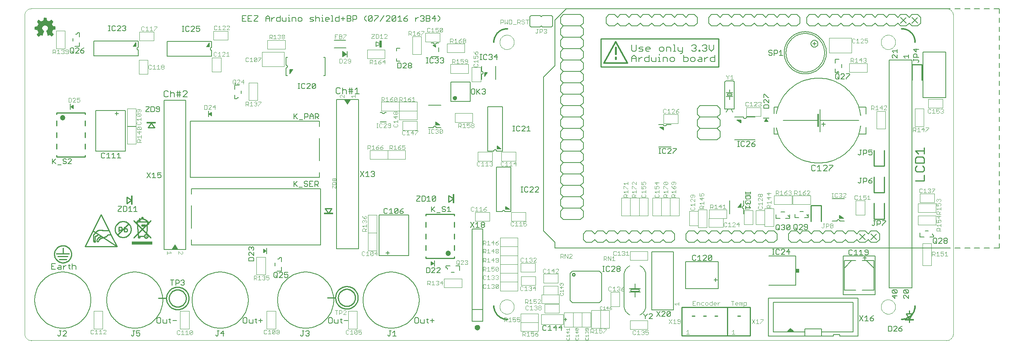
<source format=gto>
G75*
G70*
%OFA0B0*%
%FSLAX24Y24*%
%IPPOS*%
%LPD*%
%AMOC8*
5,1,8,0,0,1.08239X$1,22.5*
%
%ADD10C,0.0060*%
%ADD11C,0.0039*%
%ADD12C,0.0100*%
%ADD13R,0.0149X0.0001*%
%ADD14R,0.0004X0.0001*%
%ADD15R,0.0010X0.0001*%
%ADD16R,0.0017X0.0001*%
%ADD17R,0.0023X0.0001*%
%ADD18R,0.0029X0.0001*%
%ADD19R,0.0034X0.0001*%
%ADD20R,0.0040X0.0001*%
%ADD21R,0.0043X0.0002*%
%ADD22R,0.0047X0.0001*%
%ADD23R,0.0050X0.0001*%
%ADD24R,0.0054X0.0001*%
%ADD25R,0.0059X0.0001*%
%ADD26R,0.0064X0.0001*%
%ADD27R,0.0015X0.0001*%
%ADD28R,0.0067X0.0001*%
%ADD29R,0.0020X0.0001*%
%ADD30R,0.0070X0.0001*%
%ADD31R,0.0024X0.0001*%
%ADD32R,0.0074X0.0001*%
%ADD33R,0.0027X0.0001*%
%ADD34R,0.0076X0.0001*%
%ADD35R,0.0030X0.0001*%
%ADD36R,0.0081X0.0002*%
%ADD37R,0.0036X0.0002*%
%ADD38R,0.0086X0.0001*%
%ADD39R,0.0091X0.0001*%
%ADD40R,0.0046X0.0001*%
%ADD41R,0.0094X0.0001*%
%ADD42R,0.0096X0.0001*%
%ADD43R,0.0053X0.0001*%
%ADD44R,0.0099X0.0001*%
%ADD45R,0.0056X0.0001*%
%ADD46R,0.0104X0.0001*%
%ADD47R,0.0060X0.0001*%
%ADD48R,0.0108X0.0001*%
%ADD49R,0.0112X0.0001*%
%ADD50R,0.0117X0.0001*%
%ADD51R,0.0072X0.0001*%
%ADD52R,0.0120X0.0002*%
%ADD53R,0.0075X0.0002*%
%ADD54R,0.0123X0.0001*%
%ADD55R,0.0078X0.0001*%
%ADD56R,0.0126X0.0001*%
%ADD57R,0.0081X0.0001*%
%ADD58R,0.0131X0.0001*%
%ADD59R,0.0136X0.0001*%
%ADD60R,0.0090X0.0001*%
%ADD61R,0.0139X0.0001*%
%ADD62R,0.0144X0.0001*%
%ADD63R,0.0147X0.0001*%
%ADD64R,0.0101X0.0001*%
%ADD65R,0.0150X0.0001*%
%ADD66R,0.0102X0.0001*%
%ADD67R,0.0153X0.0001*%
%ADD68R,0.0106X0.0001*%
%ADD69R,0.0158X0.0002*%
%ADD70R,0.0109X0.0002*%
%ADD71R,0.0164X0.0001*%
%ADD72R,0.0115X0.0001*%
%ADD73R,0.0168X0.0001*%
%ADD74R,0.0120X0.0001*%
%ADD75R,0.0171X0.0001*%
%ADD76R,0.0123X0.0001*%
%ADD77R,0.0172X0.0001*%
%ADD78R,0.0125X0.0001*%
%ADD79R,0.0175X0.0001*%
%ADD80R,0.0128X0.0001*%
%ADD81R,0.0180X0.0001*%
%ADD82R,0.0132X0.0001*%
%ADD83R,0.0186X0.0001*%
%ADD84R,0.0191X0.0001*%
%ADD85R,0.0141X0.0001*%
%ADD86R,0.0194X0.0001*%
%ADD87R,0.0145X0.0001*%
%ADD88R,0.0196X0.0002*%
%ADD89R,0.0149X0.0002*%
%ADD90R,0.0199X0.0001*%
%ADD91R,0.0151X0.0001*%
%ADD92R,0.0204X0.0001*%
%ADD93R,0.0153X0.0001*%
%ADD94R,0.0207X0.0001*%
%ADD95R,0.0158X0.0001*%
%ADD96R,0.0211X0.0001*%
%ADD97R,0.0162X0.0001*%
%ADD98R,0.0216X0.0001*%
%ADD99R,0.0166X0.0001*%
%ADD100R,0.0219X0.0001*%
%ADD101R,0.0007X0.0001*%
%ADD102R,0.0169X0.0001*%
%ADD103R,0.0222X0.0001*%
%ADD104R,0.0011X0.0001*%
%ADD105R,0.0224X0.0001*%
%ADD106R,0.0014X0.0001*%
%ADD107R,0.0176X0.0001*%
%ADD108R,0.0228X0.0001*%
%ADD109R,0.0018X0.0001*%
%ADD110R,0.0179X0.0001*%
%ADD111R,0.0234X0.0002*%
%ADD112R,0.0024X0.0002*%
%ADD113R,0.0183X0.0002*%
%ADD114R,0.0239X0.0001*%
%ADD115R,0.0189X0.0001*%
%ADD116R,0.0241X0.0001*%
%ADD117R,0.0033X0.0001*%
%ADD118R,0.0012X0.0001*%
%ADD119R,0.0192X0.0001*%
%ADD120R,0.0243X0.0001*%
%ADD121R,0.0038X0.0001*%
%ADD122R,0.0246X0.0001*%
%ADD123R,0.0041X0.0001*%
%ADD124R,0.0019X0.0001*%
%ADD125R,0.0196X0.0001*%
%ADD126R,0.0250X0.0001*%
%ADD127R,0.0044X0.0001*%
%ADD128R,0.0021X0.0001*%
%ADD129R,0.0201X0.0001*%
%ADD130R,0.0254X0.0001*%
%ADD131R,0.0048X0.0001*%
%ADD132R,0.0258X0.0001*%
%ADD133R,0.0054X0.0001*%
%ADD134R,0.0209X0.0001*%
%ADD135R,0.0263X0.0001*%
%ADD136R,0.0213X0.0001*%
%ADD137R,0.0267X0.0001*%
%ADD138R,0.0063X0.0001*%
%ADD139R,0.0270X0.0002*%
%ADD140R,0.0066X0.0002*%
%ADD141R,0.0045X0.0002*%
%ADD142R,0.0219X0.0002*%
%ADD143R,0.0271X0.0001*%
%ADD144R,0.0220X0.0001*%
%ADD145R,0.0274X0.0001*%
%ADD146R,0.0051X0.0001*%
%ADD147R,0.0223X0.0001*%
%ADD148R,0.0278X0.0001*%
%ADD149R,0.0282X0.0001*%
%ADD150R,0.0231X0.0001*%
%ADD151R,0.0288X0.0001*%
%ADD152R,0.0085X0.0001*%
%ADD153R,0.0236X0.0001*%
%ADD154R,0.0289X0.0001*%
%ADD155R,0.0087X0.0001*%
%ADD156R,0.0066X0.0001*%
%ADD157R,0.0292X0.0001*%
%ADD158R,0.0069X0.0001*%
%ADD159R,0.0297X0.0001*%
%ADD160R,0.0300X0.0001*%
%ADD161R,0.0075X0.0001*%
%ADD162R,0.0305X0.0002*%
%ADD163R,0.0101X0.0002*%
%ADD164R,0.0078X0.0002*%
%ADD165R,0.0251X0.0002*%
%ADD166R,0.0309X0.0001*%
%ADD167R,0.0105X0.0001*%
%ADD168R,0.0083X0.0001*%
%ADD169R,0.0255X0.0001*%
%ADD170R,0.0314X0.0001*%
%ADD171R,0.0110X0.0001*%
%ADD172R,0.0087X0.0001*%
%ADD173R,0.0316X0.0001*%
%ADD174R,0.0113X0.0001*%
%ADD175R,0.0262X0.0001*%
%ADD176R,0.0319X0.0001*%
%ADD177R,0.0114X0.0001*%
%ADD178R,0.0093X0.0001*%
%ADD179R,0.0266X0.0001*%
%ADD180R,0.0321X0.0001*%
%ADD181R,0.0096X0.0001*%
%ADD182R,0.0324X0.0001*%
%ADD183R,0.0270X0.0001*%
%ADD184R,0.0329X0.0001*%
%ADD185R,0.0124X0.0001*%
%ADD186R,0.0275X0.0001*%
%ADD187R,0.0333X0.0001*%
%ADD188R,0.0279X0.0001*%
%ADD189R,0.0336X0.0001*%
%ADD190R,0.0111X0.0001*%
%ADD191R,0.0284X0.0001*%
%ADD192R,0.0339X0.0002*%
%ADD193R,0.0134X0.0002*%
%ADD194R,0.0114X0.0002*%
%ADD195R,0.0286X0.0002*%
%ADD196R,0.0342X0.0001*%
%ADD197R,0.0116X0.0001*%
%ADD198R,0.0491X0.0001*%
%ADD199R,0.0492X0.0001*%
%ADD200R,0.0294X0.0001*%
%ADD201R,0.0495X0.0001*%
%ADD202R,0.0299X0.0001*%
%ADD203R,0.0496X0.0001*%
%ADD204R,0.0127X0.0001*%
%ADD205R,0.0301X0.0001*%
%ADD206R,0.0498X0.0001*%
%ADD207R,0.0304X0.0001*%
%ADD208R,0.0501X0.0001*%
%ADD209R,0.0134X0.0001*%
%ADD210R,0.0308X0.0001*%
%ADD211R,0.0135X0.0001*%
%ADD212R,0.0311X0.0001*%
%ADD213R,0.0504X0.0001*%
%ADD214R,0.0138X0.0001*%
%ADD215R,0.0504X0.0002*%
%ADD216R,0.0141X0.0002*%
%ADD217R,0.0318X0.0002*%
%ADD218R,0.0507X0.0001*%
%ADD219R,0.0323X0.0001*%
%ADD220R,0.0326X0.0001*%
%ADD221R,0.0508X0.0001*%
%ADD222R,0.0152X0.0001*%
%ADD223R,0.0330X0.0001*%
%ADD224R,0.0510X0.0001*%
%ADD225R,0.0494X0.0001*%
%ADD226R,0.0512X0.0001*%
%ADD227R,0.0500X0.0001*%
%ADD228R,0.0513X0.0001*%
%ADD229R,0.0501X0.0001*%
%ADD230R,0.0513X0.0002*%
%ADD231R,0.0501X0.0002*%
%ADD232R,0.0503X0.0001*%
%ADD233R,0.0504X0.0001*%
%ADD234R,0.0506X0.0001*%
%ADD235R,0.0513X0.0001*%
%ADD236R,0.0509X0.0001*%
%ADD237R,0.0511X0.0001*%
%ADD238R,0.0514X0.0001*%
%ADD239R,0.0516X0.0001*%
%ADD240R,0.0513X0.0002*%
%ADD241R,0.0519X0.0002*%
%ADD242R,0.0519X0.0001*%
%ADD243R,0.0520X0.0001*%
%ADD244R,0.0522X0.0001*%
%ADD245R,0.0507X0.0001*%
%ADD246R,0.0509X0.0002*%
%ADD247R,0.0520X0.0002*%
%ADD248R,0.0522X0.0001*%
%ADD249R,0.0505X0.0001*%
%ADD250R,0.0502X0.0001*%
%ADD251R,0.0521X0.0001*%
%ADD252R,0.0503X0.0002*%
%ADD253R,0.0519X0.0002*%
%ADD254R,0.0519X0.0001*%
%ADD255R,0.0499X0.0001*%
%ADD256R,0.0517X0.0001*%
%ADD257R,0.0495X0.0002*%
%ADD258R,0.0514X0.0002*%
%ADD259R,0.0515X0.0001*%
%ADD260R,0.0492X0.0001*%
%ADD261R,0.0490X0.0001*%
%ADD262R,0.0490X0.0002*%
%ADD263R,0.0511X0.0002*%
%ADD264R,0.0489X0.0001*%
%ADD265R,0.0489X0.0001*%
%ADD266R,0.0488X0.0001*%
%ADD267R,0.0485X0.0001*%
%ADD268R,0.0483X0.0001*%
%ADD269R,0.0483X0.0002*%
%ADD270R,0.0507X0.0002*%
%ADD271R,0.0483X0.0001*%
%ADD272R,0.0481X0.0001*%
%ADD273R,0.0480X0.0001*%
%ADD274R,0.0480X0.0002*%
%ADD275R,0.0501X0.0002*%
%ADD276R,0.0479X0.0001*%
%ADD277R,0.0477X0.0001*%
%ADD278R,0.0477X0.0001*%
%ADD279R,0.0475X0.0001*%
%ADD280R,0.0474X0.0001*%
%ADD281R,0.0472X0.0001*%
%ADD282R,0.0472X0.0002*%
%ADD283R,0.0498X0.0002*%
%ADD284R,0.0471X0.0001*%
%ADD285R,0.0473X0.0001*%
%ADD286R,0.0471X0.0001*%
%ADD287R,0.0470X0.0001*%
%ADD288R,0.0468X0.0001*%
%ADD289R,0.0469X0.0001*%
%ADD290R,0.0468X0.0002*%
%ADD291R,0.0491X0.0002*%
%ADD292R,0.0466X0.0001*%
%ADD293R,0.0465X0.0001*%
%ADD294R,0.0464X0.0001*%
%ADD295R,0.0462X0.0001*%
%ADD296R,0.0462X0.0002*%
%ADD297R,0.0489X0.0002*%
%ADD298R,0.0461X0.0001*%
%ADD299R,0.0460X0.0001*%
%ADD300R,0.0459X0.0001*%
%ADD301R,0.0484X0.0001*%
%ADD302R,0.0457X0.0001*%
%ADD303R,0.0459X0.0001*%
%ADD304R,0.0458X0.0002*%
%ADD305R,0.0484X0.0002*%
%ADD306R,0.0456X0.0001*%
%ADD307R,0.0455X0.0001*%
%ADD308R,0.0453X0.0001*%
%ADD309R,0.0451X0.0001*%
%ADD310R,0.0453X0.0001*%
%ADD311R,0.0450X0.0001*%
%ADD312R,0.0451X0.0002*%
%ADD313R,0.0478X0.0001*%
%ADD314R,0.0449X0.0001*%
%ADD315R,0.0476X0.0001*%
%ADD316R,0.0447X0.0001*%
%ADD317R,0.0474X0.0001*%
%ADD318R,0.0449X0.0002*%
%ADD319R,0.0476X0.0002*%
%ADD320R,0.0454X0.0001*%
%ADD321R,0.0469X0.0002*%
%ADD322R,0.0468X0.0001*%
%ADD323R,0.0467X0.0001*%
%ADD324R,0.0473X0.0002*%
%ADD325R,0.0468X0.0002*%
%ADD326R,0.0486X0.0002*%
%ADD327R,0.0474X0.0002*%
%ADD328R,0.0487X0.0001*%
%ADD329R,0.0497X0.0001*%
%ADD330R,0.0486X0.0001*%
%ADD331R,0.0500X0.0002*%
%ADD332R,0.0487X0.0002*%
%ADD333R,0.0498X0.0001*%
%ADD334R,0.0524X0.0002*%
%ADD335R,0.0524X0.0001*%
%ADD336R,0.0525X0.0001*%
%ADD337R,0.0528X0.0001*%
%ADD338R,0.0529X0.0001*%
%ADD339R,0.0533X0.0001*%
%ADD340R,0.0534X0.0001*%
%ADD341R,0.0523X0.0001*%
%ADD342R,0.0536X0.0001*%
%ADD343R,0.0537X0.0002*%
%ADD344R,0.0527X0.0002*%
%ADD345R,0.0537X0.0001*%
%ADD346R,0.0528X0.0001*%
%ADD347R,0.0539X0.0001*%
%ADD348R,0.0530X0.0001*%
%ADD349R,0.0540X0.0001*%
%ADD350R,0.0541X0.0001*%
%ADD351R,0.0531X0.0001*%
%ADD352R,0.0543X0.0001*%
%ADD353R,0.0544X0.0001*%
%ADD354R,0.0546X0.0002*%
%ADD355R,0.0536X0.0002*%
%ADD356R,0.0547X0.0001*%
%ADD357R,0.0551X0.0001*%
%ADD358R,0.0552X0.0001*%
%ADD359R,0.0554X0.0001*%
%ADD360R,0.0555X0.0001*%
%ADD361R,0.0555X0.0002*%
%ADD362R,0.0547X0.0002*%
%ADD363R,0.0549X0.0001*%
%ADD364R,0.0548X0.0001*%
%ADD365R,0.0538X0.0001*%
%ADD366R,0.0537X0.0001*%
%ADD367R,0.0533X0.0002*%
%ADD368R,0.0531X0.0001*%
%ADD369R,0.0526X0.0001*%
%ADD370R,0.0518X0.0001*%
%ADD371R,0.0498X0.0002*%
%ADD372R,0.0496X0.0002*%
%ADD373R,0.0486X0.0001*%
%ADD374R,0.0485X0.0002*%
%ADD375R,0.0482X0.0001*%
%ADD376R,0.0477X0.0002*%
%ADD377R,0.0530X0.0002*%
%ADD378R,0.0464X0.0002*%
%ADD379R,0.0561X0.0001*%
%ADD380R,0.0570X0.0001*%
%ADD381R,0.0576X0.0001*%
%ADD382R,0.0581X0.0001*%
%ADD383R,0.0585X0.0001*%
%ADD384R,0.0589X0.0001*%
%ADD385R,0.0600X0.0002*%
%ADD386R,0.0614X0.0001*%
%ADD387R,0.0623X0.0001*%
%ADD388R,0.0630X0.0001*%
%ADD389R,0.0633X0.0001*%
%ADD390R,0.0638X0.0001*%
%ADD391R,0.0645X0.0001*%
%ADD392R,0.0657X0.0001*%
%ADD393R,0.0556X0.0001*%
%ADD394R,0.0669X0.0001*%
%ADD395R,0.0674X0.0001*%
%ADD396R,0.0579X0.0001*%
%ADD397R,0.0676X0.0002*%
%ADD398R,0.0585X0.0002*%
%ADD399R,0.0678X0.0001*%
%ADD400R,0.0590X0.0001*%
%ADD401R,0.0679X0.0001*%
%ADD402R,0.0596X0.0001*%
%ADD403R,0.0681X0.0001*%
%ADD404R,0.0606X0.0001*%
%ADD405R,0.0620X0.0001*%
%ADD406R,0.0682X0.0001*%
%ADD407R,0.0633X0.0001*%
%ADD408R,0.0684X0.0001*%
%ADD409R,0.0639X0.0001*%
%ADD410R,0.0649X0.0001*%
%ADD411R,0.0684X0.0001*%
%ADD412R,0.0655X0.0001*%
%ADD413R,0.0683X0.0002*%
%ADD414R,0.0664X0.0002*%
%ADD415R,0.0683X0.0001*%
%ADD416R,0.0670X0.0001*%
%ADD417R,0.0671X0.0001*%
%ADD418R,0.0681X0.0001*%
%ADD419R,0.0672X0.0001*%
%ADD420R,0.0680X0.0001*%
%ADD421R,0.0675X0.0001*%
%ADD422R,0.0676X0.0001*%
%ADD423R,0.0680X0.0002*%
%ADD424R,0.0678X0.0002*%
%ADD425R,0.0678X0.0001*%
%ADD426R,0.0675X0.0002*%
%ADD427R,0.0672X0.0002*%
%ADD428R,0.0672X0.0001*%
%ADD429R,0.0671X0.0002*%
%ADD430R,0.0670X0.0002*%
%ADD431R,0.0669X0.0001*%
%ADD432R,0.0667X0.0001*%
%ADD433R,0.0669X0.0002*%
%ADD434R,0.0667X0.0002*%
%ADD435R,0.0668X0.0001*%
%ADD436R,0.0666X0.0001*%
%ADD437R,0.0668X0.0002*%
%ADD438R,0.0666X0.0002*%
%ADD439R,0.0666X0.0001*%
%ADD440R,0.0664X0.0001*%
%ADD441R,0.0663X0.0001*%
%ADD442R,0.0666X0.0002*%
%ADD443R,0.0663X0.0002*%
%ADD444R,0.0665X0.0001*%
%ADD445R,0.0674X0.0002*%
%ADD446R,0.0677X0.0001*%
%ADD447R,0.0678X0.0002*%
%ADD448R,0.0682X0.0002*%
%ADD449R,0.0686X0.0001*%
%ADD450R,0.0686X0.0002*%
%ADD451R,0.0687X0.0001*%
%ADD452R,0.0689X0.0001*%
%ADD453R,0.0653X0.0001*%
%ADD454R,0.0641X0.0001*%
%ADD455R,0.0626X0.0001*%
%ADD456R,0.0616X0.0001*%
%ADD457R,0.0687X0.0001*%
%ADD458R,0.0612X0.0001*%
%ADD459R,0.0688X0.0001*%
%ADD460R,0.0606X0.0001*%
%ADD461R,0.0601X0.0001*%
%ADD462R,0.0591X0.0002*%
%ADD463R,0.0567X0.0001*%
%ADD464R,0.0560X0.0001*%
%ADD465R,0.0659X0.0001*%
%ADD466R,0.0516X0.0001*%
%ADD467R,0.0639X0.0001*%
%ADD468R,0.0502X0.0002*%
%ADD469R,0.0633X0.0002*%
%ADD470R,0.0608X0.0001*%
%ADD471R,0.0582X0.0001*%
%ADD472R,0.0577X0.0001*%
%ADD473R,0.0569X0.0002*%
%ADD474R,0.0546X0.0001*%
%ADD475R,0.0486X0.0002*%
%ADD476R,0.0493X0.0001*%
%ADD477R,0.0516X0.0002*%
%ADD478R,0.0532X0.0001*%
%ADD479R,0.0534X0.0002*%
%ADD480R,0.0535X0.0002*%
%ADD481R,0.0543X0.0001*%
%ADD482R,0.0553X0.0001*%
%ADD483R,0.0559X0.0001*%
%ADD484R,0.0564X0.0001*%
%ADD485R,0.0564X0.0001*%
%ADD486R,0.0567X0.0001*%
%ADD487R,0.0569X0.0001*%
%ADD488R,0.0570X0.0002*%
%ADD489R,0.0571X0.0002*%
%ADD490R,0.0571X0.0001*%
%ADD491R,0.0573X0.0001*%
%ADD492R,0.0574X0.0001*%
%ADD493R,0.0576X0.0001*%
%ADD494R,0.0600X0.0001*%
%ADD495R,0.0611X0.0001*%
%ADD496R,0.0618X0.0001*%
%ADD497R,0.0621X0.0001*%
%ADD498R,0.1269X0.0001*%
%ADD499R,0.1267X0.0001*%
%ADD500R,0.1266X0.0001*%
%ADD501R,0.1266X0.0002*%
%ADD502R,0.1264X0.0001*%
%ADD503R,0.1261X0.0001*%
%ADD504R,0.1260X0.0001*%
%ADD505R,0.1259X0.0001*%
%ADD506R,0.1256X0.0001*%
%ADD507R,0.1254X0.0001*%
%ADD508R,0.1253X0.0001*%
%ADD509R,0.1251X0.0001*%
%ADD510R,0.1251X0.0002*%
%ADD511R,0.1248X0.0001*%
%ADD512R,0.1245X0.0001*%
%ADD513R,0.1244X0.0001*%
%ADD514R,0.1242X0.0001*%
%ADD515R,0.1239X0.0001*%
%ADD516R,0.1237X0.0001*%
%ADD517R,0.1236X0.0002*%
%ADD518R,0.1233X0.0001*%
%ADD519R,0.1230X0.0001*%
%ADD520R,0.1229X0.0001*%
%ADD521R,0.1227X0.0001*%
%ADD522R,0.1226X0.0001*%
%ADD523R,0.1224X0.0001*%
%ADD524R,0.1223X0.0002*%
%ADD525R,0.1219X0.0001*%
%ADD526R,0.1216X0.0001*%
%ADD527R,0.1215X0.0001*%
%ADD528R,0.1214X0.0001*%
%ADD529R,0.1212X0.0001*%
%ADD530R,0.1209X0.0001*%
%ADD531R,0.1207X0.0002*%
%ADD532R,0.1206X0.0001*%
%ADD533R,0.1204X0.0001*%
%ADD534R,0.1201X0.0001*%
%ADD535R,0.1200X0.0001*%
%ADD536R,0.1199X0.0001*%
%ADD537R,0.1196X0.0001*%
%ADD538R,0.1194X0.0001*%
%ADD539R,0.1193X0.0001*%
%ADD540R,0.1191X0.0001*%
%ADD541R,0.1191X0.0002*%
%ADD542R,0.1188X0.0001*%
%ADD543R,0.1185X0.0001*%
%ADD544R,0.1184X0.0001*%
%ADD545R,0.1181X0.0001*%
%ADD546R,0.1177X0.0001*%
%ADD547R,0.1176X0.0001*%
%ADD548R,0.1174X0.0001*%
%ADD549R,0.1173X0.0001*%
%ADD550R,0.1170X0.0002*%
%ADD551R,0.1170X0.0001*%
%ADD552R,0.1169X0.0001*%
%ADD553R,0.1166X0.0001*%
%ADD554R,0.1164X0.0001*%
%ADD555R,0.1163X0.0001*%
%ADD556R,0.1163X0.0002*%
%ADD557R,0.1167X0.0001*%
%ADD558R,0.1171X0.0001*%
%ADD559R,0.1179X0.0001*%
%ADD560R,0.1182X0.0001*%
%ADD561R,0.1182X0.0002*%
%ADD562R,0.1188X0.0001*%
%ADD563R,0.1190X0.0001*%
%ADD564R,0.1197X0.0001*%
%ADD565R,0.1204X0.0002*%
%ADD566R,0.1207X0.0001*%
%ADD567R,0.1210X0.0001*%
%ADD568R,0.1213X0.0001*%
%ADD569R,0.1217X0.0001*%
%ADD570R,0.1218X0.0001*%
%ADD571R,0.1220X0.0001*%
%ADD572R,0.1221X0.0001*%
%ADD573R,0.1223X0.0001*%
%ADD574R,0.1226X0.0002*%
%ADD575R,0.1236X0.0001*%
%ADD576R,0.1239X0.0001*%
%ADD577R,0.1240X0.0001*%
%ADD578R,0.1243X0.0001*%
%ADD579R,0.1248X0.0002*%
%ADD580R,0.1248X0.0001*%
%ADD581R,0.1251X0.0001*%
%ADD582R,0.1257X0.0001*%
%ADD583R,0.1263X0.0001*%
%ADD584R,0.1267X0.0002*%
%ADD585R,0.1270X0.0001*%
%ADD586R,0.1274X0.0001*%
%ADD587R,0.1275X0.0001*%
%ADD588R,0.1278X0.0001*%
%ADD589R,0.1280X0.0001*%
%ADD590R,0.1281X0.0001*%
%ADD591R,0.1284X0.0001*%
%ADD592R,0.1286X0.0001*%
%ADD593R,0.1289X0.0001*%
%ADD594R,0.1290X0.0002*%
%ADD595R,0.1291X0.0001*%
%ADD596R,0.1294X0.0001*%
%ADD597R,0.1296X0.0001*%
%ADD598R,0.1299X0.0001*%
%ADD599R,0.1300X0.0001*%
%ADD600R,0.1302X0.0001*%
%ADD601R,0.1304X0.0001*%
%ADD602R,0.1306X0.0001*%
%ADD603R,0.1308X0.0001*%
%ADD604R,0.1311X0.0002*%
%ADD605R,0.1313X0.0001*%
%ADD606R,0.1316X0.0001*%
%ADD607R,0.1317X0.0001*%
%ADD608R,0.1320X0.0001*%
%ADD609R,0.1323X0.0001*%
%ADD610R,0.1326X0.0001*%
%ADD611R,0.1329X0.0001*%
%ADD612R,0.1332X0.0002*%
%ADD613R,0.1335X0.0001*%
%ADD614R,0.1336X0.0001*%
%ADD615R,0.1340X0.0001*%
%ADD616R,0.1343X0.0001*%
%ADD617R,0.1346X0.0001*%
%ADD618R,0.1347X0.0001*%
%ADD619R,0.1350X0.0001*%
%ADD620R,0.1353X0.0002*%
%ADD621R,0.1356X0.0001*%
%ADD622R,0.1357X0.0001*%
%ADD623R,0.1360X0.0001*%
%ADD624R,0.1364X0.0001*%
%ADD625R,0.1365X0.0001*%
%ADD626R,0.1368X0.0001*%
%ADD627R,0.1369X0.0001*%
%ADD628R,0.1373X0.0001*%
%ADD629R,0.1374X0.0002*%
%ADD630R,0.1377X0.0001*%
%ADD631R,0.1379X0.0001*%
%ADD632R,0.1380X0.0001*%
%ADD633R,0.1383X0.0001*%
%ADD634R,0.1386X0.0001*%
%ADD635R,0.1387X0.0001*%
%ADD636R,0.1391X0.0001*%
%ADD637R,0.1394X0.0001*%
%ADD638R,0.1395X0.0002*%
%ADD639R,0.1398X0.0001*%
%ADD640R,0.1401X0.0001*%
%ADD641R,0.1403X0.0001*%
%ADD642R,0.1406X0.0001*%
%ADD643R,0.1407X0.0001*%
%ADD644R,0.1409X0.0001*%
%ADD645R,0.1411X0.0001*%
%ADD646R,0.1414X0.0001*%
%ADD647R,0.1416X0.0002*%
%ADD648R,0.1419X0.0001*%
%ADD649R,0.1421X0.0001*%
%ADD650R,0.1422X0.0001*%
%ADD651R,0.1424X0.0001*%
%ADD652R,0.1426X0.0001*%
%ADD653R,0.1428X0.0001*%
%ADD654R,0.1429X0.0002*%
%ADD655R,0.1429X0.0001*%
%ADD656R,0.1425X0.0001*%
%ADD657R,0.1421X0.0002*%
%ADD658R,0.1418X0.0001*%
%ADD659R,0.1416X0.0001*%
%ADD660R,0.1413X0.0001*%
%ADD661R,0.1410X0.0001*%
%ADD662R,0.1404X0.0001*%
%ADD663R,0.1401X0.0001*%
%ADD664R,0.0346X0.0001*%
%ADD665R,0.1044X0.0001*%
%ADD666R,0.0342X0.0002*%
%ADD667R,0.1040X0.0002*%
%ADD668R,0.0337X0.0001*%
%ADD669R,0.1034X0.0001*%
%ADD670R,0.0357X0.0001*%
%ADD671R,0.0660X0.0001*%
%ADD672R,0.0353X0.0001*%
%ADD673R,0.0327X0.0001*%
%ADD674R,0.0349X0.0001*%
%ADD675R,0.0321X0.0001*%
%ADD676R,0.0648X0.0001*%
%ADD677R,0.0344X0.0001*%
%ADD678R,0.0317X0.0001*%
%ADD679R,0.0339X0.0001*%
%ADD680R,0.0312X0.0001*%
%ADD681R,0.0631X0.0001*%
%ADD682R,0.0334X0.0001*%
%ADD683R,0.0309X0.0001*%
%ADD684R,0.0307X0.0002*%
%ADD685R,0.0623X0.0002*%
%ADD686R,0.0327X0.0002*%
%ADD687R,0.0618X0.0001*%
%ADD688R,0.0297X0.0001*%
%ADD689R,0.0607X0.0001*%
%ADD690R,0.0320X0.0001*%
%ADD691R,0.0293X0.0001*%
%ADD692R,0.0599X0.0001*%
%ADD693R,0.0313X0.0001*%
%ADD694R,0.0285X0.0001*%
%ADD695R,0.0584X0.0001*%
%ADD696R,0.0303X0.0001*%
%ADD697R,0.0281X0.0001*%
%ADD698R,0.0273X0.0002*%
%ADD699R,0.0563X0.0002*%
%ADD700R,0.0293X0.0002*%
%ADD701R,0.0264X0.0001*%
%ADD702R,0.0259X0.0001*%
%ADD703R,0.0256X0.0001*%
%ADD704R,0.0276X0.0001*%
%ADD705R,0.0252X0.0001*%
%ADD706R,0.0273X0.0001*%
%ADD707R,0.0248X0.0001*%
%ADD708R,0.0269X0.0001*%
%ADD709R,0.0245X0.0001*%
%ADD710R,0.0240X0.0001*%
%ADD711R,0.0237X0.0002*%
%ADD712R,0.0256X0.0002*%
%ADD713R,0.0234X0.0001*%
%ADD714R,0.0232X0.0001*%
%ADD715R,0.0251X0.0001*%
%ADD716R,0.0228X0.0001*%
%ADD717R,0.0246X0.0001*%
%ADD718R,0.0456X0.0001*%
%ADD719R,0.0219X0.0001*%
%ADD720R,0.0444X0.0001*%
%ADD721R,0.0237X0.0001*%
%ADD722R,0.0214X0.0001*%
%ADD723R,0.0436X0.0001*%
%ADD724R,0.0432X0.0001*%
%ADD725R,0.0231X0.0001*%
%ADD726R,0.0210X0.0001*%
%ADD727R,0.0426X0.0001*%
%ADD728R,0.0420X0.0001*%
%ADD729R,0.0226X0.0001*%
%ADD730R,0.0204X0.0002*%
%ADD731R,0.0409X0.0002*%
%ADD732R,0.0222X0.0002*%
%ADD733R,0.0391X0.0001*%
%ADD734R,0.0217X0.0001*%
%ADD735R,0.0376X0.0001*%
%ADD736R,0.0368X0.0001*%
%ADD737R,0.0189X0.0001*%
%ADD738R,0.0361X0.0001*%
%ADD739R,0.0206X0.0001*%
%ADD740R,0.0186X0.0001*%
%ADD741R,0.0356X0.0001*%
%ADD742R,0.0181X0.0001*%
%ADD743R,0.0345X0.0001*%
%ADD744R,0.0173X0.0001*%
%ADD745R,0.0331X0.0001*%
%ADD746R,0.0190X0.0001*%
%ADD747R,0.0168X0.0001*%
%ADD748R,0.0165X0.0002*%
%ADD749R,0.0162X0.0001*%
%ADD750R,0.0159X0.0001*%
%ADD751R,0.0177X0.0001*%
%ADD752R,0.0156X0.0001*%
%ADD753R,0.0324X0.0001*%
%ADD754R,0.0174X0.0001*%
%ADD755R,0.0167X0.0001*%
%ADD756R,0.0146X0.0001*%
%ADD757R,0.0163X0.0001*%
%ADD758R,0.0141X0.0001*%
%ADD759R,0.0140X0.0001*%
%ADD760R,0.0137X0.0001*%
%ADD761R,0.0133X0.0001*%
%ADD762R,0.0129X0.0002*%
%ADD763R,0.0321X0.0002*%
%ADD764R,0.0146X0.0002*%
%ADD765R,0.0119X0.0001*%
%ADD766R,0.0129X0.0001*%
%ADD767R,0.0111X0.0001*%
%ADD768R,0.0126X0.0001*%
%ADD769R,0.0318X0.0001*%
%ADD770R,0.0097X0.0001*%
%ADD771R,0.0315X0.0001*%
%ADD772R,0.0089X0.0002*%
%ADD773R,0.0315X0.0002*%
%ADD774R,0.0105X0.0002*%
%ADD775R,0.0079X0.0001*%
%ADD776R,0.0089X0.0001*%
%ADD777R,0.0069X0.0001*%
%ADD778R,0.0084X0.0001*%
%ADD779R,0.0057X0.0001*%
%ADD780R,0.0052X0.0002*%
%ADD781R,0.0311X0.0002*%
%ADD782R,0.0066X0.0002*%
%ADD783R,0.0061X0.0001*%
%ADD784R,0.0042X0.0001*%
%ADD785R,0.0055X0.0001*%
%ADD786R,0.0039X0.0001*%
%ADD787R,0.0052X0.0001*%
%ADD788R,0.0036X0.0001*%
%ADD789R,0.0049X0.0001*%
%ADD790R,0.0307X0.0001*%
%ADD791R,0.0045X0.0001*%
%ADD792R,0.0022X0.0001*%
%ADD793R,0.0035X0.0001*%
%ADD794R,0.0025X0.0002*%
%ADD795R,0.0306X0.0001*%
%ADD796R,0.0018X0.0001*%
%ADD797R,0.0008X0.0001*%
%ADD798R,0.0300X0.0002*%
%ADD799R,0.0296X0.0001*%
%ADD800R,0.0294X0.0002*%
%ADD801R,0.0294X0.0001*%
%ADD802R,0.0291X0.0001*%
%ADD803R,0.0291X0.0002*%
%ADD804R,0.0286X0.0001*%
%ADD805R,0.0281X0.0002*%
%ADD806R,0.0277X0.0001*%
%ADD807R,0.0276X0.0001*%
%ADD808R,0.0266X0.0002*%
%ADD809R,0.0264X0.0001*%
%ADD810R,0.0261X0.0001*%
%ADD811R,0.0259X0.0002*%
%ADD812R,0.0254X0.0002*%
%ADD813R,0.0248X0.0002*%
%ADD814R,0.0218X0.0002*%
%ADD815R,0.0157X0.0001*%
%ADD816C,0.0040*%
%ADD817C,0.0070*%
%ADD818C,0.0150*%
%ADD819C,0.0120*%
%ADD820C,0.0050*%
%ADD821C,0.0030*%
%ADD822C,0.0090*%
%ADD823C,0.0472*%
%ADD824R,0.0079X0.0551*%
%ADD825C,0.0020*%
%ADD826R,0.0827X0.0118*%
%ADD827C,0.0080*%
%ADD828R,0.0300X0.0340*%
%ADD829R,0.0551X0.0079*%
%ADD830R,0.1800X0.0300*%
%ADD831R,0.0118X0.1181*%
%ADD832C,0.0000*%
%ADD833R,0.0240X0.0620*%
%ADD834R,0.0118X0.0827*%
D10*
X020837Y006635D02*
X020837Y006969D01*
X020921Y007052D01*
X021088Y007052D01*
X021171Y006969D01*
X021171Y006635D01*
X021088Y006552D01*
X020921Y006552D01*
X020837Y006635D01*
X021353Y006635D02*
X021436Y006552D01*
X021687Y006552D01*
X021687Y006885D01*
X021869Y006885D02*
X022035Y006885D01*
X021952Y006969D02*
X021952Y006635D01*
X022035Y006552D01*
X022212Y006802D02*
X022546Y006802D01*
X021353Y006885D02*
X021353Y006635D01*
X028400Y006635D02*
X028483Y006552D01*
X028650Y006552D01*
X028734Y006635D01*
X028734Y006969D01*
X028650Y007052D01*
X028483Y007052D01*
X028400Y006969D01*
X028400Y006635D01*
X028916Y006635D02*
X028999Y006552D01*
X029249Y006552D01*
X029249Y006885D01*
X029431Y006885D02*
X029598Y006885D01*
X029515Y006969D02*
X029515Y006635D01*
X029598Y006552D01*
X029775Y006802D02*
X030109Y006802D01*
X029942Y006969D02*
X029942Y006635D01*
X028916Y006635D02*
X028916Y006885D01*
X035887Y006969D02*
X035887Y006635D01*
X035971Y006552D01*
X036138Y006552D01*
X036221Y006635D01*
X036221Y006969D01*
X036138Y007052D01*
X035971Y007052D01*
X035887Y006969D01*
X036403Y006885D02*
X036403Y006635D01*
X036486Y006552D01*
X036737Y006552D01*
X036737Y006885D01*
X036919Y006885D02*
X037085Y006885D01*
X037002Y006969D02*
X037002Y006635D01*
X037085Y006552D01*
X037262Y006802D02*
X037596Y006802D01*
X043450Y006635D02*
X043533Y006552D01*
X043700Y006552D01*
X043784Y006635D01*
X043784Y006969D01*
X043700Y007052D01*
X043533Y007052D01*
X043450Y006969D01*
X043450Y006635D01*
X043966Y006635D02*
X044049Y006552D01*
X044299Y006552D01*
X044299Y006885D01*
X044481Y006885D02*
X044648Y006885D01*
X044565Y006969D02*
X044565Y006635D01*
X044648Y006552D01*
X044825Y006802D02*
X045159Y006802D01*
X044992Y006969D02*
X044992Y006635D01*
X043966Y006635D02*
X043966Y006885D01*
X046677Y011042D02*
X046937Y011042D01*
X047407Y011212D02*
X047407Y011602D01*
X047047Y011602D01*
X046567Y011602D02*
X046207Y011602D01*
X046207Y011442D01*
X046228Y011440D01*
X046248Y011434D01*
X046266Y011426D01*
X046283Y011413D01*
X046298Y011399D01*
X046310Y011382D01*
X046318Y011363D01*
X046323Y011343D01*
X046325Y011322D01*
X046323Y011301D01*
X046317Y011281D01*
X045134Y011809D02*
X044909Y011659D01*
X044909Y011959D01*
X045134Y011809D01*
X045097Y011833D02*
X044909Y011833D01*
X044909Y011891D02*
X045010Y011891D01*
X044922Y011950D02*
X044909Y011950D01*
X044909Y011774D02*
X045082Y011774D01*
X044995Y011716D02*
X044909Y011716D01*
X042932Y012486D02*
X040333Y012486D01*
X040333Y016069D01*
X042932Y016069D01*
X042932Y012486D01*
X041237Y012746D02*
X040937Y012746D01*
X041087Y012896D02*
X041087Y012596D01*
X031762Y012322D02*
X031762Y011962D01*
X031762Y012322D02*
X031602Y012322D01*
X031603Y012322D02*
X031601Y012301D01*
X031595Y012281D01*
X031587Y012263D01*
X031574Y012246D01*
X031560Y012231D01*
X031543Y012219D01*
X031524Y012211D01*
X031504Y012206D01*
X031483Y012204D01*
X031462Y012206D01*
X031442Y012212D01*
X031202Y011852D02*
X031202Y011592D01*
X031372Y011122D02*
X031762Y011122D01*
X031762Y011482D01*
X030407Y012897D02*
X030182Y013047D01*
X030182Y012747D01*
X030407Y012897D01*
X030391Y012886D02*
X030182Y012886D01*
X030182Y012944D02*
X030336Y012944D01*
X030248Y013003D02*
X030182Y013003D01*
X030182Y012827D02*
X030303Y012827D01*
X030215Y012769D02*
X030182Y012769D01*
X013725Y011552D02*
X013725Y011301D01*
X013725Y011552D02*
X013641Y011635D01*
X013475Y011635D01*
X013391Y011552D01*
X013214Y011635D02*
X013047Y011635D01*
X013131Y011718D02*
X013131Y011385D01*
X013214Y011301D01*
X013391Y011301D02*
X013391Y011802D01*
X012868Y011635D02*
X012784Y011635D01*
X012618Y011468D01*
X012618Y011301D02*
X012618Y011635D01*
X012436Y011552D02*
X012436Y011301D01*
X012185Y011301D01*
X012102Y011385D01*
X012185Y011468D01*
X012436Y011468D01*
X012436Y011552D02*
X012352Y011635D01*
X012185Y011635D01*
X011920Y011802D02*
X011586Y011802D01*
X011586Y011301D01*
X011920Y011301D01*
X011753Y011552D02*
X011586Y011552D01*
X015458Y021650D02*
X015458Y025233D01*
X018057Y025233D01*
X018057Y021650D01*
X015458Y021650D01*
X017303Y024822D02*
X017303Y025122D01*
X017453Y024972D02*
X017153Y024972D01*
X013507Y025397D02*
X013282Y025547D01*
X013507Y025697D01*
X013507Y025397D01*
X013507Y025405D02*
X013495Y025405D01*
X013507Y025463D02*
X013407Y025463D01*
X013320Y025522D02*
X013507Y025522D01*
X013507Y025580D02*
X013333Y025580D01*
X013420Y025639D02*
X013507Y025639D01*
X021462Y026511D02*
X021552Y026421D01*
X021733Y026421D01*
X021823Y026511D01*
X022015Y026421D02*
X022015Y026961D01*
X022105Y026781D02*
X022015Y026691D01*
X022105Y026781D02*
X022285Y026781D01*
X022375Y026691D01*
X022375Y026421D01*
X022567Y026601D02*
X022928Y026601D01*
X022928Y026781D02*
X022838Y026781D01*
X022567Y026781D01*
X022657Y026961D02*
X022657Y026421D01*
X022838Y026421D02*
X022838Y026961D01*
X023120Y026871D02*
X023210Y026961D01*
X023390Y026961D01*
X023480Y026871D01*
X023480Y026781D01*
X023120Y026421D01*
X023480Y026421D01*
X021823Y026871D02*
X021733Y026961D01*
X021552Y026961D01*
X021462Y026871D01*
X021462Y026511D01*
X025407Y024922D02*
X025632Y024772D01*
X025632Y025072D01*
X025407Y024922D01*
X025430Y024937D02*
X025632Y024937D01*
X025632Y024995D02*
X025518Y024995D01*
X025605Y025054D02*
X025632Y025054D01*
X025632Y024878D02*
X025472Y024878D01*
X025560Y024820D02*
X025632Y024820D01*
X027677Y026247D02*
X027837Y026247D01*
X027839Y026268D01*
X027845Y026288D01*
X027853Y026306D01*
X027866Y026323D01*
X027880Y026338D01*
X027897Y026350D01*
X027916Y026358D01*
X027936Y026363D01*
X027957Y026365D01*
X027978Y026363D01*
X027998Y026357D01*
X027677Y026247D02*
X027677Y026607D01*
X027677Y027087D02*
X027677Y027447D01*
X028067Y027447D01*
X028237Y026977D02*
X028237Y026717D01*
X032162Y028307D02*
X032302Y028307D01*
X032162Y028307D02*
X032162Y028977D01*
X032183Y028979D01*
X032203Y028984D01*
X032222Y028993D01*
X032239Y029005D01*
X032254Y029020D01*
X032266Y029037D01*
X032275Y029056D01*
X032280Y029076D01*
X032282Y029097D01*
X032280Y029118D01*
X032275Y029138D01*
X032266Y029157D01*
X032254Y029174D01*
X032239Y029189D01*
X032222Y029201D01*
X032203Y029210D01*
X032183Y029215D01*
X032162Y029217D01*
X032162Y029887D01*
X032302Y029887D01*
X035462Y029887D02*
X035602Y029887D01*
X035602Y028307D01*
X035462Y028307D01*
X032757Y028822D02*
X032507Y028472D01*
X032507Y028822D01*
X032757Y028822D01*
X032740Y028798D02*
X032507Y028798D01*
X032507Y028739D02*
X032698Y028739D01*
X032657Y028681D02*
X032507Y028681D01*
X032507Y028622D02*
X032615Y028622D01*
X032573Y028564D02*
X032507Y028564D01*
X032507Y028505D02*
X032531Y028505D01*
X036562Y027152D02*
X036562Y026792D01*
X036652Y026702D01*
X036833Y026702D01*
X036923Y026792D01*
X037115Y026702D02*
X037115Y027242D01*
X037205Y027062D02*
X037385Y027062D01*
X037475Y026972D01*
X037475Y026702D01*
X037667Y026882D02*
X038028Y026882D01*
X038028Y027062D02*
X037938Y027062D01*
X037667Y027062D01*
X037757Y027242D02*
X037757Y026702D01*
X037938Y026702D02*
X037938Y027242D01*
X038220Y027062D02*
X038400Y027242D01*
X038400Y026702D01*
X038220Y026702D02*
X038580Y026702D01*
X037205Y027062D02*
X037115Y026972D01*
X036923Y027152D02*
X036833Y027242D01*
X036652Y027242D01*
X036562Y027152D01*
X041847Y029562D02*
X041847Y029782D01*
X041847Y029562D02*
X042167Y029562D01*
X041847Y030462D02*
X041847Y030682D01*
X042167Y030682D01*
X044897Y031172D02*
X045112Y031172D01*
X045114Y031151D01*
X045119Y031131D01*
X045128Y031112D01*
X045140Y031095D01*
X045155Y031080D01*
X045172Y031068D01*
X045191Y031059D01*
X045211Y031054D01*
X045232Y031052D01*
X045253Y031054D01*
X045273Y031059D01*
X045292Y031068D01*
X045309Y031080D01*
X045324Y031095D01*
X045336Y031112D01*
X045345Y031131D01*
X045350Y031151D01*
X045352Y031172D01*
X045567Y031172D01*
X045307Y030947D02*
X045307Y030797D01*
X045057Y030947D01*
X045307Y030947D01*
X045307Y030904D02*
X045129Y030904D01*
X045226Y030845D02*
X045307Y030845D01*
X045572Y030752D02*
X045572Y030392D01*
X045567Y029972D02*
X044897Y029972D01*
X049337Y029117D02*
X049337Y028667D01*
X049358Y028665D01*
X049378Y028660D01*
X049397Y028651D01*
X049414Y028639D01*
X049429Y028624D01*
X049441Y028607D01*
X049450Y028588D01*
X049455Y028568D01*
X049457Y028547D01*
X049455Y028526D01*
X049450Y028506D01*
X049441Y028487D01*
X049429Y028470D01*
X049414Y028455D01*
X049397Y028443D01*
X049378Y028434D01*
X049358Y028429D01*
X049337Y028427D01*
X049337Y027977D01*
X049582Y028222D02*
X049832Y028572D01*
X049582Y028572D01*
X049582Y028222D01*
X049582Y028271D02*
X049618Y028271D01*
X049582Y028330D02*
X049660Y028330D01*
X049701Y028388D02*
X049582Y028388D01*
X049582Y028447D02*
X049743Y028447D01*
X049785Y028505D02*
X049582Y028505D01*
X049582Y028564D02*
X049827Y028564D01*
X050577Y029117D02*
X050577Y027977D01*
X056253Y027912D02*
X056253Y028412D01*
X056503Y028662D01*
X056253Y028912D01*
X056253Y029412D01*
X056503Y029662D01*
X056253Y029912D01*
X056253Y030412D01*
X056503Y030662D01*
X056253Y030912D01*
X056253Y031412D01*
X056503Y031662D01*
X056253Y031912D01*
X056253Y032412D01*
X056503Y032662D01*
X056253Y032912D01*
X056253Y033412D01*
X056503Y033662D01*
X055557Y033447D02*
X055557Y032647D01*
X055457Y032547D01*
X054657Y032547D01*
X054557Y032647D01*
X054457Y032547D01*
X053657Y032547D01*
X053557Y032647D01*
X053557Y033447D01*
X053657Y033547D01*
X054457Y033547D01*
X054557Y033447D01*
X054657Y033547D01*
X055457Y033547D01*
X055557Y033447D01*
X058003Y033662D02*
X058253Y033412D01*
X058253Y032912D01*
X058003Y032662D01*
X058253Y032412D01*
X058253Y031912D01*
X058003Y031662D01*
X058253Y031412D01*
X058253Y030912D01*
X058003Y030662D01*
X058253Y030412D01*
X058253Y029912D01*
X058003Y029662D01*
X058253Y029412D01*
X058253Y028912D01*
X058003Y028662D01*
X058253Y028412D01*
X058253Y027912D01*
X058003Y027662D01*
X058253Y027412D01*
X058253Y026912D01*
X058003Y026662D01*
X058253Y026412D01*
X058253Y025912D01*
X058003Y025662D01*
X058253Y025412D01*
X058253Y024912D01*
X058003Y024662D01*
X058253Y024412D01*
X058253Y023912D01*
X058003Y023662D01*
X058253Y023412D01*
X058253Y022912D01*
X058003Y022662D01*
X058253Y022412D01*
X058253Y021912D01*
X058003Y021662D01*
X058253Y021412D01*
X058253Y020912D01*
X058003Y020662D01*
X058253Y020412D01*
X058253Y019912D01*
X058003Y019662D01*
X058253Y019412D01*
X058253Y018912D01*
X058003Y018662D01*
X058253Y018412D01*
X058253Y017912D01*
X058003Y017662D01*
X058253Y017412D01*
X058253Y016912D01*
X058003Y016662D01*
X058253Y016412D01*
X058253Y015912D01*
X058003Y015662D01*
X056503Y015662D02*
X056253Y015912D01*
X056253Y016412D01*
X056503Y016662D01*
X056253Y016912D01*
X056253Y017412D01*
X056503Y017662D01*
X056253Y017912D01*
X056253Y018412D01*
X056503Y018662D01*
X056253Y018912D01*
X056253Y019412D01*
X056503Y019662D01*
X056253Y019912D01*
X056253Y020412D01*
X056503Y020662D01*
X056253Y020912D01*
X056253Y021412D01*
X056503Y021662D01*
X056253Y021912D01*
X056253Y022412D01*
X056503Y022662D01*
X056253Y022912D01*
X056253Y023412D01*
X056503Y023662D01*
X056253Y023912D01*
X056253Y024412D01*
X056503Y024662D01*
X056253Y024912D01*
X056253Y025412D01*
X056503Y025662D01*
X056253Y025912D01*
X056253Y026412D01*
X056503Y026662D01*
X056253Y026912D01*
X056253Y027412D01*
X056503Y027662D01*
X056253Y027912D01*
X051152Y025572D02*
X049862Y025572D01*
X049862Y021672D01*
X050387Y021672D01*
X050389Y021693D01*
X050394Y021713D01*
X050403Y021732D01*
X050415Y021749D01*
X050430Y021764D01*
X050447Y021776D01*
X050466Y021785D01*
X050486Y021790D01*
X050507Y021792D01*
X050528Y021790D01*
X050548Y021785D01*
X050567Y021776D01*
X050584Y021764D01*
X050599Y021749D01*
X050611Y021732D01*
X050620Y021713D01*
X050625Y021693D01*
X050627Y021672D01*
X051152Y021672D01*
X051152Y025572D01*
X045747Y025702D02*
X044667Y025702D01*
X045307Y024222D02*
X045657Y023972D01*
X045307Y023972D01*
X045307Y024222D01*
X045307Y024176D02*
X045371Y024176D01*
X045307Y024118D02*
X045453Y024118D01*
X045535Y024059D02*
X045307Y024059D01*
X045307Y024001D02*
X045617Y024001D01*
X045747Y023742D02*
X045327Y023742D01*
X045325Y023763D01*
X045320Y023783D01*
X045311Y023802D01*
X045299Y023819D01*
X045284Y023834D01*
X045267Y023846D01*
X045248Y023855D01*
X045228Y023860D01*
X045207Y023862D01*
X045186Y023860D01*
X045166Y023855D01*
X045147Y023846D01*
X045130Y023834D01*
X045115Y023819D01*
X045103Y023802D01*
X045094Y023783D01*
X045089Y023763D01*
X045087Y023742D01*
X044667Y023742D01*
X045087Y023742D02*
X045089Y023763D01*
X045094Y023783D01*
X045103Y023802D01*
X045115Y023819D01*
X045130Y023834D01*
X045147Y023846D01*
X045166Y023855D01*
X045186Y023860D01*
X045207Y023862D01*
X045228Y023860D01*
X045248Y023855D01*
X045267Y023846D01*
X045284Y023834D01*
X045299Y023819D01*
X045311Y023802D01*
X045320Y023783D01*
X045325Y023763D01*
X045327Y023742D01*
X050682Y022122D02*
X051032Y021872D01*
X050682Y021872D01*
X050682Y022122D01*
X050682Y022070D02*
X050754Y022070D01*
X050682Y022012D02*
X050836Y022012D01*
X050918Y021953D02*
X050682Y021953D01*
X050682Y021895D02*
X051000Y021895D01*
X050612Y020247D02*
X050612Y016347D01*
X051137Y016347D01*
X051139Y016368D01*
X051144Y016388D01*
X051153Y016407D01*
X051165Y016424D01*
X051180Y016439D01*
X051197Y016451D01*
X051216Y016460D01*
X051236Y016465D01*
X051257Y016467D01*
X051278Y016465D01*
X051298Y016460D01*
X051317Y016451D01*
X051334Y016439D01*
X051349Y016424D01*
X051361Y016407D01*
X051370Y016388D01*
X051375Y016368D01*
X051377Y016347D01*
X051902Y016347D01*
X051902Y020247D01*
X050612Y020247D01*
X051432Y016797D02*
X051782Y016547D01*
X051432Y016547D01*
X051432Y016797D01*
X051432Y016747D02*
X051502Y016747D01*
X051432Y016688D02*
X051584Y016688D01*
X051666Y016630D02*
X051432Y016630D01*
X051432Y016571D02*
X051748Y016571D01*
X067217Y011952D02*
X067217Y009592D01*
X070097Y009592D01*
X070097Y011952D01*
X067217Y011952D01*
X063742Y010767D02*
X063742Y010757D01*
X063742Y008137D01*
X063742Y008127D02*
X063740Y008066D01*
X063735Y008006D01*
X063725Y007946D01*
X063712Y007888D01*
X063695Y007830D01*
X063675Y007773D01*
X063650Y007717D01*
X063623Y007664D01*
X063592Y007612D01*
X063558Y007562D01*
X063521Y007514D01*
X063481Y007469D01*
X063438Y007427D01*
X063392Y007387D01*
X063344Y007351D01*
X063294Y007317D01*
X063242Y007287D01*
X062322Y007287D02*
X062270Y007317D01*
X062220Y007351D01*
X062172Y007388D01*
X062127Y007428D01*
X062084Y007470D01*
X062044Y007515D01*
X062007Y007563D01*
X061973Y007613D01*
X061942Y007665D01*
X061915Y007718D01*
X061891Y007774D01*
X061870Y007830D01*
X061853Y007888D01*
X061840Y007947D01*
X061830Y008006D01*
X061824Y008066D01*
X061822Y008127D01*
X061822Y008137D02*
X061822Y010757D01*
X061822Y010767D01*
X061822Y010757D02*
X061824Y010818D01*
X061830Y010878D01*
X061840Y010937D01*
X061853Y010996D01*
X061870Y011054D01*
X061891Y011110D01*
X061915Y011166D01*
X061942Y011219D01*
X061973Y011271D01*
X062007Y011321D01*
X062044Y011369D01*
X062084Y011414D01*
X062127Y011456D01*
X062172Y011496D01*
X062220Y011533D01*
X062270Y011567D01*
X062322Y011597D01*
X063242Y011596D02*
X063294Y011566D01*
X063344Y011532D01*
X063392Y011496D01*
X063438Y011456D01*
X063481Y011414D01*
X063521Y011369D01*
X063558Y011321D01*
X063592Y011271D01*
X063623Y011219D01*
X063650Y011166D01*
X063675Y011110D01*
X063695Y011053D01*
X063712Y010995D01*
X063725Y010937D01*
X063735Y010877D01*
X063740Y010817D01*
X063742Y010756D01*
X069712Y010372D02*
X070012Y010372D01*
X069862Y010222D02*
X069862Y010522D01*
X081057Y009047D02*
X083857Y009047D01*
X083857Y012447D01*
X081057Y012447D01*
X081057Y009047D01*
X081157Y009447D02*
X082177Y009447D01*
X082737Y009447D02*
X083757Y009447D01*
X083757Y012047D01*
X082737Y012047D01*
X082957Y012137D02*
X082957Y012437D01*
X083107Y012287D02*
X082807Y012287D01*
X083107Y012047D02*
X083757Y011397D01*
X082177Y012047D02*
X081807Y012047D01*
X081157Y011397D01*
X081157Y012047D02*
X081157Y009447D01*
X085083Y009665D02*
X085083Y029665D01*
X087083Y029665D01*
X087083Y009665D01*
X085083Y009665D01*
X081807Y012047D02*
X081157Y012047D01*
X082503Y013912D02*
X083003Y014412D01*
X083003Y013912D02*
X082503Y014412D01*
X083503Y014412D02*
X084003Y013912D01*
X083503Y013912D02*
X084003Y014412D01*
X081172Y015542D02*
X080752Y015542D01*
X080750Y015563D01*
X080745Y015583D01*
X080736Y015602D01*
X080724Y015619D01*
X080709Y015634D01*
X080692Y015646D01*
X080673Y015655D01*
X080653Y015660D01*
X080632Y015662D01*
X080611Y015660D01*
X080591Y015655D01*
X080572Y015646D01*
X080555Y015634D01*
X080540Y015619D01*
X080528Y015602D01*
X080519Y015583D01*
X080514Y015563D01*
X080512Y015542D01*
X080092Y015542D01*
X080512Y015542D02*
X080514Y015563D01*
X080519Y015583D01*
X080528Y015602D01*
X080540Y015619D01*
X080555Y015634D01*
X080572Y015646D01*
X080591Y015655D01*
X080611Y015660D01*
X080632Y015662D01*
X080653Y015660D01*
X080673Y015655D01*
X080692Y015646D01*
X080709Y015634D01*
X080724Y015619D01*
X080736Y015602D01*
X080745Y015583D01*
X080750Y015563D01*
X080752Y015542D01*
X080732Y015772D02*
X080732Y016022D01*
X081082Y015772D01*
X080732Y015772D01*
X080732Y015811D02*
X081028Y015811D01*
X080946Y015869D02*
X080732Y015869D01*
X080732Y015928D02*
X080864Y015928D01*
X080782Y015986D02*
X080732Y015986D01*
X077997Y015977D02*
X077997Y015817D01*
X077647Y015817D01*
X077997Y015977D02*
X077997Y016137D01*
X077877Y016107D02*
X077877Y016087D01*
X077881Y016068D01*
X077887Y016049D01*
X077897Y016031D01*
X077909Y016016D01*
X077923Y016002D01*
X077940Y015991D01*
X077958Y015983D01*
X077978Y015979D01*
X077997Y015977D01*
X077567Y016377D02*
X077247Y016377D01*
X076817Y016137D02*
X076817Y015817D01*
X077167Y015817D01*
X076347Y015767D02*
X076347Y015927D01*
X076347Y016087D01*
X076227Y016057D02*
X076227Y016037D01*
X076231Y016018D01*
X076237Y015999D01*
X076247Y015981D01*
X076259Y015966D01*
X076273Y015952D01*
X076290Y015941D01*
X076308Y015933D01*
X076328Y015929D01*
X076347Y015927D01*
X076347Y015767D02*
X075997Y015767D01*
X075517Y015767D02*
X075167Y015767D01*
X075167Y016087D01*
X075597Y016327D02*
X075917Y016327D01*
X072327Y016177D02*
X072327Y016627D01*
X072306Y016629D01*
X072286Y016634D01*
X072267Y016643D01*
X072250Y016655D01*
X072235Y016670D01*
X072223Y016687D01*
X072214Y016706D01*
X072209Y016726D01*
X072207Y016747D01*
X072209Y016768D01*
X072214Y016788D01*
X072223Y016807D01*
X072235Y016824D01*
X072250Y016839D01*
X072267Y016851D01*
X072286Y016860D01*
X072306Y016865D01*
X072327Y016867D01*
X072327Y017317D01*
X072082Y017072D02*
X071832Y016722D01*
X072082Y016722D01*
X072082Y017072D01*
X072082Y017039D02*
X072059Y017039D01*
X072082Y016981D02*
X072017Y016981D01*
X071976Y016922D02*
X072082Y016922D01*
X072082Y016864D02*
X071934Y016864D01*
X071892Y016805D02*
X072082Y016805D01*
X072082Y016747D02*
X071850Y016747D01*
X071087Y017317D02*
X071087Y016177D01*
X080092Y017502D02*
X081172Y017502D01*
X079839Y019932D02*
X079839Y020015D01*
X080173Y020349D01*
X080173Y020432D01*
X079839Y020432D01*
X079657Y020349D02*
X079574Y020432D01*
X079407Y020432D01*
X079324Y020349D01*
X079657Y020349D02*
X079657Y020265D01*
X079324Y019932D01*
X079657Y019932D01*
X079142Y019932D02*
X078808Y019932D01*
X078975Y019932D02*
X078975Y020432D01*
X078808Y020265D01*
X078626Y020349D02*
X078543Y020432D01*
X078376Y020432D01*
X078292Y020349D01*
X078292Y020015D01*
X078376Y019932D01*
X078543Y019932D01*
X078626Y020015D01*
X073322Y022647D02*
X071542Y022647D01*
X070253Y022912D02*
X070253Y023412D01*
X070003Y023662D01*
X070253Y023912D01*
X070253Y024412D01*
X070003Y024662D01*
X070253Y024912D01*
X070253Y025412D01*
X070003Y025662D01*
X068503Y025662D02*
X068253Y025412D01*
X068253Y024912D01*
X068503Y024662D01*
X068253Y024412D01*
X068253Y023912D01*
X068503Y023662D01*
X068253Y023412D01*
X068253Y022912D01*
X068503Y022662D01*
X070003Y022662D02*
X070253Y022912D01*
X071732Y024397D02*
X072082Y024147D01*
X072082Y024397D01*
X071732Y024397D01*
X071795Y024352D02*
X072082Y024352D01*
X072082Y024293D02*
X071877Y024293D01*
X071959Y024235D02*
X072082Y024235D01*
X072082Y024176D02*
X072041Y024176D01*
X072312Y024647D02*
X071542Y024647D01*
X072312Y024647D02*
X072314Y024626D01*
X072319Y024606D01*
X072328Y024587D01*
X072340Y024570D01*
X072355Y024555D01*
X072372Y024543D01*
X072391Y024534D01*
X072411Y024529D01*
X072432Y024527D01*
X072453Y024529D01*
X072473Y024534D01*
X072492Y024543D01*
X072509Y024555D01*
X072524Y024570D01*
X072536Y024587D01*
X072545Y024606D01*
X072550Y024626D01*
X072552Y024647D01*
X073322Y024647D01*
X074157Y024272D02*
X074307Y024497D01*
X074457Y024272D01*
X074157Y024272D01*
X074172Y024293D02*
X074443Y024293D01*
X074404Y024352D02*
X074211Y024352D01*
X074250Y024410D02*
X074365Y024410D01*
X074326Y024469D02*
X074289Y024469D01*
X075007Y024947D02*
X075007Y025522D01*
X075332Y025522D01*
X075203Y023727D02*
X075238Y023547D01*
X075283Y023369D01*
X075336Y023193D01*
X075398Y023020D01*
X075468Y022851D01*
X075546Y022685D01*
X075633Y022523D01*
X075727Y022366D01*
X075829Y022213D01*
X075938Y022065D01*
X076054Y021923D01*
X076177Y021787D01*
X076307Y021657D01*
X076443Y021534D01*
X076585Y021417D01*
X076732Y021308D01*
X076884Y021206D01*
X077042Y021111D01*
X077204Y021025D01*
X077369Y020946D01*
X077539Y020875D01*
X077712Y020813D01*
X077887Y020760D01*
X078065Y020715D01*
X078245Y020679D01*
X078427Y020652D01*
X078609Y020634D01*
X078792Y020624D01*
X078976Y020624D01*
X079159Y020633D01*
X079342Y020650D01*
X079524Y020677D01*
X079704Y020713D01*
X079882Y020757D01*
X080057Y020810D01*
X080230Y020871D01*
X080400Y020941D01*
X080566Y021019D01*
X080728Y021106D01*
X080886Y021200D01*
X081038Y021301D01*
X081186Y021410D01*
X081328Y021526D01*
X081464Y021649D01*
X081595Y021779D01*
X081718Y021915D01*
X081835Y022056D01*
X081944Y022203D01*
X082047Y022356D01*
X082141Y022513D01*
X082228Y022675D01*
X082307Y022840D01*
X082378Y023010D01*
X082440Y023182D01*
X082494Y023358D01*
X082539Y023536D01*
X082575Y023716D01*
X082603Y023897D01*
X083057Y023772D02*
X083057Y023172D01*
X082457Y023172D01*
X082603Y024797D02*
X082575Y024978D01*
X082539Y025158D01*
X082494Y025336D01*
X082440Y025512D01*
X082378Y025684D01*
X082307Y025854D01*
X082228Y026019D01*
X082141Y026181D01*
X082047Y026338D01*
X081944Y026491D01*
X081835Y026638D01*
X081718Y026779D01*
X081595Y026915D01*
X081464Y027045D01*
X081328Y027168D01*
X081186Y027284D01*
X081038Y027393D01*
X080886Y027494D01*
X080728Y027588D01*
X080566Y027675D01*
X080400Y027753D01*
X080230Y027823D01*
X080057Y027884D01*
X079882Y027937D01*
X079704Y027981D01*
X079524Y028017D01*
X079342Y028044D01*
X079159Y028061D01*
X078976Y028070D01*
X078792Y028070D01*
X078609Y028060D01*
X078427Y028042D01*
X078245Y028015D01*
X078065Y027979D01*
X077887Y027934D01*
X077712Y027881D01*
X077539Y027819D01*
X077369Y027748D01*
X077204Y027669D01*
X077042Y027583D01*
X076884Y027488D01*
X076732Y027386D01*
X076585Y027277D01*
X076443Y027160D01*
X076307Y027037D01*
X076177Y026907D01*
X076054Y026771D01*
X075938Y026629D01*
X075829Y026481D01*
X075727Y026328D01*
X075633Y026171D01*
X075546Y026009D01*
X075468Y025843D01*
X075398Y025674D01*
X075336Y025501D01*
X075283Y025325D01*
X075238Y025147D01*
X075203Y024967D01*
X075007Y023722D02*
X075007Y023172D01*
X075332Y023172D01*
X082457Y025522D02*
X083057Y025522D01*
X083057Y024922D01*
X088057Y026347D02*
X088057Y030347D01*
X090057Y030347D01*
X090057Y026347D01*
X088057Y026347D01*
X080697Y028557D02*
X080537Y028557D01*
X080377Y028557D01*
X080377Y028907D01*
X080667Y028677D02*
X080647Y028677D01*
X080628Y028673D01*
X080609Y028667D01*
X080591Y028657D01*
X080576Y028645D01*
X080562Y028631D01*
X080551Y028614D01*
X080543Y028596D01*
X080539Y028576D01*
X080537Y028557D01*
X080937Y028987D02*
X080937Y029307D01*
X080377Y029387D02*
X080377Y029737D01*
X080697Y029737D01*
X076039Y030297D02*
X076041Y030380D01*
X076047Y030463D01*
X076057Y030545D01*
X076072Y030627D01*
X076090Y030708D01*
X076112Y030788D01*
X076138Y030867D01*
X076168Y030945D01*
X076202Y031021D01*
X076239Y031095D01*
X076280Y031167D01*
X076324Y031238D01*
X076372Y031306D01*
X076423Y031371D01*
X076478Y031434D01*
X076535Y031494D01*
X076595Y031551D01*
X076658Y031606D01*
X076723Y031657D01*
X076791Y031705D01*
X076862Y031749D01*
X076934Y031790D01*
X077008Y031827D01*
X077084Y031861D01*
X077162Y031891D01*
X077241Y031917D01*
X077321Y031939D01*
X077402Y031957D01*
X077484Y031972D01*
X077566Y031982D01*
X077649Y031988D01*
X077732Y031990D01*
X077815Y031988D01*
X077898Y031982D01*
X077980Y031972D01*
X078062Y031957D01*
X078143Y031939D01*
X078223Y031917D01*
X078302Y031891D01*
X078380Y031861D01*
X078456Y031827D01*
X078530Y031790D01*
X078602Y031749D01*
X078673Y031705D01*
X078741Y031657D01*
X078806Y031606D01*
X078869Y031551D01*
X078929Y031494D01*
X078986Y031434D01*
X079041Y031371D01*
X079092Y031306D01*
X079140Y031238D01*
X079184Y031167D01*
X079225Y031095D01*
X079262Y031021D01*
X079296Y030945D01*
X079326Y030867D01*
X079352Y030788D01*
X079374Y030708D01*
X079392Y030627D01*
X079407Y030545D01*
X079417Y030463D01*
X079423Y030380D01*
X079425Y030297D01*
X079423Y030214D01*
X079417Y030131D01*
X079407Y030049D01*
X079392Y029967D01*
X079374Y029886D01*
X079352Y029806D01*
X079326Y029727D01*
X079296Y029649D01*
X079262Y029573D01*
X079225Y029499D01*
X079184Y029427D01*
X079140Y029356D01*
X079092Y029288D01*
X079041Y029223D01*
X078986Y029160D01*
X078929Y029100D01*
X078869Y029043D01*
X078806Y028988D01*
X078741Y028937D01*
X078673Y028889D01*
X078602Y028845D01*
X078530Y028804D01*
X078456Y028767D01*
X078380Y028733D01*
X078302Y028703D01*
X078223Y028677D01*
X078143Y028655D01*
X078062Y028637D01*
X077980Y028622D01*
X077898Y028612D01*
X077815Y028606D01*
X077732Y028604D01*
X077649Y028606D01*
X077566Y028612D01*
X077484Y028622D01*
X077402Y028637D01*
X077321Y028655D01*
X077241Y028677D01*
X077162Y028703D01*
X077084Y028733D01*
X077008Y028767D01*
X076934Y028804D01*
X076862Y028845D01*
X076791Y028889D01*
X076723Y028937D01*
X076658Y028988D01*
X076595Y029043D01*
X076535Y029100D01*
X076478Y029160D01*
X076423Y029223D01*
X076372Y029288D01*
X076324Y029356D01*
X076280Y029427D01*
X076239Y029499D01*
X076202Y029573D01*
X076168Y029649D01*
X076138Y029727D01*
X076112Y029806D01*
X076090Y029886D01*
X076072Y029967D01*
X076057Y030049D01*
X076047Y030131D01*
X076041Y030214D01*
X076039Y030297D01*
X075882Y030297D02*
X075884Y030388D01*
X075891Y030478D01*
X075902Y030568D01*
X075918Y030658D01*
X075937Y030747D01*
X075962Y030834D01*
X075990Y030920D01*
X076023Y031005D01*
X076060Y031088D01*
X076100Y031169D01*
X076145Y031248D01*
X076194Y031325D01*
X076246Y031399D01*
X076302Y031471D01*
X076361Y031539D01*
X076424Y031605D01*
X076490Y031668D01*
X076558Y031727D01*
X076630Y031783D01*
X076704Y031835D01*
X076781Y031884D01*
X076860Y031929D01*
X076941Y031969D01*
X077024Y032006D01*
X077109Y032039D01*
X077195Y032067D01*
X077282Y032092D01*
X077371Y032111D01*
X077461Y032127D01*
X077551Y032138D01*
X077641Y032145D01*
X077732Y032147D01*
X077823Y032145D01*
X077913Y032138D01*
X078003Y032127D01*
X078093Y032111D01*
X078182Y032092D01*
X078269Y032067D01*
X078355Y032039D01*
X078440Y032006D01*
X078523Y031969D01*
X078604Y031929D01*
X078683Y031884D01*
X078760Y031835D01*
X078834Y031783D01*
X078906Y031727D01*
X078974Y031668D01*
X079040Y031605D01*
X079103Y031539D01*
X079162Y031471D01*
X079218Y031399D01*
X079270Y031325D01*
X079319Y031248D01*
X079364Y031169D01*
X079404Y031088D01*
X079441Y031005D01*
X079474Y030920D01*
X079502Y030834D01*
X079527Y030747D01*
X079546Y030658D01*
X079562Y030568D01*
X079573Y030478D01*
X079580Y030388D01*
X079582Y030297D01*
X079580Y030206D01*
X079573Y030116D01*
X079562Y030026D01*
X079546Y029936D01*
X079527Y029847D01*
X079502Y029760D01*
X079474Y029674D01*
X079441Y029589D01*
X079404Y029506D01*
X079364Y029425D01*
X079319Y029346D01*
X079270Y029269D01*
X079218Y029195D01*
X079162Y029123D01*
X079103Y029055D01*
X079040Y028989D01*
X078974Y028926D01*
X078906Y028867D01*
X078834Y028811D01*
X078760Y028759D01*
X078683Y028710D01*
X078604Y028665D01*
X078523Y028625D01*
X078440Y028588D01*
X078355Y028555D01*
X078269Y028527D01*
X078182Y028502D01*
X078093Y028483D01*
X078003Y028467D01*
X077913Y028456D01*
X077823Y028449D01*
X077732Y028447D01*
X077641Y028449D01*
X077551Y028456D01*
X077461Y028467D01*
X077371Y028483D01*
X077282Y028502D01*
X077195Y028527D01*
X077109Y028555D01*
X077024Y028588D01*
X076941Y028625D01*
X076860Y028665D01*
X076781Y028710D01*
X076704Y028759D01*
X076630Y028811D01*
X076558Y028867D01*
X076490Y028926D01*
X076424Y028989D01*
X076361Y029055D01*
X076302Y029123D01*
X076246Y029195D01*
X076194Y029269D01*
X076145Y029346D01*
X076100Y029425D01*
X076060Y029506D01*
X076023Y029589D01*
X075990Y029674D01*
X075962Y029760D01*
X075937Y029847D01*
X075918Y029936D01*
X075902Y030026D01*
X075891Y030116D01*
X075884Y030206D01*
X075882Y030297D01*
X078385Y031097D02*
X078685Y031097D01*
X078235Y031097D02*
X078237Y031131D01*
X078243Y031165D01*
X078252Y031198D01*
X078266Y031229D01*
X078283Y031259D01*
X078303Y031287D01*
X078326Y031312D01*
X078352Y031335D01*
X078380Y031354D01*
X078410Y031370D01*
X078442Y031382D01*
X078475Y031391D01*
X078509Y031396D01*
X078544Y031397D01*
X078578Y031394D01*
X078611Y031387D01*
X078644Y031377D01*
X078675Y031362D01*
X078704Y031345D01*
X078731Y031324D01*
X078756Y031300D01*
X078778Y031273D01*
X078796Y031245D01*
X078811Y031214D01*
X078823Y031182D01*
X078831Y031148D01*
X078835Y031114D01*
X078835Y031080D01*
X078831Y031046D01*
X078823Y031012D01*
X078811Y030980D01*
X078796Y030949D01*
X078778Y030921D01*
X078756Y030894D01*
X078731Y030870D01*
X078704Y030849D01*
X078675Y030832D01*
X078644Y030817D01*
X078611Y030807D01*
X078578Y030800D01*
X078544Y030797D01*
X078509Y030798D01*
X078475Y030803D01*
X078442Y030812D01*
X078410Y030824D01*
X078380Y030840D01*
X078352Y030859D01*
X078326Y030882D01*
X078303Y030907D01*
X078283Y030935D01*
X078266Y030965D01*
X078252Y030996D01*
X078243Y031029D01*
X078237Y031063D01*
X078235Y031097D01*
X078535Y030947D02*
X078535Y031247D01*
X086103Y032912D02*
X086603Y033412D01*
X086603Y032912D02*
X086103Y033412D01*
X087103Y033412D02*
X087603Y032912D01*
X087103Y032912D02*
X087603Y033412D01*
X065947Y024002D02*
X065527Y024002D01*
X065525Y023981D01*
X065520Y023961D01*
X065511Y023942D01*
X065499Y023925D01*
X065484Y023910D01*
X065467Y023898D01*
X065448Y023889D01*
X065428Y023884D01*
X065407Y023882D01*
X065386Y023884D01*
X065366Y023889D01*
X065347Y023898D01*
X065330Y023910D01*
X065315Y023925D01*
X065303Y023942D01*
X065294Y023961D01*
X065289Y023981D01*
X065287Y024002D01*
X064867Y024002D01*
X064957Y023772D02*
X065307Y023522D01*
X065307Y023772D01*
X064957Y023772D01*
X064964Y023767D02*
X065307Y023767D01*
X065307Y023708D02*
X065046Y023708D01*
X065128Y023650D02*
X065307Y023650D01*
X065307Y023591D02*
X065210Y023591D01*
X065292Y023533D02*
X065307Y023533D01*
X065287Y024002D02*
X065289Y023981D01*
X065294Y023961D01*
X065303Y023942D01*
X065315Y023925D01*
X065330Y023910D01*
X065347Y023898D01*
X065366Y023889D01*
X065386Y023884D01*
X065407Y023882D01*
X065428Y023884D01*
X065448Y023889D01*
X065467Y023898D01*
X065484Y023910D01*
X065499Y023925D01*
X065511Y023942D01*
X065520Y023961D01*
X065525Y023981D01*
X065527Y024002D01*
X065947Y022042D02*
X064867Y022042D01*
X087807Y014507D02*
X087807Y014117D01*
X088167Y014117D01*
X088647Y014117D02*
X089007Y014117D01*
X089007Y014277D01*
X089007Y014276D02*
X088986Y014278D01*
X088966Y014284D01*
X088948Y014292D01*
X088931Y014305D01*
X088916Y014319D01*
X088904Y014336D01*
X088896Y014355D01*
X088891Y014375D01*
X088889Y014396D01*
X088891Y014417D01*
X088897Y014437D01*
X088537Y014677D02*
X088277Y014677D01*
X037457Y030172D02*
X037132Y029947D01*
X037132Y030422D01*
X037457Y030172D01*
X037418Y030202D02*
X037132Y030202D01*
X037132Y030260D02*
X037342Y030260D01*
X037266Y030319D02*
X037132Y030319D01*
X037132Y030377D02*
X037190Y030377D01*
X037132Y030143D02*
X037416Y030143D01*
X037332Y030085D02*
X037132Y030085D01*
X037132Y030026D02*
X037247Y030026D01*
X037163Y029968D02*
X037132Y029968D01*
X036816Y033047D02*
X036566Y033047D01*
X036482Y033130D01*
X036482Y033297D01*
X036566Y033381D01*
X036816Y033381D01*
X036816Y033547D02*
X036816Y033047D01*
X036998Y033297D02*
X037332Y033297D01*
X037514Y033297D02*
X037764Y033297D01*
X037847Y033214D01*
X037847Y033130D01*
X037764Y033047D01*
X037514Y033047D01*
X037514Y033547D01*
X037764Y033547D01*
X037847Y033464D01*
X037847Y033381D01*
X037764Y033297D01*
X038029Y033214D02*
X038279Y033214D01*
X038363Y033297D01*
X038363Y033464D01*
X038279Y033547D01*
X038029Y033547D01*
X038029Y033047D01*
X037165Y033130D02*
X037165Y033464D01*
X036222Y033547D02*
X036222Y033047D01*
X036139Y033047D02*
X036305Y033047D01*
X035957Y033214D02*
X035623Y033214D01*
X035623Y033297D02*
X035706Y033381D01*
X035873Y033381D01*
X035957Y033297D01*
X035957Y033214D01*
X035873Y033047D02*
X035706Y033047D01*
X035623Y033130D01*
X035623Y033297D01*
X035363Y033381D02*
X035363Y033047D01*
X035446Y033047D02*
X035279Y033047D01*
X035097Y033047D02*
X035097Y033297D01*
X035014Y033381D01*
X034847Y033381D01*
X034764Y033297D01*
X034582Y033381D02*
X034331Y033381D01*
X034248Y033297D01*
X034331Y033214D01*
X034498Y033214D01*
X034582Y033130D01*
X034498Y033047D01*
X034248Y033047D01*
X034764Y033047D02*
X034764Y033547D01*
X035279Y033381D02*
X035363Y033381D01*
X035363Y033547D02*
X035363Y033631D01*
X036139Y033547D02*
X036222Y033547D01*
X033550Y033297D02*
X033467Y033381D01*
X033300Y033381D01*
X033217Y033297D01*
X033217Y033130D01*
X033300Y033047D01*
X033467Y033047D01*
X033550Y033130D01*
X033550Y033297D01*
X033035Y033297D02*
X032951Y033381D01*
X032701Y033381D01*
X032701Y033047D01*
X032524Y033047D02*
X032357Y033047D01*
X032441Y033047D02*
X032441Y033381D01*
X032357Y033381D01*
X032175Y033381D02*
X032175Y033047D01*
X031925Y033047D01*
X031842Y033130D01*
X031842Y033381D01*
X031660Y033381D02*
X031409Y033381D01*
X031326Y033297D01*
X031326Y033130D01*
X031409Y033047D01*
X031660Y033047D01*
X031660Y033547D01*
X031146Y033381D02*
X031063Y033381D01*
X030896Y033214D01*
X030896Y033047D02*
X030896Y033381D01*
X030714Y033381D02*
X030714Y033047D01*
X030714Y033297D02*
X030381Y033297D01*
X030381Y033381D02*
X030381Y033047D01*
X030381Y033381D02*
X030547Y033547D01*
X030714Y033381D01*
X029683Y033464D02*
X029349Y033130D01*
X029349Y033047D01*
X029683Y033047D01*
X029683Y033464D02*
X029683Y033547D01*
X029349Y033547D01*
X029167Y033547D02*
X028834Y033547D01*
X028834Y033047D01*
X029167Y033047D01*
X029001Y033297D02*
X028834Y033297D01*
X028652Y033047D02*
X028318Y033047D01*
X028318Y033547D01*
X028652Y033547D01*
X028485Y033297D02*
X028318Y033297D01*
X032441Y033547D02*
X032441Y033631D01*
X033035Y033297D02*
X033035Y033047D01*
X039061Y033214D02*
X039061Y033381D01*
X039227Y033547D01*
X039404Y033464D02*
X039488Y033547D01*
X039655Y033547D01*
X039738Y033464D01*
X039404Y033130D01*
X039488Y033047D01*
X039655Y033047D01*
X039738Y033130D01*
X039738Y033464D01*
X039920Y033547D02*
X040254Y033547D01*
X040254Y033464D01*
X039920Y033130D01*
X039920Y033047D01*
X040436Y033047D02*
X040769Y033547D01*
X040951Y033464D02*
X041035Y033547D01*
X041201Y033547D01*
X041285Y033464D01*
X041285Y033381D01*
X040951Y033047D01*
X041285Y033047D01*
X041467Y033130D02*
X041800Y033464D01*
X041800Y033130D01*
X041717Y033047D01*
X041550Y033047D01*
X041467Y033130D01*
X041467Y033464D01*
X041550Y033547D01*
X041717Y033547D01*
X041800Y033464D01*
X041983Y033381D02*
X042149Y033547D01*
X042149Y033047D01*
X041983Y033047D02*
X042316Y033047D01*
X042498Y033130D02*
X042582Y033047D01*
X042748Y033047D01*
X042832Y033130D01*
X042832Y033214D01*
X042748Y033297D01*
X042498Y033297D01*
X042498Y033130D01*
X042498Y033297D02*
X042665Y033464D01*
X042832Y033547D01*
X043529Y033381D02*
X043529Y033047D01*
X043529Y033214D02*
X043696Y033381D01*
X043780Y033381D01*
X043959Y033464D02*
X044043Y033547D01*
X044209Y033547D01*
X044293Y033464D01*
X044293Y033381D01*
X044209Y033297D01*
X044293Y033214D01*
X044293Y033130D01*
X044209Y033047D01*
X044043Y033047D01*
X043959Y033130D01*
X044126Y033297D02*
X044209Y033297D01*
X044475Y033297D02*
X044725Y033297D01*
X044808Y033214D01*
X044808Y033130D01*
X044725Y033047D01*
X044475Y033047D01*
X044475Y033547D01*
X044725Y033547D01*
X044808Y033464D01*
X044808Y033381D01*
X044725Y033297D01*
X044990Y033297D02*
X045324Y033297D01*
X045241Y033047D02*
X045241Y033547D01*
X044990Y033297D01*
X045506Y033047D02*
X045673Y033214D01*
X045673Y033381D01*
X045506Y033547D01*
X039404Y033464D02*
X039404Y033130D01*
X039227Y033047D02*
X039061Y033214D01*
X025632Y031292D02*
X025632Y030767D01*
X025611Y030765D01*
X025591Y030760D01*
X025572Y030751D01*
X025555Y030739D01*
X025540Y030724D01*
X025528Y030707D01*
X025519Y030688D01*
X025514Y030668D01*
X025512Y030647D01*
X025514Y030626D01*
X025519Y030606D01*
X025528Y030587D01*
X025540Y030570D01*
X025555Y030555D01*
X025572Y030543D01*
X025591Y030534D01*
X025611Y030529D01*
X025632Y030527D01*
X025632Y030002D01*
X021732Y030002D01*
X021732Y031292D01*
X025632Y031292D01*
X025432Y031172D02*
X025182Y030822D01*
X025432Y030822D01*
X025432Y031172D01*
X025432Y031138D02*
X025408Y031138D01*
X025432Y031079D02*
X025366Y031079D01*
X025325Y031021D02*
X025432Y031021D01*
X025432Y030962D02*
X025283Y030962D01*
X025241Y030904D02*
X025432Y030904D01*
X025432Y030845D02*
X025199Y030845D01*
X019207Y030792D02*
X019207Y031317D01*
X015307Y031317D01*
X015307Y030027D01*
X019207Y030027D01*
X019207Y030552D01*
X019186Y030554D01*
X019166Y030559D01*
X019147Y030568D01*
X019130Y030580D01*
X019115Y030595D01*
X019103Y030612D01*
X019094Y030631D01*
X019089Y030651D01*
X019087Y030672D01*
X019089Y030693D01*
X019094Y030713D01*
X019103Y030732D01*
X019115Y030749D01*
X019130Y030764D01*
X019147Y030776D01*
X019166Y030785D01*
X019186Y030790D01*
X019207Y030792D01*
X019007Y030847D02*
X018757Y030847D01*
X019007Y031197D01*
X019007Y030847D01*
X019007Y030904D02*
X018798Y030904D01*
X018840Y030962D02*
X019007Y030962D01*
X019007Y031021D02*
X018882Y031021D01*
X018923Y031079D02*
X019007Y031079D01*
X019007Y031138D02*
X018965Y031138D01*
X019007Y031196D02*
X019007Y031196D01*
X014012Y031207D02*
X014012Y030847D01*
X013622Y030847D01*
X013452Y031317D02*
X013452Y031577D01*
X013692Y031937D02*
X013712Y031931D01*
X013733Y031929D01*
X013754Y031931D01*
X013774Y031936D01*
X013793Y031944D01*
X013810Y031956D01*
X013824Y031971D01*
X013837Y031988D01*
X013845Y032006D01*
X013851Y032026D01*
X013853Y032047D01*
X013852Y032047D02*
X014012Y032047D01*
X014012Y031687D01*
D11*
X009811Y005047D02*
X090126Y005047D01*
X090126Y005046D02*
X090172Y005048D01*
X090218Y005053D01*
X090264Y005062D01*
X090309Y005075D01*
X090352Y005091D01*
X090394Y005110D01*
X090435Y005133D01*
X090473Y005159D01*
X090510Y005188D01*
X090544Y005219D01*
X090575Y005253D01*
X090604Y005290D01*
X090630Y005328D01*
X090653Y005369D01*
X090672Y005411D01*
X090688Y005454D01*
X090701Y005499D01*
X090710Y005545D01*
X090715Y005591D01*
X090717Y005637D01*
X090717Y033590D01*
X090715Y033636D01*
X090710Y033682D01*
X090701Y033728D01*
X090688Y033773D01*
X090672Y033816D01*
X090653Y033858D01*
X090630Y033899D01*
X090604Y033937D01*
X090575Y033974D01*
X090544Y034008D01*
X090510Y034039D01*
X090473Y034068D01*
X090435Y034094D01*
X090394Y034117D01*
X090352Y034136D01*
X090309Y034152D01*
X090264Y034165D01*
X090218Y034174D01*
X090172Y034179D01*
X090126Y034181D01*
X009811Y034181D01*
X009765Y034179D01*
X009719Y034174D01*
X009673Y034165D01*
X009628Y034152D01*
X009585Y034136D01*
X009543Y034117D01*
X009502Y034094D01*
X009464Y034068D01*
X009427Y034039D01*
X009393Y034008D01*
X009362Y033974D01*
X009333Y033937D01*
X009307Y033899D01*
X009284Y033858D01*
X009265Y033816D01*
X009249Y033773D01*
X009236Y033728D01*
X009227Y033682D01*
X009222Y033636D01*
X009220Y033590D01*
X009221Y033590D02*
X009221Y005637D01*
X009220Y005637D02*
X009222Y005591D01*
X009227Y005545D01*
X009236Y005499D01*
X009249Y005454D01*
X009265Y005411D01*
X009284Y005369D01*
X009307Y005328D01*
X009333Y005290D01*
X009362Y005253D01*
X009393Y005219D01*
X009427Y005188D01*
X009464Y005159D01*
X009502Y005133D01*
X009543Y005110D01*
X009585Y005091D01*
X009628Y005075D01*
X009673Y005062D01*
X009719Y005053D01*
X009765Y005048D01*
X009811Y005046D01*
D12*
X020945Y008747D02*
X021645Y008747D01*
X021897Y008747D02*
X021899Y008802D01*
X021905Y008856D01*
X021915Y008910D01*
X021929Y008962D01*
X021946Y009014D01*
X021968Y009064D01*
X021993Y009113D01*
X022021Y009160D01*
X022053Y009204D01*
X022088Y009246D01*
X022126Y009285D01*
X022167Y009322D01*
X022210Y009355D01*
X022255Y009385D01*
X022303Y009412D01*
X022352Y009435D01*
X022403Y009455D01*
X022456Y009471D01*
X022509Y009483D01*
X022563Y009491D01*
X022618Y009495D01*
X022672Y009495D01*
X022727Y009491D01*
X022781Y009483D01*
X022834Y009471D01*
X022887Y009455D01*
X022938Y009435D01*
X022987Y009412D01*
X023035Y009385D01*
X023080Y009355D01*
X023123Y009322D01*
X023164Y009285D01*
X023202Y009246D01*
X023237Y009204D01*
X023269Y009160D01*
X023297Y009113D01*
X023322Y009064D01*
X023344Y009014D01*
X023361Y008962D01*
X023375Y008910D01*
X023385Y008856D01*
X023391Y008802D01*
X023393Y008747D01*
X023391Y008692D01*
X023385Y008638D01*
X023375Y008584D01*
X023361Y008532D01*
X023344Y008480D01*
X023322Y008430D01*
X023297Y008381D01*
X023269Y008334D01*
X023237Y008290D01*
X023202Y008248D01*
X023164Y008209D01*
X023123Y008172D01*
X023080Y008139D01*
X023035Y008109D01*
X022987Y008082D01*
X022938Y008059D01*
X022887Y008039D01*
X022834Y008023D01*
X022781Y008011D01*
X022727Y008003D01*
X022672Y007999D01*
X022618Y007999D01*
X022563Y008003D01*
X022509Y008011D01*
X022456Y008023D01*
X022403Y008039D01*
X022352Y008059D01*
X022303Y008082D01*
X022255Y008109D01*
X022210Y008139D01*
X022167Y008172D01*
X022126Y008209D01*
X022088Y008248D01*
X022053Y008290D01*
X022021Y008334D01*
X021993Y008381D01*
X021968Y008430D01*
X021946Y008480D01*
X021929Y008532D01*
X021915Y008584D01*
X021905Y008638D01*
X021899Y008692D01*
X021897Y008747D01*
X021661Y008747D02*
X021663Y008809D01*
X021669Y008872D01*
X021679Y008933D01*
X021693Y008994D01*
X021710Y009054D01*
X021731Y009113D01*
X021757Y009170D01*
X021785Y009225D01*
X021817Y009279D01*
X021853Y009330D01*
X021891Y009380D01*
X021933Y009426D01*
X021977Y009470D01*
X022025Y009511D01*
X022074Y009549D01*
X022126Y009583D01*
X022180Y009614D01*
X022236Y009642D01*
X022294Y009666D01*
X022353Y009687D01*
X022413Y009703D01*
X022474Y009716D01*
X022536Y009725D01*
X022598Y009730D01*
X022661Y009731D01*
X022723Y009728D01*
X022785Y009721D01*
X022847Y009710D01*
X022907Y009695D01*
X022967Y009677D01*
X023025Y009655D01*
X023082Y009629D01*
X023137Y009599D01*
X023190Y009566D01*
X023241Y009530D01*
X023289Y009491D01*
X023335Y009448D01*
X023378Y009403D01*
X023418Y009355D01*
X023455Y009305D01*
X023489Y009252D01*
X023520Y009198D01*
X023546Y009142D01*
X023570Y009084D01*
X023589Y009024D01*
X023605Y008964D01*
X023617Y008902D01*
X023625Y008841D01*
X023629Y008778D01*
X023629Y008716D01*
X023625Y008653D01*
X023617Y008592D01*
X023605Y008530D01*
X023589Y008470D01*
X023570Y008410D01*
X023546Y008352D01*
X023520Y008296D01*
X023489Y008242D01*
X023455Y008189D01*
X023418Y008139D01*
X023378Y008091D01*
X023335Y008046D01*
X023289Y008003D01*
X023241Y007964D01*
X023190Y007928D01*
X023137Y007895D01*
X023082Y007865D01*
X023025Y007839D01*
X022967Y007817D01*
X022907Y007799D01*
X022847Y007784D01*
X022785Y007773D01*
X022723Y007766D01*
X022661Y007763D01*
X022598Y007764D01*
X022536Y007769D01*
X022474Y007778D01*
X022413Y007791D01*
X022353Y007807D01*
X022294Y007828D01*
X022236Y007852D01*
X022180Y007880D01*
X022126Y007911D01*
X022074Y007945D01*
X022025Y007983D01*
X021977Y008024D01*
X021933Y008068D01*
X021891Y008114D01*
X021853Y008164D01*
X021817Y008215D01*
X021785Y008269D01*
X021757Y008324D01*
X021731Y008381D01*
X021710Y008440D01*
X021693Y008500D01*
X021679Y008561D01*
X021669Y008622D01*
X021663Y008685D01*
X021661Y008747D01*
X012884Y012172D02*
X012259Y012172D01*
X012134Y012422D02*
X013009Y012422D01*
X013134Y012672D02*
X012584Y012672D01*
X012009Y012672D01*
X011829Y012622D02*
X011831Y012676D01*
X011837Y012730D01*
X011847Y012783D01*
X011860Y012836D01*
X011877Y012887D01*
X011898Y012937D01*
X011923Y012985D01*
X011951Y013032D01*
X011982Y013076D01*
X012016Y013118D01*
X012053Y013157D01*
X012093Y013194D01*
X012136Y013227D01*
X012181Y013258D01*
X012228Y013285D01*
X012276Y013308D01*
X012327Y013328D01*
X012378Y013345D01*
X012431Y013357D01*
X012484Y013366D01*
X012538Y013371D01*
X012593Y013372D01*
X012647Y013369D01*
X012700Y013362D01*
X012753Y013351D01*
X012806Y013337D01*
X012857Y013319D01*
X012906Y013297D01*
X012954Y013272D01*
X013000Y013243D01*
X013044Y013211D01*
X013085Y013176D01*
X013123Y013138D01*
X013159Y013097D01*
X013192Y013054D01*
X013222Y013009D01*
X013248Y012961D01*
X013271Y012912D01*
X013290Y012861D01*
X013305Y012810D01*
X013317Y012757D01*
X013325Y012703D01*
X013329Y012649D01*
X013329Y012595D01*
X013325Y012541D01*
X013317Y012487D01*
X013305Y012434D01*
X013290Y012383D01*
X013271Y012332D01*
X013248Y012283D01*
X013222Y012235D01*
X013192Y012190D01*
X013159Y012147D01*
X013123Y012106D01*
X013085Y012068D01*
X013044Y012033D01*
X013000Y012001D01*
X012954Y011972D01*
X012906Y011947D01*
X012857Y011925D01*
X012806Y011907D01*
X012753Y011893D01*
X012700Y011882D01*
X012647Y011875D01*
X012593Y011872D01*
X012538Y011873D01*
X012484Y011878D01*
X012431Y011887D01*
X012378Y011899D01*
X012327Y011916D01*
X012276Y011936D01*
X012228Y011959D01*
X012181Y011986D01*
X012136Y012017D01*
X012093Y012050D01*
X012053Y012087D01*
X012016Y012126D01*
X011982Y012168D01*
X011951Y012212D01*
X011923Y012259D01*
X011898Y012307D01*
X011877Y012357D01*
X011860Y012408D01*
X011847Y012461D01*
X011837Y012514D01*
X011831Y012568D01*
X011829Y012622D01*
X012584Y012672D02*
X012584Y013172D01*
X014520Y013289D02*
X017320Y013289D01*
X015220Y014664D01*
X015445Y014514D02*
X015425Y014484D01*
X015403Y014457D01*
X015377Y014431D01*
X015350Y014409D01*
X015320Y014389D01*
X015302Y014378D01*
X015285Y014363D01*
X015271Y014346D01*
X015260Y014327D01*
X015252Y014307D01*
X015247Y014286D01*
X015245Y014264D01*
X015245Y013839D01*
X015370Y013789D02*
X015395Y013789D01*
X015395Y014189D01*
X015245Y013839D02*
X015247Y013816D01*
X015252Y013793D01*
X015261Y013771D01*
X015274Y013751D01*
X015289Y013733D01*
X015307Y013718D01*
X015327Y013705D01*
X015349Y013696D01*
X015372Y013691D01*
X015395Y013689D01*
X015403Y013690D01*
X015410Y013694D01*
X015415Y013699D01*
X015419Y013706D01*
X015420Y013714D01*
X015420Y013764D01*
X015419Y013772D01*
X015415Y013779D01*
X015410Y013784D01*
X015403Y013788D01*
X015395Y013789D01*
X015370Y013789D02*
X015357Y013787D01*
X015345Y013782D01*
X015335Y013774D01*
X015327Y013764D01*
X015322Y013752D01*
X015320Y013739D01*
X015620Y013714D02*
X015680Y013714D01*
X015620Y013714D02*
X015607Y013720D01*
X015595Y013728D01*
X015584Y013739D01*
X015576Y013751D01*
X015570Y013764D01*
X015570Y013763D02*
X015562Y013783D01*
X015557Y013804D01*
X015555Y013826D01*
X015557Y013848D01*
X015562Y013869D01*
X015570Y013889D01*
X015445Y014513D02*
X015472Y014549D01*
X015501Y014582D01*
X015533Y014612D01*
X015567Y014640D01*
X015603Y014665D01*
X015642Y014687D01*
X015682Y014705D01*
X015723Y014721D01*
X015766Y014732D01*
X015809Y014740D01*
X015853Y014745D01*
X015897Y014746D01*
X015941Y014743D01*
X015985Y014737D01*
X016028Y014727D01*
X016070Y014713D01*
X016155Y014689D02*
X016620Y014689D01*
X015920Y016089D01*
X014520Y013289D01*
X015696Y013714D02*
X015699Y013750D01*
X015707Y013785D01*
X015719Y013819D01*
X015734Y013852D01*
X015752Y013883D01*
X015774Y013912D01*
X015798Y013938D01*
X015826Y013962D01*
X015855Y013983D01*
X015887Y014000D01*
X015921Y014014D01*
X015946Y014189D02*
X015902Y014178D01*
X015859Y014163D01*
X015818Y014144D01*
X015778Y014122D01*
X015741Y014097D01*
X015705Y014069D01*
X015672Y014038D01*
X015642Y014004D01*
X015615Y013968D01*
X015591Y013929D01*
X015570Y013889D01*
X015395Y014188D02*
X015432Y014196D01*
X015468Y014206D01*
X015502Y014220D01*
X015535Y014237D01*
X015567Y014257D01*
X015596Y014280D01*
X015623Y014305D01*
X015648Y014333D01*
X015670Y014363D01*
X016145Y014088D02*
X016187Y014095D01*
X016228Y014105D01*
X016267Y014118D01*
X016306Y014135D01*
X016343Y014155D01*
X016378Y014178D01*
X016411Y014204D01*
X016442Y014232D01*
X016470Y014263D01*
X016670Y014339D02*
X016795Y014339D01*
X016620Y014689D01*
X016795Y014339D02*
X017320Y013289D01*
X016670Y014339D02*
X016642Y014340D01*
X016615Y014338D01*
X016588Y014333D01*
X016561Y014325D01*
X016536Y014314D01*
X016512Y014300D01*
X016490Y014283D01*
X016470Y014264D01*
X016155Y014689D02*
X016137Y014688D01*
X016119Y014690D01*
X016102Y014696D01*
X016085Y014703D01*
X016070Y014714D01*
X017361Y014299D02*
X018357Y015295D01*
X018150Y014860D02*
X017950Y014860D01*
X017159Y014797D02*
X017161Y014849D01*
X017167Y014901D01*
X017177Y014953D01*
X017190Y015003D01*
X017207Y015053D01*
X017228Y015101D01*
X017253Y015147D01*
X017281Y015191D01*
X017312Y015233D01*
X017346Y015273D01*
X017383Y015310D01*
X017423Y015344D01*
X017465Y015375D01*
X017509Y015403D01*
X017555Y015428D01*
X017603Y015449D01*
X017653Y015466D01*
X017703Y015479D01*
X017755Y015489D01*
X017807Y015495D01*
X017859Y015497D01*
X017911Y015495D01*
X017963Y015489D01*
X018015Y015479D01*
X018065Y015466D01*
X018115Y015449D01*
X018163Y015428D01*
X018209Y015403D01*
X018253Y015375D01*
X018295Y015344D01*
X018335Y015310D01*
X018372Y015273D01*
X018406Y015233D01*
X018437Y015191D01*
X018465Y015147D01*
X018490Y015101D01*
X018511Y015053D01*
X018528Y015003D01*
X018541Y014953D01*
X018551Y014901D01*
X018557Y014849D01*
X018559Y014797D01*
X018557Y014745D01*
X018551Y014693D01*
X018541Y014641D01*
X018528Y014591D01*
X018511Y014541D01*
X018490Y014493D01*
X018465Y014447D01*
X018437Y014403D01*
X018406Y014361D01*
X018372Y014321D01*
X018335Y014284D01*
X018295Y014250D01*
X018253Y014219D01*
X018209Y014191D01*
X018163Y014166D01*
X018115Y014145D01*
X018065Y014128D01*
X018015Y014115D01*
X017963Y014105D01*
X017911Y014099D01*
X017859Y014097D01*
X017807Y014099D01*
X017755Y014105D01*
X017703Y014115D01*
X017653Y014128D01*
X017603Y014145D01*
X017555Y014166D01*
X017509Y014191D01*
X017465Y014219D01*
X017423Y014250D01*
X017383Y014284D01*
X017346Y014321D01*
X017312Y014361D01*
X017281Y014403D01*
X017253Y014447D01*
X017228Y014493D01*
X017207Y014541D01*
X017190Y014591D01*
X017177Y014641D01*
X017167Y014693D01*
X017161Y014745D01*
X017159Y014797D01*
X017490Y014726D02*
X017690Y014726D01*
X017757Y014793D01*
X017757Y014927D01*
X017690Y014993D01*
X017490Y014993D01*
X017490Y014593D01*
X017950Y014593D02*
X018150Y014593D01*
X018217Y014660D01*
X018217Y014793D01*
X018150Y014860D01*
X017950Y014993D02*
X017950Y014593D01*
X018784Y014047D02*
X019984Y015247D01*
X020284Y015547D01*
X020084Y015397D02*
X020084Y015247D01*
X019984Y015247D01*
X020084Y015397D02*
X020034Y015447D01*
X019984Y015447D01*
X019914Y014357D01*
X019726Y014197D02*
X019728Y014222D01*
X019734Y014246D01*
X019743Y014269D01*
X019756Y014290D01*
X019772Y014309D01*
X019791Y014325D01*
X019812Y014338D01*
X019835Y014347D01*
X019859Y014353D01*
X019884Y014355D01*
X019909Y014353D01*
X019933Y014347D01*
X019956Y014338D01*
X019977Y014325D01*
X019996Y014309D01*
X020012Y014290D01*
X020025Y014269D01*
X020034Y014246D01*
X020040Y014222D01*
X020042Y014197D01*
X020040Y014172D01*
X020034Y014148D01*
X020025Y014125D01*
X020012Y014104D01*
X019996Y014085D01*
X019977Y014069D01*
X019956Y014056D01*
X019933Y014047D01*
X019909Y014041D01*
X019884Y014039D01*
X019859Y014041D01*
X019835Y014047D01*
X019812Y014056D01*
X019791Y014069D01*
X019772Y014085D01*
X019756Y014104D01*
X019743Y014125D01*
X019734Y014148D01*
X019728Y014172D01*
X019726Y014197D01*
X019724Y014197D02*
X019334Y014197D01*
X019334Y014047D01*
X019184Y014047D01*
X019184Y014197D01*
X019084Y015447D01*
X019284Y015447D01*
X019284Y015747D01*
X019334Y015747D01*
X019334Y015447D01*
X019984Y015447D01*
X019884Y015497D02*
X019886Y015510D01*
X019891Y015523D01*
X019900Y015534D01*
X019911Y015541D01*
X019924Y015546D01*
X019937Y015547D01*
X019951Y015544D01*
X019963Y015538D01*
X019973Y015529D01*
X019980Y015517D01*
X019984Y015504D01*
X019984Y015490D01*
X019980Y015477D01*
X019973Y015465D01*
X019963Y015456D01*
X019951Y015450D01*
X019937Y015447D01*
X019924Y015448D01*
X019911Y015453D01*
X019900Y015460D01*
X019891Y015471D01*
X019886Y015484D01*
X019884Y015497D01*
X019784Y015197D02*
X019484Y015197D01*
X019484Y015097D01*
X019784Y015097D01*
X019784Y015197D01*
X019984Y015447D02*
X019963Y015484D01*
X019939Y015520D01*
X019912Y015553D01*
X019883Y015584D01*
X019851Y015613D01*
X019816Y015638D01*
X019780Y015661D01*
X019742Y015680D01*
X019702Y015696D01*
X019661Y015709D01*
X019619Y015718D01*
X019577Y015723D01*
X019534Y015725D01*
X019491Y015723D01*
X019449Y015718D01*
X019407Y015709D01*
X019366Y015696D01*
X019326Y015680D01*
X019288Y015661D01*
X019252Y015638D01*
X019217Y015613D01*
X019185Y015584D01*
X019156Y015553D01*
X019129Y015520D01*
X019105Y015484D01*
X019084Y015447D01*
X019034Y015447D01*
X019284Y015447D02*
X019334Y015447D01*
X019484Y015747D02*
X019584Y015747D01*
X019584Y015847D01*
X019484Y015847D01*
X019484Y015747D01*
X018784Y015547D02*
X020284Y014047D01*
X019874Y014197D02*
X019876Y014202D01*
X019880Y014206D01*
X019885Y014207D01*
X019891Y014205D01*
X019894Y014200D01*
X019894Y014194D01*
X019891Y014189D01*
X019885Y014187D01*
X019880Y014188D01*
X019876Y014192D01*
X019874Y014197D01*
X019334Y014197D02*
X019184Y014197D01*
X016095Y014064D02*
X016036Y014049D01*
X015978Y014033D01*
X015920Y014014D01*
X018190Y017052D02*
X018190Y017622D01*
X018603Y017347D01*
X018190Y017052D01*
X014523Y021168D02*
X012042Y021168D01*
X012042Y021306D01*
X012042Y021876D02*
X012042Y022309D01*
X012042Y022880D02*
X012042Y023313D01*
X012042Y023884D02*
X012042Y024317D01*
X012042Y024888D02*
X012042Y025026D01*
X014523Y025026D01*
X014523Y024888D01*
X014523Y024317D02*
X014523Y023884D01*
X014523Y023313D02*
X014523Y022880D01*
X014523Y022309D02*
X014523Y021876D01*
X014523Y021306D02*
X014523Y021168D01*
X020057Y023717D02*
X020332Y024130D01*
X020628Y023717D01*
X020057Y023717D01*
X035587Y016620D02*
X036158Y016620D01*
X035882Y016207D01*
X035587Y016620D01*
X044442Y016126D02*
X046923Y016126D01*
X046923Y015988D01*
X046923Y015417D02*
X046923Y014984D01*
X046923Y014413D02*
X046923Y013980D01*
X046923Y013409D02*
X046923Y012976D01*
X046923Y012406D02*
X046923Y012268D01*
X044442Y012268D01*
X044442Y012406D01*
X044442Y012976D02*
X044442Y013409D01*
X044442Y013980D02*
X044442Y014413D01*
X044442Y014984D02*
X044442Y015417D01*
X044442Y015988D02*
X044442Y016126D01*
X046434Y017202D02*
X046434Y017772D01*
X046847Y017497D01*
X046434Y017202D01*
X057289Y010830D02*
X057291Y010850D01*
X057296Y010870D01*
X057306Y010888D01*
X057318Y010905D01*
X057333Y010919D01*
X057351Y010929D01*
X057370Y010937D01*
X057390Y010941D01*
X057410Y010941D01*
X057430Y010937D01*
X057449Y010929D01*
X057467Y010919D01*
X057482Y010905D01*
X057494Y010888D01*
X057504Y010870D01*
X057509Y010850D01*
X057511Y010830D01*
X057509Y010810D01*
X057504Y010790D01*
X057494Y010772D01*
X057482Y010755D01*
X057467Y010741D01*
X057449Y010731D01*
X057430Y010723D01*
X057410Y010719D01*
X057390Y010719D01*
X057370Y010723D01*
X057351Y010731D01*
X057333Y010741D01*
X057318Y010755D01*
X057306Y010772D01*
X057296Y010790D01*
X057291Y010810D01*
X057289Y010830D01*
X066907Y007947D02*
X066907Y007197D01*
X066907Y005447D01*
X070907Y005447D01*
X070907Y007197D01*
X070907Y007947D01*
X066907Y007947D01*
X067782Y007197D02*
X068032Y007197D01*
X068782Y007197D02*
X069032Y007197D01*
X069782Y007197D02*
X070032Y007197D01*
X070907Y007197D02*
X070907Y007947D01*
X072907Y007947D01*
X072907Y007197D01*
X072907Y005447D01*
X070907Y005447D01*
X070907Y007197D01*
X071782Y007197D02*
X072032Y007197D01*
X086583Y007392D02*
X086858Y006899D01*
X087134Y007392D01*
X086583Y007392D01*
X086858Y007397D02*
X086858Y007647D01*
X086858Y006872D02*
X086858Y006622D01*
X084673Y015709D02*
X083773Y015709D01*
X083773Y017084D01*
X084673Y017084D02*
X084673Y015709D01*
X079117Y015509D02*
X079117Y016884D01*
X078217Y016884D01*
X078217Y015509D01*
X083773Y018034D02*
X083773Y019409D01*
X084673Y019409D02*
X084673Y018034D01*
X083773Y018034D01*
X083773Y020359D02*
X083773Y021734D01*
X084673Y021734D02*
X084673Y020359D01*
X083773Y020359D01*
X087092Y027909D02*
X087092Y029259D01*
X087967Y029259D01*
X087967Y027909D01*
X070124Y029057D02*
X059799Y029057D01*
X059799Y031532D01*
X070124Y031532D01*
X070124Y029057D01*
X036741Y008803D02*
X036743Y008858D01*
X036749Y008912D01*
X036759Y008966D01*
X036773Y009018D01*
X036790Y009070D01*
X036812Y009120D01*
X036837Y009169D01*
X036865Y009216D01*
X036897Y009260D01*
X036932Y009302D01*
X036970Y009341D01*
X037011Y009378D01*
X037054Y009411D01*
X037099Y009441D01*
X037147Y009468D01*
X037196Y009491D01*
X037247Y009511D01*
X037300Y009527D01*
X037353Y009539D01*
X037407Y009547D01*
X037462Y009551D01*
X037516Y009551D01*
X037571Y009547D01*
X037625Y009539D01*
X037678Y009527D01*
X037731Y009511D01*
X037782Y009491D01*
X037831Y009468D01*
X037879Y009441D01*
X037924Y009411D01*
X037967Y009378D01*
X038008Y009341D01*
X038046Y009302D01*
X038081Y009260D01*
X038113Y009216D01*
X038141Y009169D01*
X038166Y009120D01*
X038188Y009070D01*
X038205Y009018D01*
X038219Y008966D01*
X038229Y008912D01*
X038235Y008858D01*
X038237Y008803D01*
X038235Y008748D01*
X038229Y008694D01*
X038219Y008640D01*
X038205Y008588D01*
X038188Y008536D01*
X038166Y008486D01*
X038141Y008437D01*
X038113Y008390D01*
X038081Y008346D01*
X038046Y008304D01*
X038008Y008265D01*
X037967Y008228D01*
X037924Y008195D01*
X037879Y008165D01*
X037831Y008138D01*
X037782Y008115D01*
X037731Y008095D01*
X037678Y008079D01*
X037625Y008067D01*
X037571Y008059D01*
X037516Y008055D01*
X037462Y008055D01*
X037407Y008059D01*
X037353Y008067D01*
X037300Y008079D01*
X037247Y008095D01*
X037196Y008115D01*
X037147Y008138D01*
X037099Y008165D01*
X037054Y008195D01*
X037011Y008228D01*
X036970Y008265D01*
X036932Y008304D01*
X036897Y008346D01*
X036865Y008390D01*
X036837Y008437D01*
X036812Y008486D01*
X036790Y008536D01*
X036773Y008588D01*
X036759Y008640D01*
X036749Y008694D01*
X036743Y008748D01*
X036741Y008803D01*
X036489Y008803D02*
X035789Y008803D01*
X036505Y008803D02*
X036507Y008865D01*
X036513Y008928D01*
X036523Y008989D01*
X036537Y009050D01*
X036554Y009110D01*
X036575Y009169D01*
X036601Y009226D01*
X036629Y009281D01*
X036661Y009335D01*
X036697Y009386D01*
X036735Y009436D01*
X036777Y009482D01*
X036821Y009526D01*
X036869Y009567D01*
X036918Y009605D01*
X036970Y009639D01*
X037024Y009670D01*
X037080Y009698D01*
X037138Y009722D01*
X037197Y009743D01*
X037257Y009759D01*
X037318Y009772D01*
X037380Y009781D01*
X037442Y009786D01*
X037505Y009787D01*
X037567Y009784D01*
X037629Y009777D01*
X037691Y009766D01*
X037751Y009751D01*
X037811Y009733D01*
X037869Y009711D01*
X037926Y009685D01*
X037981Y009655D01*
X038034Y009622D01*
X038085Y009586D01*
X038133Y009547D01*
X038179Y009504D01*
X038222Y009459D01*
X038262Y009411D01*
X038299Y009361D01*
X038333Y009308D01*
X038364Y009254D01*
X038390Y009198D01*
X038414Y009140D01*
X038433Y009080D01*
X038449Y009020D01*
X038461Y008958D01*
X038469Y008897D01*
X038473Y008834D01*
X038473Y008772D01*
X038469Y008709D01*
X038461Y008648D01*
X038449Y008586D01*
X038433Y008526D01*
X038414Y008466D01*
X038390Y008408D01*
X038364Y008352D01*
X038333Y008298D01*
X038299Y008245D01*
X038262Y008195D01*
X038222Y008147D01*
X038179Y008102D01*
X038133Y008059D01*
X038085Y008020D01*
X038034Y007984D01*
X037981Y007951D01*
X037926Y007921D01*
X037869Y007895D01*
X037811Y007873D01*
X037751Y007855D01*
X037691Y007840D01*
X037629Y007829D01*
X037567Y007822D01*
X037505Y007819D01*
X037442Y007820D01*
X037380Y007825D01*
X037318Y007834D01*
X037257Y007847D01*
X037197Y007863D01*
X037138Y007884D01*
X037080Y007908D01*
X037024Y007936D01*
X036970Y007967D01*
X036918Y008001D01*
X036869Y008039D01*
X036821Y008080D01*
X036777Y008124D01*
X036735Y008170D01*
X036697Y008220D01*
X036661Y008271D01*
X036629Y008325D01*
X036601Y008380D01*
X036575Y008437D01*
X036554Y008496D01*
X036537Y008556D01*
X036523Y008617D01*
X036513Y008678D01*
X036507Y008741D01*
X036505Y008803D01*
D13*
X010746Y032282D03*
D14*
X011277Y031798D03*
X011595Y031727D03*
X010457Y031711D03*
D15*
X010457Y031712D03*
D16*
X010457Y031714D03*
D17*
X010457Y031715D03*
D18*
X010457Y031717D03*
X010466Y033155D03*
D19*
X011282Y031807D03*
X010457Y031718D03*
D20*
X010457Y031720D03*
X011283Y031808D03*
D21*
X010457Y031721D03*
D22*
X010457Y031723D03*
D23*
X010457Y031724D03*
X011595Y031741D03*
D24*
X010457Y031726D03*
D25*
X010458Y031727D03*
X010760Y031808D03*
X011291Y031817D03*
D26*
X011292Y031819D03*
X011594Y031747D03*
X010458Y031729D03*
D27*
X011276Y031801D03*
X011596Y031729D03*
D28*
X011594Y031748D03*
X010757Y031813D03*
X010458Y031730D03*
D29*
X011595Y031730D03*
D30*
X011295Y031823D03*
X010755Y031814D03*
X010458Y031732D03*
D31*
X011596Y031732D03*
D32*
X010458Y031733D03*
D33*
X011279Y031805D03*
X011596Y031733D03*
D34*
X010754Y031816D03*
X010458Y031735D03*
D35*
X010769Y031798D03*
X011596Y031735D03*
X011558Y033160D03*
D36*
X010459Y031736D03*
D37*
X011596Y031736D03*
D38*
X011592Y031756D03*
X010460Y031738D03*
D39*
X010460Y031739D03*
X010748Y031823D03*
X011301Y031831D03*
X010469Y033130D03*
D40*
X010467Y033148D03*
X011595Y031739D03*
D41*
X011592Y031759D03*
X010746Y031825D03*
X010460Y031741D03*
X010998Y033347D03*
X011556Y033136D03*
D42*
X010460Y031742D03*
D43*
X011595Y031742D03*
D44*
X011591Y031760D03*
X011303Y031835D03*
X010460Y031744D03*
X011555Y033134D03*
D45*
X011595Y031744D03*
D46*
X010461Y031745D03*
D47*
X011594Y031745D03*
X010468Y033143D03*
D48*
X011555Y033130D03*
X011306Y031838D03*
X010460Y031747D03*
D49*
X010461Y031748D03*
D50*
X010462Y031750D03*
X010739Y031834D03*
X011309Y031844D03*
X011554Y033127D03*
D51*
X011557Y033145D03*
X011593Y031750D03*
D52*
X010462Y031751D03*
D53*
X011593Y031751D03*
D54*
X010462Y031753D03*
X010471Y033118D03*
X011554Y033125D03*
D55*
X011557Y033142D03*
X011593Y031753D03*
D56*
X010462Y031754D03*
D57*
X010751Y031817D03*
X011593Y031754D03*
X011557Y033140D03*
D58*
X011315Y031850D03*
X010463Y031756D03*
D59*
X010463Y031757D03*
X010733Y031843D03*
X011589Y031777D03*
D60*
X011591Y031757D03*
X010748Y031822D03*
D61*
X010463Y031759D03*
D62*
X010463Y031760D03*
D63*
X010463Y031762D03*
X011318Y031859D03*
D64*
X011591Y031762D03*
D65*
X010463Y031763D03*
X010472Y033107D03*
X011552Y033115D03*
D66*
X011555Y033133D03*
X010469Y033127D03*
X011591Y031763D03*
D67*
X010463Y031765D03*
D68*
X011591Y031765D03*
D69*
X010464Y031766D03*
D70*
X011591Y031766D03*
D71*
X010464Y031768D03*
D72*
X011591Y031768D03*
D73*
X010465Y031769D03*
D74*
X010739Y031835D03*
X011311Y031846D03*
X011590Y031769D03*
D75*
X010465Y031771D03*
D76*
X011590Y031771D03*
D77*
X011586Y031792D03*
X010466Y031772D03*
D78*
X011589Y031772D03*
D79*
X010466Y031774D03*
D80*
X010736Y031838D03*
X011589Y031774D03*
D81*
X010465Y031775D03*
X011551Y033103D03*
D82*
X011554Y033121D03*
X011588Y031775D03*
X010735Y031840D03*
D83*
X010466Y031777D03*
D84*
X010467Y031778D03*
X010475Y033091D03*
D85*
X011588Y031778D03*
D86*
X011585Y031801D03*
X010467Y031780D03*
X010475Y033089D03*
X011016Y033344D03*
D87*
X011318Y031858D03*
X011588Y031780D03*
D88*
X010467Y031781D03*
D89*
X011588Y031781D03*
D90*
X010467Y031783D03*
X010475Y033088D03*
D91*
X011588Y031783D03*
D92*
X011584Y031805D03*
X010468Y031784D03*
X011549Y033094D03*
D93*
X011552Y033113D03*
X011587Y031784D03*
D94*
X010468Y031786D03*
X010475Y033085D03*
D95*
X011588Y031786D03*
D96*
X010469Y031787D03*
D97*
X011587Y031787D03*
D98*
X011582Y031810D03*
X010469Y031789D03*
D99*
X011586Y031789D03*
D100*
X010469Y031790D03*
D101*
X010775Y031790D03*
D102*
X011586Y031790D03*
D103*
X010469Y031792D03*
D104*
X010775Y031792D03*
D105*
X010470Y031793D03*
X010476Y033077D03*
X011018Y033340D03*
D106*
X010775Y031793D03*
D107*
X011586Y031793D03*
D108*
X011581Y031816D03*
X010471Y031795D03*
D109*
X010772Y031795D03*
D110*
X011586Y031795D03*
X010473Y033097D03*
D111*
X010471Y031796D03*
D112*
X010771Y031796D03*
D113*
X011585Y031796D03*
X011551Y033101D03*
D114*
X011580Y031820D03*
X010472Y031798D03*
D115*
X011585Y031798D03*
D116*
X011580Y031822D03*
X010472Y031799D03*
X011546Y033077D03*
D117*
X010466Y033154D03*
X010768Y031799D03*
D118*
X011276Y031799D03*
X010466Y033158D03*
D119*
X011585Y031799D03*
D120*
X011579Y031823D03*
X010472Y031801D03*
X011017Y033332D03*
D121*
X010767Y031801D03*
D122*
X010472Y031802D03*
X011579Y031825D03*
D123*
X010767Y031802D03*
D124*
X011277Y031802D03*
D125*
X011585Y031802D03*
X011550Y033097D03*
D126*
X010473Y031804D03*
D127*
X010766Y031804D03*
X011285Y031810D03*
D128*
X011278Y031804D03*
D129*
X011584Y031804D03*
X011549Y033095D03*
D130*
X011544Y033073D03*
X011016Y033307D03*
X011016Y033308D03*
X011016Y033310D03*
X011016Y033313D03*
X010473Y031805D03*
D131*
X010765Y031805D03*
X011285Y031813D03*
X011558Y033154D03*
D132*
X011543Y033070D03*
X011017Y033299D03*
X011578Y031829D03*
X010474Y031807D03*
D133*
X010762Y031807D03*
X011288Y031816D03*
D134*
X011583Y031807D03*
X011549Y033091D03*
D135*
X010475Y031808D03*
D136*
X011582Y031808D03*
X011548Y033089D03*
X010475Y033082D03*
D137*
X010481Y033058D03*
X011015Y033278D03*
X011015Y033280D03*
X011576Y031834D03*
X010475Y031810D03*
D138*
X010759Y031810D03*
X010468Y033142D03*
D139*
X011015Y033266D03*
X010475Y031811D03*
D140*
X010757Y031811D03*
D141*
X011285Y031811D03*
D142*
X011582Y031811D03*
D143*
X010476Y031813D03*
X011016Y033256D03*
X011016Y033257D03*
X011016Y033259D03*
X011016Y033260D03*
X011016Y033262D03*
D144*
X011582Y031813D03*
D145*
X010476Y031814D03*
X011016Y033248D03*
D146*
X011287Y031814D03*
D147*
X011582Y031814D03*
D148*
X010476Y031816D03*
X010482Y033055D03*
X011541Y033062D03*
D149*
X011015Y033232D03*
X011015Y033233D03*
X010483Y033052D03*
X010477Y031817D03*
D150*
X011581Y031817D03*
D151*
X011575Y031843D03*
X010477Y031819D03*
X010483Y033049D03*
X011015Y033211D03*
X011015Y033212D03*
X011015Y033214D03*
X011015Y033215D03*
X011015Y033217D03*
X011015Y033218D03*
X011015Y033220D03*
X011540Y033058D03*
D152*
X010749Y031819D03*
D153*
X011580Y031819D03*
D154*
X011574Y031844D03*
X010478Y031820D03*
D155*
X010748Y031820D03*
D156*
X011293Y031820D03*
X010468Y033140D03*
D157*
X010478Y031822D03*
D158*
X011294Y031822D03*
D159*
X010478Y031823D03*
D160*
X010478Y031825D03*
X011014Y033175D03*
X011014Y033178D03*
X011014Y033179D03*
X011539Y033053D03*
D161*
X011557Y033143D03*
X010468Y033137D03*
X011296Y031825D03*
D162*
X010479Y031826D03*
D163*
X010745Y031826D03*
D164*
X011297Y031826D03*
D165*
X011579Y031826D03*
D166*
X010480Y031828D03*
X011015Y033151D03*
X011015Y033152D03*
X011015Y033154D03*
D167*
X010469Y033125D03*
X010742Y031828D03*
X011305Y031837D03*
D168*
X011300Y031828D03*
X010469Y033134D03*
D169*
X011017Y033305D03*
X011578Y031828D03*
D170*
X011571Y031855D03*
X010481Y031829D03*
X011015Y033134D03*
X011015Y033136D03*
X011015Y033137D03*
X011015Y033139D03*
X011015Y033140D03*
D171*
X010742Y031829D03*
D172*
X011300Y031829D03*
X010468Y033133D03*
D173*
X011013Y033128D03*
X011013Y033127D03*
X010481Y031831D03*
D174*
X010742Y031831D03*
X010470Y033122D03*
X011555Y033128D03*
D175*
X011543Y033068D03*
X011016Y033289D03*
X011016Y033290D03*
X011016Y033292D03*
X010481Y033061D03*
X011577Y031831D03*
D176*
X010481Y031832D03*
D177*
X010741Y031832D03*
D178*
X011302Y031832D03*
D179*
X011577Y031832D03*
X011016Y033283D03*
X011016Y033284D03*
X011016Y033286D03*
D180*
X010481Y031834D03*
D181*
X011302Y031834D03*
D182*
X010481Y031835D03*
D183*
X011576Y031835D03*
X011015Y033263D03*
X011015Y033265D03*
X011015Y033268D03*
X011015Y033269D03*
D184*
X011015Y033100D03*
X010482Y031837D03*
D185*
X010737Y031837D03*
X011312Y031847D03*
D186*
X011576Y031837D03*
D187*
X010483Y031838D03*
X010487Y033029D03*
D188*
X011015Y033238D03*
X011015Y033239D03*
X011575Y031838D03*
D189*
X010483Y031840D03*
X011015Y033097D03*
D190*
X011308Y031840D03*
D191*
X011574Y031840D03*
X011541Y033059D03*
X011015Y033229D03*
X011015Y033230D03*
D192*
X010483Y031841D03*
D193*
X010734Y031841D03*
D194*
X011308Y031841D03*
D195*
X011574Y031841D03*
X011015Y033221D03*
D196*
X010483Y031843D03*
D197*
X011309Y031843D03*
X010470Y033121D03*
D198*
X010574Y032284D03*
X010598Y032257D03*
X010595Y031949D03*
X010556Y031844D03*
X011427Y032018D03*
X011429Y032015D03*
X011489Y031862D03*
D199*
X011437Y032000D03*
X011435Y032003D03*
X011435Y032005D03*
X011434Y032008D03*
X011429Y032251D03*
X011428Y032627D03*
X011426Y032629D03*
X011425Y032630D03*
X010573Y032594D03*
X010598Y032255D03*
X010600Y032254D03*
X010589Y031942D03*
X010588Y031939D03*
X010586Y031936D03*
X010555Y031846D03*
D200*
X011573Y031846D03*
D201*
X011489Y031865D03*
X011438Y031997D03*
X011386Y032137D03*
X010652Y032120D03*
X010652Y032119D03*
X010603Y032249D03*
X010601Y032251D03*
X010585Y031933D03*
X010555Y031847D03*
X010607Y032632D03*
X011423Y032633D03*
D202*
X011015Y033181D03*
X011573Y031847D03*
D203*
X011490Y031867D03*
X011441Y031994D03*
X011439Y031996D03*
X011385Y032138D03*
X010583Y031930D03*
X010583Y031928D03*
X010554Y031849D03*
X010569Y032285D03*
X010608Y032633D03*
X010610Y032635D03*
X011421Y032635D03*
D204*
X011313Y031849D03*
D205*
X011571Y031849D03*
X010485Y033044D03*
D206*
X010570Y032593D03*
X010604Y032248D03*
X010582Y031927D03*
X010580Y031924D03*
X010553Y031850D03*
X011441Y031993D03*
X011443Y031990D03*
X011443Y031988D03*
X011444Y031987D03*
D207*
X011571Y031850D03*
X011538Y033050D03*
X011015Y033166D03*
X011015Y033167D03*
X011015Y033169D03*
X010485Y033043D03*
D208*
X010612Y032639D03*
X011422Y032242D03*
X011452Y031973D03*
X010553Y031853D03*
X010553Y031852D03*
D209*
X011315Y031852D03*
D210*
X011571Y031852D03*
D211*
X011315Y031853D03*
X011554Y033119D03*
D212*
X011015Y033142D03*
X011015Y033143D03*
X011015Y033145D03*
X011015Y033148D03*
X011015Y033149D03*
X011571Y031853D03*
D213*
X011455Y031967D03*
X011453Y031969D03*
X010571Y031909D03*
X010571Y031907D03*
X010570Y031906D03*
X010553Y031855D03*
X010613Y032641D03*
X010615Y032642D03*
D214*
X011315Y031855D03*
D215*
X010553Y031856D03*
D216*
X011317Y031856D03*
D217*
X011570Y031856D03*
D218*
X010568Y031903D03*
X010553Y031859D03*
X010553Y031858D03*
D219*
X011570Y031858D03*
X011537Y033044D03*
X011013Y033110D03*
X011013Y033112D03*
X011013Y033113D03*
X011013Y033115D03*
D220*
X011013Y033104D03*
X010487Y033034D03*
X011568Y031859D03*
D221*
X010554Y031861D03*
X010614Y032236D03*
D222*
X011319Y031861D03*
D223*
X011567Y031861D03*
X011536Y033040D03*
X010487Y033031D03*
D224*
X011410Y032648D03*
X011416Y032233D03*
X011386Y032155D03*
X011386Y032153D03*
X011386Y032152D03*
X011386Y032150D03*
X011465Y031949D03*
X011465Y031948D03*
X011467Y031945D03*
X010651Y032140D03*
X010615Y032234D03*
X010565Y031897D03*
X010565Y031895D03*
X010564Y031894D03*
X010564Y031892D03*
X010553Y031864D03*
X010553Y031862D03*
D225*
X010586Y031934D03*
X010587Y031937D03*
X010589Y031940D03*
X010601Y032252D03*
X011385Y032135D03*
X011427Y032248D03*
X011429Y032249D03*
X011436Y032002D03*
X011438Y031999D03*
X011489Y031864D03*
X011435Y032623D03*
X011424Y032632D03*
X011015Y033070D03*
D226*
X010554Y031868D03*
X010554Y031867D03*
X010554Y031865D03*
D227*
X010652Y032125D03*
X010652Y032128D03*
X011445Y031985D03*
X011447Y031984D03*
X011448Y031982D03*
X011448Y031981D03*
X011490Y031868D03*
D228*
X011470Y031939D03*
X011468Y031940D03*
X010555Y031876D03*
X010555Y031874D03*
X010555Y031873D03*
X010555Y031870D03*
X011408Y032650D03*
D229*
X010607Y032245D03*
X010651Y032131D03*
X010651Y032129D03*
X010579Y031919D03*
X010577Y031918D03*
X011449Y031979D03*
X011491Y031870D03*
D230*
X010555Y031871D03*
D231*
X011386Y032141D03*
X011491Y031871D03*
D232*
X011492Y031873D03*
X010652Y032132D03*
X010610Y032240D03*
X010610Y032242D03*
X010608Y032243D03*
X010575Y031915D03*
X011417Y032641D03*
X011418Y032639D03*
X011015Y033068D03*
D233*
X011416Y032642D03*
X011420Y032239D03*
X011419Y032237D03*
X011386Y032144D03*
X011386Y032143D03*
X011491Y031874D03*
X010651Y032134D03*
X010651Y032135D03*
X010574Y031913D03*
X010573Y031912D03*
D234*
X010611Y032239D03*
X011457Y031963D03*
X011459Y031960D03*
X011460Y031958D03*
X011492Y031876D03*
X011445Y032618D03*
X011415Y032644D03*
X011414Y032645D03*
D235*
X011386Y032159D03*
X011386Y032158D03*
X010651Y032143D03*
X010618Y032230D03*
X010561Y031888D03*
X010558Y031883D03*
X010556Y031880D03*
X010556Y031879D03*
X010556Y031877D03*
X010621Y032648D03*
D236*
X010619Y032647D03*
X010562Y032590D03*
X011412Y032647D03*
X011486Y032308D03*
X011417Y032234D03*
X011463Y031954D03*
X011463Y031952D03*
X011465Y031951D03*
X011493Y031877D03*
X010566Y031898D03*
D237*
X010563Y031891D03*
X010562Y031889D03*
X010616Y032233D03*
X011414Y032230D03*
X011468Y031943D03*
X011468Y031942D03*
X011493Y031880D03*
X011493Y031879D03*
D238*
X011493Y031882D03*
X011477Y031928D03*
X011475Y031930D03*
X011474Y031933D03*
X011472Y031936D03*
X011387Y032161D03*
X011412Y032228D03*
X011406Y032653D03*
X011405Y032654D03*
X011015Y033067D03*
X010623Y032650D03*
X010619Y032228D03*
X010559Y031885D03*
X010557Y031882D03*
D239*
X010651Y032144D03*
X010651Y032146D03*
X011386Y032162D03*
X011473Y031934D03*
X011477Y031927D03*
X011492Y031885D03*
X011492Y031883D03*
X010625Y032653D03*
D240*
X010616Y032231D03*
X010651Y032141D03*
X010559Y031886D03*
X011407Y032651D03*
D241*
X011492Y031886D03*
D242*
X011492Y031888D03*
X011492Y031889D03*
X010651Y032149D03*
X010651Y032150D03*
X010621Y032227D03*
D243*
X010650Y032153D03*
X010650Y032152D03*
X011387Y032165D03*
X011492Y032309D03*
X011492Y031895D03*
X011492Y031894D03*
X011492Y031892D03*
X011492Y031891D03*
D244*
X011491Y031897D03*
X011491Y031898D03*
X011491Y031900D03*
X011386Y032167D03*
X011401Y032657D03*
X010622Y032225D03*
X010651Y032155D03*
D245*
X010651Y032138D03*
X010651Y032137D03*
X010562Y032287D03*
X010616Y032645D03*
X011417Y032236D03*
X011386Y032149D03*
X011386Y032147D03*
X011386Y032146D03*
X011456Y031964D03*
X011461Y031957D03*
X011462Y031955D03*
X010567Y031900D03*
D246*
X010568Y031901D03*
D247*
X011490Y031901D03*
D248*
X011489Y031903D03*
X011489Y031904D03*
X011488Y031906D03*
X011488Y031907D03*
X011486Y031909D03*
X011485Y031910D03*
X011483Y031913D03*
X011407Y032224D03*
X011408Y032225D03*
X010630Y032657D03*
D249*
X010616Y032644D03*
X010613Y032237D03*
X010569Y031904D03*
X011456Y031966D03*
D250*
X011453Y031970D03*
X011453Y031972D03*
X011451Y031975D03*
X011421Y032240D03*
X010572Y031910D03*
D251*
X011481Y031918D03*
X011483Y031915D03*
X011484Y031912D03*
D252*
X010577Y031916D03*
D253*
X011482Y031916D03*
D254*
X011480Y031919D03*
X011480Y031921D03*
X010555Y032288D03*
X010628Y032656D03*
X011453Y032617D03*
D255*
X011441Y032620D03*
X011420Y032638D03*
X011424Y032245D03*
X011423Y032243D03*
X011450Y031978D03*
X010581Y031925D03*
X010580Y031922D03*
X010580Y031921D03*
X010611Y032638D03*
D256*
X011403Y032656D03*
X011387Y032164D03*
X011478Y031925D03*
X011480Y031924D03*
X011480Y031922D03*
X010650Y032147D03*
D257*
X010585Y031931D03*
X011477Y032306D03*
X011437Y032621D03*
D258*
X011475Y031931D03*
D259*
X011471Y031937D03*
D260*
X011386Y032132D03*
X011386Y032134D03*
X011431Y032252D03*
X010652Y032117D03*
X010591Y031943D03*
X010606Y032629D03*
D261*
X010605Y032627D03*
X011430Y032626D03*
X011432Y032624D03*
X011433Y032255D03*
X011432Y032254D03*
X011385Y032131D03*
X011385Y032129D03*
X011430Y032014D03*
X011430Y032012D03*
X011432Y032011D03*
X011433Y032009D03*
X010653Y032116D03*
X010592Y031945D03*
D262*
X010593Y031946D03*
D263*
X011387Y032156D03*
X011415Y032231D03*
X011466Y031946D03*
D264*
X011386Y032128D03*
X011434Y032257D03*
X010594Y031948D03*
D265*
X010595Y031951D03*
X010595Y031952D03*
X010597Y031955D03*
X010597Y032258D03*
X010603Y032626D03*
X011425Y032023D03*
X011426Y032020D03*
X011428Y032017D03*
D266*
X011424Y032024D03*
X011424Y032026D03*
X010598Y031957D03*
X010596Y031954D03*
X010596Y032260D03*
X010602Y032624D03*
D267*
X010599Y032620D03*
X010599Y031958D03*
X011423Y032027D03*
D268*
X011438Y032263D03*
X010600Y031960D03*
X010598Y032618D03*
D269*
X010600Y031961D03*
D270*
X011458Y031961D03*
D271*
X011422Y032029D03*
X011420Y032032D03*
X011419Y032035D03*
X011417Y032038D03*
X011416Y032039D03*
X011384Y032122D03*
X011471Y032305D03*
X010652Y032108D03*
X010652Y032107D03*
X010603Y031967D03*
X010601Y031964D03*
X010601Y031963D03*
X010592Y032266D03*
X010579Y032281D03*
X010597Y032617D03*
X011015Y033073D03*
D272*
X010592Y032267D03*
X010607Y031972D03*
X010605Y031970D03*
X010604Y031969D03*
X010602Y031966D03*
X011384Y032119D03*
X011384Y032120D03*
X011412Y032045D03*
X011414Y032044D03*
X011414Y032042D03*
X011415Y032041D03*
D273*
X011411Y032047D03*
X011411Y032048D03*
X011440Y032266D03*
X011440Y032267D03*
X010652Y032105D03*
X010652Y032104D03*
X010610Y031979D03*
X010609Y031975D03*
X010607Y031973D03*
X010591Y032269D03*
X010589Y032272D03*
X010582Y032279D03*
X010594Y032614D03*
X010595Y032615D03*
D274*
X010609Y031976D03*
X011410Y032051D03*
D275*
X011450Y031976D03*
D276*
X011411Y032050D03*
X011384Y032117D03*
X011441Y032269D03*
X011442Y032270D03*
X011442Y032272D03*
X010653Y032102D03*
X010611Y031982D03*
X010611Y031981D03*
X010610Y031978D03*
X010590Y032270D03*
X010589Y032273D03*
X010592Y032609D03*
X010593Y032611D03*
X010593Y032612D03*
D277*
X010591Y032608D03*
X010588Y032275D03*
X010654Y032101D03*
X010612Y031984D03*
X011384Y032116D03*
X011443Y032273D03*
X011015Y033074D03*
D278*
X011408Y032056D03*
X010613Y031985D03*
D279*
X010614Y031987D03*
X011468Y032303D03*
X010584Y032597D03*
D280*
X010615Y031988D03*
D281*
X010616Y031990D03*
X010617Y031993D03*
X011397Y032072D03*
X011397Y032074D03*
X010587Y032600D03*
X010586Y032599D03*
D282*
X010617Y031991D03*
D283*
X011441Y031991D03*
X011420Y032636D03*
X010610Y032636D03*
D284*
X010655Y032095D03*
X010618Y031994D03*
X011395Y032080D03*
X011396Y032077D03*
X011396Y032075D03*
D285*
X011399Y032071D03*
X011445Y032278D03*
X010619Y031996D03*
D286*
X010619Y031997D03*
X010621Y031999D03*
X011384Y032108D03*
X011384Y032110D03*
X011446Y032279D03*
X011447Y032281D03*
X011447Y032282D03*
X011464Y032302D03*
D287*
X011448Y032284D03*
X010623Y032002D03*
X010622Y032000D03*
D288*
X010624Y032003D03*
X010625Y032008D03*
X010627Y032009D03*
X010655Y032089D03*
X010655Y032090D03*
X010655Y032092D03*
X011384Y032101D03*
X011384Y032104D03*
X011384Y032105D03*
X011390Y032087D03*
X011393Y032083D03*
X011449Y032285D03*
D289*
X011384Y032107D03*
X011393Y032084D03*
X011396Y032078D03*
X010655Y032093D03*
X010625Y032005D03*
X011016Y033076D03*
D290*
X010625Y032006D03*
D291*
X011435Y032006D03*
D292*
X011391Y032086D03*
X011390Y032089D03*
X011388Y032090D03*
X011385Y032098D03*
X011385Y032099D03*
X011384Y032102D03*
X011450Y032287D03*
X011451Y032288D03*
X010628Y032012D03*
X010628Y032011D03*
D293*
X010628Y032014D03*
X010655Y032086D03*
X010655Y032087D03*
X011452Y032290D03*
X011453Y032293D03*
X011455Y032294D03*
X011456Y032296D03*
X011458Y032297D03*
X011459Y032299D03*
D294*
X010631Y032017D03*
X010629Y032015D03*
D295*
X010631Y032018D03*
X010631Y032020D03*
X010633Y032023D03*
X010655Y032084D03*
D296*
X010633Y032021D03*
D297*
X011426Y032021D03*
D298*
X010634Y032024D03*
D299*
X010635Y032026D03*
X010637Y032027D03*
D300*
X010637Y032029D03*
X010639Y032030D03*
X010639Y032032D03*
D301*
X010653Y032110D03*
X010593Y032264D03*
X010578Y032596D03*
X011420Y032033D03*
X011421Y032030D03*
D302*
X010640Y032033D03*
D303*
X010640Y032035D03*
X010655Y032083D03*
D304*
X010656Y032081D03*
X010641Y032036D03*
D305*
X011418Y032036D03*
D306*
X010643Y032039D03*
X010642Y032038D03*
D307*
X010644Y032041D03*
D308*
X010645Y032042D03*
X010645Y032044D03*
D309*
X010646Y032045D03*
X010647Y032048D03*
X010656Y032074D03*
X010656Y032075D03*
D310*
X010657Y032077D03*
X010646Y032047D03*
D311*
X010648Y032050D03*
X010649Y032053D03*
X010651Y032054D03*
X010657Y032071D03*
X010657Y032072D03*
D312*
X010649Y032051D03*
D313*
X010584Y032278D03*
X011409Y032054D03*
X011409Y032053D03*
D314*
X010656Y032065D03*
X010656Y032068D03*
X010656Y032069D03*
X010655Y032062D03*
X010655Y032060D03*
X010653Y032057D03*
X010652Y032056D03*
D315*
X011384Y032114D03*
X011400Y032068D03*
X011403Y032063D03*
X011405Y032060D03*
X011406Y032059D03*
X011406Y032057D03*
X011444Y032275D03*
X010590Y032605D03*
X010589Y032603D03*
D316*
X010655Y032063D03*
X010654Y032059D03*
D317*
X010654Y032098D03*
X010654Y032099D03*
X011384Y032113D03*
X011399Y032069D03*
X011402Y032065D03*
X011404Y032062D03*
X010588Y032602D03*
D318*
X010656Y032066D03*
D319*
X011402Y032066D03*
D320*
X010656Y032078D03*
X010656Y032080D03*
D321*
X011394Y032081D03*
D322*
X011387Y032092D03*
D323*
X011387Y032093D03*
X011387Y032095D03*
X011462Y032300D03*
D324*
X010655Y032096D03*
D325*
X011386Y032096D03*
D326*
X010652Y032111D03*
X010595Y032261D03*
D327*
X011384Y032111D03*
X011444Y032276D03*
D328*
X011385Y032125D03*
X010653Y032114D03*
X010653Y032113D03*
D329*
X010652Y032122D03*
X010652Y032123D03*
D330*
X010594Y032263D03*
X010577Y032282D03*
X011384Y032123D03*
X011435Y032258D03*
D331*
X010652Y032126D03*
D332*
X011385Y032126D03*
X011015Y033071D03*
D333*
X011386Y032140D03*
D334*
X010650Y032156D03*
D335*
X010650Y032158D03*
X011015Y033065D03*
D336*
X010550Y032290D03*
X010624Y032224D03*
X010649Y032159D03*
X011386Y032170D03*
X011405Y032222D03*
D337*
X011398Y032660D03*
X010634Y032660D03*
X010627Y032221D03*
X010649Y032162D03*
X010649Y032161D03*
D338*
X010649Y032164D03*
X010628Y032219D03*
X011396Y032662D03*
X011015Y033064D03*
D339*
X010637Y032665D03*
X010649Y032167D03*
X010649Y032165D03*
X011387Y032182D03*
X011387Y032183D03*
X011465Y032614D03*
D340*
X011386Y032185D03*
X010649Y032168D03*
D341*
X011387Y032168D03*
D342*
X011387Y032188D03*
X011502Y032314D03*
X010649Y032170D03*
X010544Y032293D03*
X011015Y033062D03*
D343*
X010649Y032171D03*
D344*
X011387Y032171D03*
D345*
X011396Y032215D03*
X010649Y032173D03*
X010634Y032215D03*
D346*
X011386Y032174D03*
X011386Y032173D03*
D347*
X011387Y032189D03*
X011390Y032668D03*
X011015Y033061D03*
X010541Y032294D03*
X010650Y032176D03*
X010650Y032174D03*
D348*
X010635Y032662D03*
X011402Y032218D03*
X011387Y032177D03*
X011387Y032176D03*
D349*
X011387Y032191D03*
X011392Y032210D03*
X010649Y032177D03*
X010639Y032210D03*
X010637Y032212D03*
X010636Y032213D03*
X010642Y032668D03*
D350*
X010541Y032585D03*
X010650Y032180D03*
X010650Y032179D03*
X011387Y032192D03*
X011391Y032209D03*
X011471Y032611D03*
X011388Y032669D03*
D351*
X011386Y032180D03*
X011386Y032179D03*
X010636Y032663D03*
X010547Y032587D03*
D352*
X010640Y032209D03*
X010649Y032183D03*
X010649Y032182D03*
D353*
X010649Y032185D03*
X011387Y032194D03*
X011387Y032195D03*
X011390Y032207D03*
X011507Y032315D03*
X011387Y032671D03*
X011015Y033059D03*
D354*
X010649Y032186D03*
D355*
X010632Y032216D03*
X011387Y032186D03*
D356*
X011387Y032197D03*
X011387Y032198D03*
X011387Y032200D03*
X011387Y032203D03*
X011388Y032206D03*
X010649Y032189D03*
X010649Y032188D03*
D357*
X010649Y032191D03*
X010649Y032192D03*
X010646Y032206D03*
X010536Y032584D03*
X010649Y032674D03*
D358*
X010646Y032204D03*
X010648Y032195D03*
X010648Y032194D03*
X011380Y032675D03*
X011015Y033058D03*
D359*
X010647Y032203D03*
X010649Y032198D03*
X010649Y032197D03*
D360*
X010648Y032200D03*
X010532Y032582D03*
D361*
X010648Y032201D03*
D362*
X011387Y032201D03*
D363*
X011387Y032204D03*
D364*
X011382Y032674D03*
X010647Y032672D03*
X010646Y032671D03*
X010536Y032296D03*
X010643Y032207D03*
D365*
X011394Y032212D03*
D366*
X011395Y032213D03*
X011468Y032612D03*
D367*
X011399Y032216D03*
D368*
X011498Y032312D03*
X011395Y032663D03*
X010630Y032218D03*
D369*
X010626Y032222D03*
X010632Y032659D03*
X011399Y032659D03*
X011460Y032615D03*
X011496Y032311D03*
X011405Y032221D03*
X011403Y032219D03*
D370*
X011411Y032227D03*
X010626Y032654D03*
D371*
X010606Y032246D03*
D372*
X011426Y032246D03*
D373*
X011437Y032260D03*
X010601Y032623D03*
D374*
X011438Y032261D03*
D375*
X011439Y032264D03*
D376*
X010586Y032276D03*
X010591Y032606D03*
D377*
X010547Y032291D03*
D378*
X011453Y032291D03*
D379*
X010528Y032297D03*
D380*
X010522Y032299D03*
X011522Y032318D03*
D381*
X010517Y032300D03*
X010519Y032578D03*
X011015Y033053D03*
D382*
X011015Y033052D03*
X010514Y032302D03*
D383*
X010511Y032303D03*
X011500Y032602D03*
D384*
X011504Y032600D03*
X011015Y033049D03*
X010508Y032305D03*
D385*
X010502Y032306D03*
D386*
X010494Y032308D03*
X011015Y033044D03*
D387*
X010490Y032309D03*
D388*
X010486Y032311D03*
X011335Y032690D03*
X011530Y032593D03*
D389*
X010483Y032312D03*
D390*
X010481Y032314D03*
D391*
X010475Y032315D03*
X011566Y032332D03*
X011540Y032588D03*
D392*
X011014Y033032D03*
X010468Y032317D03*
D393*
X011376Y032677D03*
X011480Y032608D03*
X011514Y032317D03*
D394*
X010462Y032318D03*
X010435Y032389D03*
X010435Y032390D03*
X010435Y032392D03*
X010435Y032393D03*
X010435Y032395D03*
X010435Y032398D03*
X010435Y032399D03*
X010435Y032401D03*
X010435Y032402D03*
X010435Y032477D03*
X010435Y032479D03*
X010435Y032480D03*
X010436Y032489D03*
X010436Y032491D03*
X010436Y032492D03*
X010436Y032494D03*
X010436Y032495D03*
X010436Y032497D03*
X011015Y033029D03*
D395*
X010460Y032560D03*
X010439Y032510D03*
X010439Y032509D03*
X010437Y032372D03*
X010437Y032371D03*
X010437Y032369D03*
X010458Y032320D03*
X011586Y032342D03*
X011588Y032344D03*
X011594Y032363D03*
X011594Y032365D03*
X011592Y032515D03*
X011591Y032519D03*
D396*
X011528Y032320D03*
D397*
X010455Y032321D03*
X010440Y032516D03*
D398*
X011531Y032321D03*
D399*
X011590Y032348D03*
X011590Y032350D03*
X011591Y032353D03*
X011591Y032354D03*
X011591Y032356D03*
X011584Y032543D03*
X011561Y032582D03*
X010454Y032557D03*
X010454Y032323D03*
D400*
X011535Y032323D03*
D401*
X010452Y032324D03*
X010445Y032539D03*
D402*
X011508Y032599D03*
X011538Y032324D03*
D403*
X010451Y032326D03*
X010450Y032327D03*
X010445Y032540D03*
X010450Y032549D03*
X010451Y032554D03*
X010453Y032555D03*
D404*
X011543Y032326D03*
D405*
X011552Y032327D03*
X011522Y032596D03*
D406*
X010451Y032552D03*
X010451Y032551D03*
X010449Y032548D03*
X010448Y032545D03*
X010448Y032543D03*
X010446Y032542D03*
X010449Y032329D03*
D407*
X011558Y032329D03*
D408*
X010448Y032330D03*
X010447Y032332D03*
X010447Y032333D03*
D409*
X011563Y032330D03*
D410*
X011570Y032333D03*
D411*
X011579Y032558D03*
X011566Y032579D03*
X010445Y032335D03*
D412*
X011574Y032335D03*
D413*
X010445Y032336D03*
D414*
X011580Y032336D03*
X011600Y032456D03*
X011598Y032471D03*
D415*
X011582Y032551D03*
X011582Y032552D03*
X011580Y032555D03*
X011580Y032557D03*
X010445Y032338D03*
X010443Y032339D03*
D416*
X011583Y032338D03*
X011595Y032371D03*
X011595Y032372D03*
X011595Y032374D03*
X011597Y032378D03*
X011597Y032380D03*
X011597Y032383D03*
X011597Y032384D03*
X011597Y032386D03*
X011595Y032500D03*
X011595Y032503D03*
X011595Y032504D03*
D417*
X011594Y032507D03*
X011594Y032509D03*
X011594Y032510D03*
X011585Y032339D03*
X010436Y032380D03*
X010436Y032383D03*
X010436Y032384D03*
X010436Y032386D03*
X010436Y032387D03*
X010437Y032498D03*
X010437Y032500D03*
X010437Y032503D03*
X010437Y032504D03*
D418*
X010444Y032537D03*
X010442Y032344D03*
X010442Y032342D03*
X010442Y032341D03*
X011564Y032581D03*
X011581Y032554D03*
X011582Y032549D03*
X011582Y032548D03*
D419*
X011593Y032513D03*
X011593Y032512D03*
X011594Y032369D03*
X011594Y032368D03*
X011585Y032341D03*
X010436Y032374D03*
X010436Y032375D03*
X010436Y032377D03*
X010436Y032378D03*
X010438Y032506D03*
X010438Y032507D03*
D420*
X010443Y032534D03*
X010443Y032536D03*
X010442Y032350D03*
X010442Y032348D03*
X010442Y032347D03*
X010442Y032345D03*
X011583Y032545D03*
D421*
X011587Y032537D03*
X011587Y032536D03*
X011587Y032534D03*
X011588Y032533D03*
X011588Y032530D03*
X011588Y032528D03*
X011588Y032527D03*
X011590Y032525D03*
X011590Y032524D03*
X011590Y032522D03*
X011590Y032521D03*
X011591Y032518D03*
X011558Y032584D03*
X011593Y032362D03*
X011593Y032360D03*
X011588Y032345D03*
X010439Y032363D03*
X010438Y032368D03*
X010439Y032512D03*
X010439Y032513D03*
X010441Y032518D03*
X010457Y032558D03*
D422*
X010440Y032515D03*
X010439Y032365D03*
X010440Y032362D03*
X010440Y032360D03*
X010440Y032359D03*
X011589Y032347D03*
X011592Y032357D03*
X011592Y032359D03*
X011586Y032539D03*
X011586Y032540D03*
X011585Y032542D03*
D423*
X011583Y032546D03*
X010442Y032351D03*
D424*
X011591Y032351D03*
D425*
X010441Y032353D03*
X010441Y032354D03*
X010441Y032356D03*
X010441Y032357D03*
X010442Y032527D03*
X010442Y032528D03*
X010442Y032530D03*
X010442Y032533D03*
D426*
X010438Y032366D03*
X011588Y032531D03*
D427*
X011594Y032366D03*
X010462Y032561D03*
D428*
X011596Y032377D03*
X011596Y032375D03*
D429*
X010436Y032381D03*
X010437Y032501D03*
D430*
X011595Y032501D03*
X011597Y032381D03*
D431*
X011597Y032387D03*
X011597Y032389D03*
X011597Y032390D03*
X011597Y032392D03*
X011597Y032393D03*
X011596Y032492D03*
X011596Y032494D03*
X011596Y032495D03*
X011596Y032497D03*
X011596Y032498D03*
X011594Y032506D03*
D432*
X011597Y032491D03*
X011597Y032489D03*
X011597Y032488D03*
X011597Y032485D03*
X011597Y032483D03*
X011598Y032404D03*
X011598Y032402D03*
X011598Y032401D03*
X011598Y032399D03*
X011598Y032398D03*
X011598Y032395D03*
X011555Y032585D03*
D433*
X010435Y032396D03*
D434*
X011598Y032396D03*
X011597Y032486D03*
D435*
X010464Y032563D03*
X010436Y032488D03*
X010436Y032485D03*
X010436Y032483D03*
X010436Y032482D03*
X010434Y032476D03*
X010434Y032474D03*
X010434Y032473D03*
X010434Y032470D03*
X010434Y032468D03*
X010434Y032467D03*
X010434Y032465D03*
X010434Y032413D03*
X010434Y032410D03*
X010434Y032408D03*
X010434Y032407D03*
X010434Y032405D03*
X010434Y032404D03*
D436*
X011599Y032405D03*
X011599Y032407D03*
X011599Y032408D03*
X011599Y032410D03*
X011599Y032413D03*
X011599Y032464D03*
X011599Y032465D03*
X011599Y032467D03*
X011597Y032473D03*
X011597Y032474D03*
X011597Y032476D03*
X011597Y032477D03*
X011597Y032479D03*
X011597Y032480D03*
X011597Y032482D03*
D437*
X010436Y032486D03*
X010434Y032471D03*
X010434Y032411D03*
D438*
X011599Y032411D03*
D439*
X010433Y032414D03*
X010433Y032416D03*
X010433Y032417D03*
X010433Y032419D03*
X010433Y032420D03*
X010433Y032422D03*
X010432Y032423D03*
X010432Y032425D03*
X010432Y032428D03*
X010432Y032429D03*
X010432Y032431D03*
X010432Y032432D03*
X010433Y032455D03*
X010433Y032458D03*
X010433Y032459D03*
X010433Y032461D03*
X010433Y032462D03*
X010433Y032464D03*
D440*
X010431Y032437D03*
X010431Y032435D03*
X010431Y032434D03*
X011598Y032468D03*
X011598Y032470D03*
X011600Y032462D03*
X011600Y032461D03*
X011600Y032459D03*
X011600Y032458D03*
X011600Y032455D03*
X011600Y032453D03*
X011600Y032423D03*
X011600Y032422D03*
X011600Y032420D03*
X011600Y032419D03*
X011600Y032417D03*
X011600Y032416D03*
X011600Y032414D03*
D441*
X011600Y032425D03*
X011600Y032428D03*
X011600Y032429D03*
X011600Y032431D03*
X011600Y032432D03*
X011600Y032434D03*
X011600Y032435D03*
X011600Y032437D03*
X011600Y032438D03*
X011600Y032440D03*
X011600Y032443D03*
X011600Y032444D03*
X011600Y032446D03*
X011600Y032447D03*
X011600Y032449D03*
X011600Y032450D03*
X011600Y032452D03*
X010468Y032564D03*
X010432Y032444D03*
X010432Y032443D03*
X010432Y032440D03*
X010432Y032438D03*
D442*
X010432Y032426D03*
X010433Y032456D03*
D443*
X010432Y032441D03*
X011600Y032441D03*
X011600Y032426D03*
D444*
X010433Y032446D03*
X010433Y032447D03*
X010433Y032449D03*
X010433Y032450D03*
X010433Y032452D03*
X010433Y032453D03*
D445*
X011592Y032516D03*
D446*
X010442Y032519D03*
X010442Y032521D03*
X010442Y032522D03*
X010442Y032524D03*
X010442Y032525D03*
D447*
X010442Y032531D03*
D448*
X010449Y032546D03*
D449*
X011568Y032578D03*
X011579Y032560D03*
D450*
X011579Y032561D03*
X011570Y032576D03*
D451*
X011572Y032575D03*
X011576Y032566D03*
X011578Y032563D03*
D452*
X011577Y032564D03*
X011576Y032567D03*
X011576Y032569D03*
D453*
X011015Y033034D03*
X010473Y032566D03*
D454*
X010481Y032567D03*
X011015Y033037D03*
D455*
X011015Y033040D03*
X011526Y032594D03*
X010488Y032569D03*
D456*
X010493Y032570D03*
D457*
X011573Y032573D03*
X011575Y032570D03*
D458*
X010496Y032572D03*
D459*
X011574Y032572D03*
D460*
X010499Y032573D03*
D461*
X010503Y032575D03*
D462*
X010510Y032576D03*
D463*
X010525Y032579D03*
D464*
X010530Y032581D03*
D465*
X011549Y032587D03*
D466*
X010556Y032588D03*
D467*
X011536Y032590D03*
D468*
X010566Y032591D03*
D469*
X011533Y032591D03*
D470*
X011514Y032597D03*
D471*
X011497Y032603D03*
X011360Y032686D03*
X010670Y032686D03*
D472*
X011493Y032605D03*
D473*
X011487Y032606D03*
D474*
X011474Y032609D03*
X011384Y032672D03*
D475*
X010600Y032621D03*
D476*
X010607Y032630D03*
D477*
X010624Y032651D03*
D478*
X011394Y032665D03*
D479*
X010639Y032666D03*
D480*
X011393Y032666D03*
D481*
X010643Y032669D03*
D482*
X010652Y032675D03*
D483*
X010655Y032677D03*
D484*
X010658Y032678D03*
D485*
X011371Y032678D03*
D486*
X010661Y032680D03*
D487*
X011369Y032680D03*
D488*
X010663Y032681D03*
D489*
X011367Y032681D03*
D490*
X011015Y033055D03*
X010665Y032683D03*
D491*
X011365Y032683D03*
D492*
X010667Y032684D03*
D493*
X011363Y032684D03*
D494*
X011351Y032687D03*
X010679Y032687D03*
D495*
X010686Y032689D03*
D496*
X011341Y032689D03*
D497*
X010691Y032690D03*
D498*
X011015Y032692D03*
D499*
X011015Y032693D03*
D500*
X011015Y032695D03*
X011012Y032875D03*
D501*
X011015Y032696D03*
D502*
X011015Y032698D03*
D503*
X011015Y032699D03*
X011012Y032872D03*
D504*
X011012Y032870D03*
X011014Y032701D03*
D505*
X011015Y032702D03*
X011012Y032869D03*
D506*
X011015Y032705D03*
X011015Y032704D03*
D507*
X011015Y032707D03*
X011012Y032866D03*
D508*
X011015Y032708D03*
D509*
X011015Y032710D03*
X011015Y032713D03*
D510*
X011015Y032711D03*
D511*
X011015Y032714D03*
X011015Y032716D03*
X011015Y032717D03*
D512*
X011015Y032719D03*
X011012Y032860D03*
D513*
X011015Y032720D03*
D514*
X011015Y032722D03*
D515*
X011015Y032723D03*
D516*
X011015Y032725D03*
X011012Y032854D03*
D517*
X011015Y032726D03*
D518*
X011015Y032728D03*
X011015Y032729D03*
X011012Y032851D03*
D519*
X011012Y032849D03*
X011015Y032734D03*
X011015Y032732D03*
X011015Y032731D03*
D520*
X011015Y032735D03*
X011012Y032848D03*
D521*
X011015Y032737D03*
D522*
X011015Y032738D03*
D523*
X011015Y032740D03*
D524*
X011015Y032741D03*
D525*
X011015Y032743D03*
X011015Y032744D03*
D526*
X011015Y032746D03*
D527*
X011015Y032747D03*
D528*
X011015Y032749D03*
D529*
X011015Y032750D03*
X011015Y032752D03*
D530*
X011015Y032753D03*
X011015Y032755D03*
D531*
X011015Y032756D03*
D532*
X011015Y032758D03*
D533*
X011015Y032759D03*
X011012Y032833D03*
D534*
X011012Y032830D03*
X011015Y032761D03*
D535*
X011014Y032762D03*
X011011Y032828D03*
D536*
X011012Y032827D03*
X011015Y032764D03*
D537*
X011015Y032765D03*
X011012Y032824D03*
D538*
X011015Y032767D03*
D539*
X011015Y032768D03*
X011012Y032822D03*
D540*
X011015Y032770D03*
D541*
X011015Y032771D03*
D542*
X011015Y032773D03*
X011015Y032774D03*
D543*
X011015Y032776D03*
X011011Y032818D03*
D544*
X011015Y032777D03*
D545*
X011015Y032779D03*
D546*
X011015Y032780D03*
D547*
X011015Y032782D03*
X011011Y032810D03*
D548*
X011012Y032809D03*
X011015Y032783D03*
D549*
X011015Y032785D03*
D550*
X011015Y032786D03*
D551*
X011015Y032788D03*
D552*
X011015Y032789D03*
X011015Y032791D03*
D553*
X011015Y032792D03*
X011015Y032794D03*
X011012Y032804D03*
D554*
X011011Y032803D03*
X011012Y032798D03*
X011012Y032797D03*
X011014Y032795D03*
D555*
X011012Y032800D03*
D556*
X011012Y032801D03*
D557*
X011011Y032806D03*
D558*
X011012Y032807D03*
D559*
X011011Y032812D03*
X011011Y032813D03*
D560*
X011011Y032815D03*
D561*
X011011Y032816D03*
D562*
X011011Y032819D03*
D563*
X011012Y032821D03*
D564*
X011011Y032825D03*
D565*
X011012Y032831D03*
D566*
X011012Y032834D03*
D567*
X011012Y032836D03*
D568*
X011012Y032837D03*
D569*
X011012Y032839D03*
D570*
X011011Y032840D03*
D571*
X011012Y032842D03*
D572*
X011011Y032843D03*
D573*
X011012Y032845D03*
D574*
X011012Y032846D03*
D575*
X011012Y032852D03*
D576*
X011012Y032855D03*
D577*
X011012Y032857D03*
D578*
X011012Y032858D03*
D579*
X011012Y032861D03*
D580*
X011012Y032863D03*
D581*
X011012Y032864D03*
D582*
X011012Y032867D03*
D583*
X011012Y032873D03*
D584*
X011013Y032876D03*
D585*
X011013Y032878D03*
D586*
X011013Y032879D03*
D587*
X011012Y032881D03*
D588*
X011012Y032882D03*
D589*
X011012Y032884D03*
D590*
X011012Y032885D03*
D591*
X011012Y032887D03*
D592*
X011013Y032888D03*
D593*
X011013Y032890D03*
D594*
X011014Y032891D03*
D595*
X011013Y032893D03*
D596*
X011013Y032894D03*
D597*
X011012Y032896D03*
D598*
X011012Y032897D03*
D599*
X011013Y032899D03*
D600*
X011012Y032900D03*
D601*
X011013Y032902D03*
D602*
X011013Y032903D03*
D603*
X011014Y032905D03*
D604*
X011014Y032906D03*
D605*
X011013Y032908D03*
D606*
X011013Y032909D03*
D607*
X011012Y032911D03*
D608*
X011012Y032912D03*
X011012Y032914D03*
D609*
X011012Y032915D03*
D610*
X011014Y032917D03*
D611*
X011014Y032918D03*
X011014Y032920D03*
D612*
X011014Y032921D03*
D613*
X011014Y032923D03*
D614*
X011013Y032924D03*
D615*
X011013Y032926D03*
X011013Y032927D03*
D616*
X011013Y032929D03*
D617*
X011013Y032930D03*
D618*
X011014Y032932D03*
D619*
X011014Y032933D03*
X011014Y032935D03*
D620*
X011014Y032936D03*
D621*
X011014Y032938D03*
D622*
X011013Y032939D03*
D623*
X011013Y032941D03*
X011013Y032942D03*
D624*
X011013Y032944D03*
D625*
X011014Y032945D03*
D626*
X011014Y032947D03*
D627*
X011015Y032948D03*
D628*
X011015Y032950D03*
D629*
X011014Y032951D03*
D630*
X011014Y032953D03*
D631*
X011013Y032954D03*
D632*
X011014Y032956D03*
D633*
X011014Y032957D03*
D634*
X011014Y032959D03*
D635*
X011015Y032960D03*
D636*
X011015Y032962D03*
X011015Y032963D03*
D637*
X011015Y032965D03*
D638*
X011014Y032966D03*
D639*
X011014Y032968D03*
D640*
X011014Y032969D03*
D641*
X011015Y032971D03*
D642*
X011015Y032972D03*
X011016Y033020D03*
D643*
X011015Y032974D03*
D644*
X011015Y032975D03*
X011016Y033019D03*
D645*
X011015Y032978D03*
X011015Y032977D03*
D646*
X011015Y032980D03*
D647*
X011014Y032981D03*
D648*
X011014Y032983D03*
D649*
X011015Y032984D03*
D650*
X011014Y032986D03*
X011015Y033010D03*
D651*
X011015Y032987D03*
D652*
X011015Y032989D03*
X011016Y033007D03*
D653*
X011015Y033005D03*
X011015Y033004D03*
X011015Y032995D03*
X011015Y032993D03*
X011015Y032992D03*
X011015Y032990D03*
D654*
X011016Y032996D03*
D655*
X011016Y032998D03*
X011016Y032999D03*
X011016Y033001D03*
X011016Y033002D03*
D656*
X011015Y033008D03*
D657*
X011016Y033011D03*
D658*
X011016Y033013D03*
D659*
X011015Y033014D03*
D660*
X011015Y033016D03*
D661*
X011015Y033017D03*
D662*
X011015Y033022D03*
D663*
X011015Y033023D03*
D664*
X011534Y033034D03*
X010490Y033025D03*
D665*
X011192Y033025D03*
D666*
X010489Y033026D03*
D667*
X011193Y033026D03*
D668*
X010488Y033028D03*
D669*
X011195Y033028D03*
D670*
X011531Y033029D03*
D671*
X011014Y033031D03*
D672*
X011534Y033031D03*
D673*
X011536Y033043D03*
X011014Y033103D03*
X010487Y033032D03*
D674*
X011534Y033032D03*
D675*
X010487Y033035D03*
D676*
X011014Y033035D03*
D677*
X011534Y033035D03*
D678*
X010487Y033037D03*
D679*
X011534Y033037D03*
D680*
X010486Y033038D03*
D681*
X011015Y033038D03*
D682*
X011535Y033038D03*
D683*
X011537Y033049D03*
X010486Y033040D03*
D684*
X010485Y033041D03*
X011015Y033161D03*
D685*
X011015Y033041D03*
D686*
X011014Y033101D03*
X011536Y033041D03*
D687*
X011014Y033043D03*
D688*
X011014Y033182D03*
X011014Y033184D03*
X011014Y033185D03*
X011539Y033055D03*
X010484Y033046D03*
D689*
X011015Y033046D03*
D690*
X011013Y033118D03*
X011013Y033119D03*
X011013Y033121D03*
X011013Y033122D03*
X011013Y033124D03*
X011537Y033046D03*
D691*
X011015Y033194D03*
X011015Y033196D03*
X011015Y033197D03*
X010484Y033047D03*
D692*
X011015Y033047D03*
D693*
X011537Y033047D03*
D694*
X011015Y033224D03*
X011015Y033226D03*
X011015Y033227D03*
X010483Y033050D03*
D695*
X011015Y033050D03*
D696*
X011014Y033170D03*
X011014Y033172D03*
X011014Y033173D03*
X011539Y033052D03*
D697*
X011541Y033061D03*
X011015Y033235D03*
X010482Y033053D03*
D698*
X010481Y033056D03*
X011015Y033251D03*
D699*
X011015Y033056D03*
D700*
X011540Y033056D03*
D701*
X010481Y033059D03*
D702*
X010481Y033062D03*
X011016Y033295D03*
X011016Y033298D03*
D703*
X011016Y033301D03*
X011016Y033302D03*
X011016Y033304D03*
X010481Y033064D03*
D704*
X011542Y033064D03*
D705*
X011017Y033314D03*
X010480Y033065D03*
D706*
X011015Y033250D03*
X011015Y033253D03*
X011015Y033254D03*
X011542Y033065D03*
D707*
X011016Y033328D03*
X010479Y033067D03*
D708*
X011016Y033271D03*
X011016Y033272D03*
X011016Y033274D03*
X011016Y033275D03*
X011016Y033277D03*
X011543Y033067D03*
D709*
X010479Y033068D03*
D710*
X010478Y033070D03*
X011017Y033334D03*
D711*
X010478Y033071D03*
D712*
X011544Y033071D03*
D713*
X011546Y033080D03*
X010478Y033073D03*
D714*
X010478Y033074D03*
X011016Y033337D03*
D715*
X011016Y033325D03*
X011016Y033323D03*
X011016Y033322D03*
X011016Y033320D03*
X011016Y033319D03*
X011016Y033317D03*
X011016Y033316D03*
X011544Y033074D03*
D716*
X011546Y033083D03*
X011017Y033338D03*
X010477Y033076D03*
D717*
X011017Y033329D03*
X011017Y033331D03*
X011545Y033076D03*
D718*
X011015Y033077D03*
D719*
X010477Y033079D03*
D720*
X011015Y033079D03*
D721*
X011017Y033335D03*
X011546Y033079D03*
D722*
X010476Y033080D03*
D723*
X011015Y033080D03*
D724*
X011015Y033082D03*
D725*
X011546Y033082D03*
D726*
X011018Y033343D03*
X010475Y033083D03*
D727*
X011015Y033083D03*
D728*
X011015Y033085D03*
D729*
X011547Y033085D03*
D730*
X010475Y033086D03*
D731*
X011015Y033086D03*
D732*
X011548Y033086D03*
D733*
X011016Y033088D03*
D734*
X011549Y033088D03*
D735*
X011016Y033089D03*
D736*
X011016Y033091D03*
D737*
X010474Y033092D03*
D738*
X011016Y033092D03*
D739*
X011549Y033092D03*
D740*
X011551Y033100D03*
X010474Y033094D03*
D741*
X011016Y033094D03*
D742*
X010473Y033095D03*
D743*
X011015Y033095D03*
D744*
X010473Y033098D03*
D745*
X011015Y033098D03*
D746*
X011550Y033098D03*
D747*
X010472Y033100D03*
D748*
X010472Y033101D03*
D749*
X010472Y033103D03*
D750*
X010472Y033104D03*
X011552Y033110D03*
D751*
X011551Y033104D03*
D752*
X011552Y033112D03*
X010472Y033106D03*
D753*
X011014Y033106D03*
X011014Y033107D03*
X011014Y033109D03*
D754*
X011551Y033106D03*
D755*
X011552Y033107D03*
D756*
X010472Y033109D03*
D757*
X011552Y033109D03*
D758*
X010471Y033110D03*
D759*
X010472Y033112D03*
X011553Y033118D03*
D760*
X010472Y033113D03*
D761*
X010472Y033115D03*
D762*
X010471Y033116D03*
D763*
X011012Y033116D03*
D764*
X011553Y033116D03*
D765*
X010470Y033119D03*
D766*
X011554Y033122D03*
D767*
X010469Y033124D03*
D768*
X011554Y033124D03*
D769*
X011014Y033125D03*
D770*
X010469Y033128D03*
D771*
X011014Y033130D03*
X011014Y033133D03*
D772*
X010469Y033131D03*
D773*
X011014Y033131D03*
D774*
X011555Y033131D03*
D775*
X010469Y033136D03*
D776*
X011556Y033137D03*
D777*
X010468Y033139D03*
D778*
X011557Y033139D03*
D779*
X010468Y033145D03*
D780*
X010467Y033146D03*
D781*
X011015Y033146D03*
D782*
X011557Y033146D03*
D783*
X011558Y033148D03*
D784*
X010466Y033149D03*
D785*
X011558Y033149D03*
D786*
X011558Y033157D03*
X010466Y033151D03*
D787*
X011558Y033151D03*
D788*
X010466Y033152D03*
D789*
X011558Y033152D03*
D790*
X011015Y033155D03*
X011015Y033157D03*
X011015Y033158D03*
X011015Y033160D03*
X011015Y033163D03*
D791*
X011558Y033155D03*
D792*
X011559Y033163D03*
X010466Y033157D03*
D793*
X011559Y033158D03*
D794*
X011559Y033161D03*
D795*
X011014Y033164D03*
D796*
X011560Y033164D03*
D797*
X011562Y033166D03*
D798*
X011014Y033176D03*
D799*
X011015Y033187D03*
X011015Y033188D03*
X011015Y033190D03*
D800*
X011015Y033191D03*
D801*
X011015Y033193D03*
D802*
X011015Y033199D03*
X011015Y033200D03*
X011015Y033202D03*
X011015Y033203D03*
X011015Y033205D03*
X011015Y033208D03*
X011015Y033209D03*
D803*
X011015Y033206D03*
D804*
X011015Y033223D03*
D805*
X011015Y033236D03*
D806*
X011015Y033241D03*
D807*
X011015Y033242D03*
X011015Y033244D03*
X011015Y033245D03*
X011015Y033247D03*
D808*
X011016Y033281D03*
D809*
X011015Y033287D03*
D810*
X011017Y033293D03*
D811*
X011016Y033296D03*
D812*
X011016Y033311D03*
D813*
X011016Y033326D03*
D814*
X011018Y033341D03*
D815*
X011009Y033346D03*
D816*
X011702Y030577D02*
X011883Y030577D01*
X011943Y030517D01*
X011943Y030397D01*
X011883Y030337D01*
X011702Y030337D01*
X011702Y030217D02*
X011702Y030577D01*
X011822Y030337D02*
X011943Y030217D01*
X012071Y030217D02*
X012311Y030217D01*
X012191Y030217D02*
X012191Y030577D01*
X012071Y030457D01*
X012439Y030517D02*
X012499Y030577D01*
X012619Y030577D01*
X012679Y030517D01*
X012679Y030457D01*
X012619Y030397D01*
X012679Y030337D01*
X012679Y030277D01*
X012619Y030217D01*
X012499Y030217D01*
X012439Y030277D01*
X012559Y030397D02*
X012619Y030397D01*
X012807Y030457D02*
X012867Y030397D01*
X013047Y030397D01*
X013047Y030277D02*
X013047Y030517D01*
X012987Y030577D01*
X012867Y030577D01*
X012807Y030517D01*
X012807Y030457D01*
X012807Y030277D02*
X012867Y030217D01*
X012987Y030217D01*
X013047Y030277D01*
X019477Y032302D02*
X019537Y032242D01*
X019658Y032242D01*
X019718Y032302D01*
X019846Y032242D02*
X020086Y032242D01*
X019966Y032242D02*
X019966Y032602D01*
X019846Y032482D01*
X019718Y032542D02*
X019658Y032602D01*
X019537Y032602D01*
X019477Y032542D01*
X019477Y032302D01*
X020214Y032242D02*
X020454Y032242D01*
X020334Y032242D02*
X020334Y032602D01*
X020214Y032482D01*
X020582Y032602D02*
X020822Y032602D01*
X020822Y032542D01*
X020582Y032302D01*
X020582Y032242D01*
X025852Y032377D02*
X025912Y032317D01*
X026033Y032317D01*
X026093Y032377D01*
X026221Y032317D02*
X026461Y032317D01*
X026341Y032317D02*
X026341Y032677D01*
X026221Y032557D01*
X026093Y032617D02*
X026033Y032677D01*
X025912Y032677D01*
X025852Y032617D01*
X025852Y032377D01*
X026589Y032317D02*
X026829Y032557D01*
X026829Y032617D01*
X026769Y032677D01*
X026649Y032677D01*
X026589Y032617D01*
X026589Y032317D02*
X026829Y032317D01*
X026957Y032317D02*
X027197Y032557D01*
X027197Y032617D01*
X027137Y032677D01*
X027017Y032677D01*
X026957Y032617D01*
X026957Y032317D02*
X027197Y032317D01*
X030713Y031876D02*
X030713Y031525D01*
X030713Y031642D02*
X030888Y031642D01*
X030946Y031701D01*
X030946Y031817D01*
X030888Y031876D01*
X030713Y031876D01*
X030830Y031642D02*
X030946Y031525D01*
X031072Y031525D02*
X031306Y031525D01*
X031189Y031525D02*
X031189Y031876D01*
X031072Y031759D01*
X031431Y031817D02*
X031490Y031876D01*
X031606Y031876D01*
X031665Y031817D01*
X031665Y031759D01*
X031606Y031701D01*
X031665Y031642D01*
X031665Y031584D01*
X031606Y031525D01*
X031490Y031525D01*
X031431Y031584D01*
X031548Y031701D02*
X031606Y031701D01*
X031790Y031759D02*
X031790Y031817D01*
X031849Y031876D01*
X031965Y031876D01*
X032024Y031817D01*
X032024Y031759D01*
X031965Y031701D01*
X031849Y031701D01*
X031790Y031759D01*
X031849Y031701D02*
X031790Y031642D01*
X031790Y031584D01*
X031849Y031525D01*
X031965Y031525D01*
X032024Y031584D01*
X032024Y031642D01*
X031965Y031701D01*
X036454Y031715D02*
X036574Y031715D01*
X036454Y031895D02*
X036454Y031534D01*
X036454Y031895D02*
X036695Y031895D01*
X036823Y031895D02*
X036823Y031534D01*
X037003Y031534D01*
X037063Y031594D01*
X037063Y031654D01*
X037003Y031715D01*
X036823Y031715D01*
X036823Y031895D02*
X037003Y031895D01*
X037063Y031835D01*
X037063Y031775D01*
X037003Y031715D01*
X037191Y031594D02*
X037191Y031534D01*
X037191Y031594D02*
X037431Y031835D01*
X037431Y031895D01*
X037191Y031895D01*
X039677Y031927D02*
X039918Y031927D01*
X039918Y031867D01*
X039677Y031627D01*
X039677Y031567D01*
X039918Y031567D01*
X040046Y031567D02*
X040226Y031567D01*
X040286Y031627D01*
X040286Y031867D01*
X040226Y031927D01*
X040046Y031927D01*
X040046Y031567D01*
X040414Y031567D02*
X040654Y031567D01*
X040534Y031567D02*
X040534Y031927D01*
X040414Y031807D01*
X040782Y031867D02*
X040842Y031927D01*
X040962Y031927D01*
X041022Y031867D01*
X041022Y031807D01*
X040782Y031567D01*
X041022Y031567D01*
X042927Y031842D02*
X042927Y032202D01*
X043108Y032202D01*
X043168Y032142D01*
X043168Y032022D01*
X043108Y031962D01*
X042927Y031962D01*
X043047Y031962D02*
X043168Y031842D01*
X043296Y031842D02*
X043536Y031842D01*
X043416Y031842D02*
X043416Y032202D01*
X043296Y032082D01*
X043664Y032022D02*
X043844Y032022D01*
X043904Y031962D01*
X043904Y031902D01*
X043844Y031842D01*
X043724Y031842D01*
X043664Y031902D01*
X043664Y032022D01*
X043784Y032142D01*
X043904Y032202D01*
X044032Y032202D02*
X044272Y032202D01*
X044272Y032142D01*
X044032Y031902D01*
X044032Y031842D01*
X044552Y032177D02*
X044612Y032117D01*
X044733Y032117D01*
X044793Y032177D01*
X044921Y032117D02*
X045161Y032117D01*
X045041Y032117D02*
X045041Y032477D01*
X044921Y032357D01*
X044793Y032417D02*
X044733Y032477D01*
X044612Y032477D01*
X044552Y032417D01*
X044552Y032177D01*
X045289Y032177D02*
X045349Y032117D01*
X045469Y032117D01*
X045529Y032177D01*
X045529Y032297D01*
X045469Y032357D01*
X045409Y032357D01*
X045289Y032297D01*
X045289Y032477D01*
X045529Y032477D01*
X045657Y032417D02*
X045717Y032477D01*
X045837Y032477D01*
X045897Y032417D01*
X045657Y032177D01*
X045717Y032117D01*
X045837Y032117D01*
X045897Y032177D01*
X045897Y032417D01*
X045657Y032417D02*
X045657Y032177D01*
X046577Y031527D02*
X046758Y031527D01*
X046818Y031467D01*
X046818Y031347D01*
X046758Y031287D01*
X046577Y031287D01*
X046577Y031167D02*
X046577Y031527D01*
X046697Y031287D02*
X046818Y031167D01*
X046946Y031167D02*
X047186Y031167D01*
X047066Y031167D02*
X047066Y031527D01*
X046946Y031407D01*
X047314Y031347D02*
X047494Y031347D01*
X047554Y031287D01*
X047554Y031227D01*
X047494Y031167D01*
X047374Y031167D01*
X047314Y031227D01*
X047314Y031347D01*
X047434Y031467D01*
X047554Y031527D01*
X047682Y031467D02*
X047682Y031407D01*
X047742Y031347D01*
X047862Y031347D01*
X047922Y031287D01*
X047922Y031227D01*
X047862Y031167D01*
X047742Y031167D01*
X047682Y031227D01*
X047682Y031287D01*
X047742Y031347D01*
X047862Y031347D02*
X047922Y031407D01*
X047922Y031467D01*
X047862Y031527D01*
X047742Y031527D01*
X047682Y031467D01*
X048627Y030412D02*
X048687Y030292D01*
X048807Y030172D01*
X048807Y030352D01*
X048867Y030412D01*
X048927Y030412D01*
X048987Y030352D01*
X048987Y030232D01*
X048927Y030172D01*
X048807Y030172D01*
X048807Y030044D02*
X048927Y030044D01*
X048987Y029984D01*
X048987Y029864D01*
X048927Y029803D01*
X048807Y029803D02*
X048747Y029924D01*
X048747Y029984D01*
X048807Y030044D01*
X048627Y030044D02*
X048627Y029803D01*
X048807Y029803D01*
X048987Y029675D02*
X048987Y029435D01*
X048987Y029555D02*
X048627Y029555D01*
X048747Y029435D01*
X048687Y029307D02*
X048627Y029247D01*
X048627Y029127D01*
X048687Y029067D01*
X048927Y029067D01*
X048987Y029127D01*
X048987Y029247D01*
X048927Y029307D01*
X048097Y029427D02*
X048097Y029667D01*
X048037Y029727D01*
X047917Y029727D01*
X047857Y029667D01*
X047857Y029607D01*
X047917Y029547D01*
X048097Y029547D01*
X048097Y029427D02*
X048037Y029367D01*
X047917Y029367D01*
X047857Y029427D01*
X047729Y029427D02*
X047669Y029367D01*
X047549Y029367D01*
X047489Y029427D01*
X047489Y029547D02*
X047609Y029607D01*
X047669Y029607D01*
X047729Y029547D01*
X047729Y029427D01*
X047489Y029547D02*
X047489Y029727D01*
X047729Y029727D01*
X047241Y029727D02*
X047241Y029367D01*
X047121Y029367D02*
X047361Y029367D01*
X047121Y029607D02*
X047241Y029727D01*
X046993Y029667D02*
X046933Y029727D01*
X046752Y029727D01*
X046752Y029367D01*
X046752Y029487D02*
X046933Y029487D01*
X046993Y029547D01*
X046993Y029667D01*
X046872Y029487D02*
X046993Y029367D01*
X040872Y029497D02*
X040632Y029497D01*
X040812Y029677D01*
X040812Y029317D01*
X040504Y029377D02*
X040504Y029437D01*
X040444Y029497D01*
X040264Y029497D01*
X040264Y029377D01*
X040324Y029317D01*
X040444Y029317D01*
X040504Y029377D01*
X040384Y029617D02*
X040264Y029497D01*
X040384Y029617D02*
X040504Y029677D01*
X040016Y029677D02*
X040016Y029317D01*
X039896Y029317D02*
X040136Y029317D01*
X039896Y029557D02*
X040016Y029677D01*
X039768Y029617D02*
X039768Y029497D01*
X039708Y029437D01*
X039527Y029437D01*
X039527Y029317D02*
X039527Y029677D01*
X039708Y029677D01*
X039768Y029617D01*
X039647Y029437D02*
X039768Y029317D01*
X037829Y029452D02*
X037829Y029692D01*
X037769Y029752D01*
X037649Y029752D01*
X037589Y029692D01*
X037589Y029632D01*
X037649Y029572D01*
X037829Y029572D01*
X037829Y029452D02*
X037769Y029392D01*
X037649Y029392D01*
X037589Y029452D01*
X037461Y029392D02*
X037221Y029392D01*
X037461Y029632D01*
X037461Y029692D01*
X037401Y029752D01*
X037281Y029752D01*
X037221Y029692D01*
X037093Y029692D02*
X037033Y029752D01*
X036852Y029752D01*
X036852Y029392D01*
X037033Y029392D01*
X037093Y029452D01*
X037093Y029692D01*
X029974Y029814D02*
X029734Y029574D01*
X029734Y029514D01*
X029606Y029574D02*
X029546Y029514D01*
X029426Y029514D01*
X029366Y029574D01*
X029606Y029814D01*
X029606Y029574D01*
X029606Y029814D02*
X029546Y029874D01*
X029426Y029874D01*
X029366Y029814D01*
X029366Y029574D01*
X029238Y029514D02*
X028998Y029514D01*
X029118Y029514D02*
X029118Y029874D01*
X028998Y029754D01*
X028869Y029814D02*
X028809Y029874D01*
X028689Y029874D01*
X028629Y029814D01*
X028629Y029574D01*
X028689Y029514D01*
X028809Y029514D01*
X028869Y029574D01*
X029734Y029874D02*
X029974Y029874D01*
X029974Y029814D01*
X027172Y029992D02*
X026932Y029992D01*
X027052Y029992D02*
X027052Y030352D01*
X026932Y030232D01*
X026804Y030232D02*
X026804Y030292D01*
X026744Y030352D01*
X026624Y030352D01*
X026564Y030292D01*
X026804Y030232D02*
X026564Y029992D01*
X026804Y029992D01*
X026436Y029992D02*
X026196Y029992D01*
X026316Y029992D02*
X026316Y030352D01*
X026196Y030232D01*
X026068Y030292D02*
X026008Y030352D01*
X025887Y030352D01*
X025827Y030292D01*
X025827Y030052D01*
X025887Y029992D01*
X026008Y029992D01*
X026068Y030052D01*
X021447Y029167D02*
X021447Y029107D01*
X021387Y029047D01*
X021267Y029047D01*
X021207Y029107D01*
X021207Y029167D01*
X021267Y029227D01*
X021387Y029227D01*
X021447Y029167D01*
X021387Y029047D02*
X021447Y028987D01*
X021447Y028927D01*
X021387Y028867D01*
X021267Y028867D01*
X021207Y028927D01*
X021207Y028987D01*
X021267Y029047D01*
X021079Y028867D02*
X020839Y028867D01*
X020959Y028867D02*
X020959Y029227D01*
X020839Y029107D01*
X020711Y028867D02*
X020471Y028867D01*
X020591Y028867D02*
X020591Y029227D01*
X020471Y029107D01*
X020343Y029167D02*
X020283Y029227D01*
X020162Y029227D01*
X020102Y029167D01*
X020102Y028927D01*
X020162Y028867D01*
X020283Y028867D01*
X020343Y028927D01*
X027499Y027866D02*
X027499Y027626D01*
X027559Y027566D01*
X027679Y027566D01*
X027739Y027626D01*
X027739Y027866D01*
X027679Y027926D01*
X027559Y027926D01*
X027499Y027866D01*
X027619Y027686D02*
X027739Y027566D01*
X027867Y027566D02*
X028107Y027806D01*
X028107Y027866D01*
X028047Y027926D01*
X027927Y027926D01*
X027867Y027866D01*
X027867Y027566D02*
X028107Y027566D01*
X028235Y027746D02*
X028476Y027746D01*
X028416Y027566D02*
X028416Y027926D01*
X028235Y027746D01*
X028636Y025996D02*
X028811Y025996D01*
X028870Y025937D01*
X028870Y025820D01*
X028811Y025762D01*
X028636Y025762D01*
X028636Y025645D02*
X028636Y025996D01*
X028753Y025762D02*
X028870Y025645D01*
X028995Y025645D02*
X029229Y025645D01*
X029112Y025645D02*
X029112Y025996D01*
X028995Y025879D01*
X029354Y025937D02*
X029413Y025996D01*
X029529Y025996D01*
X029588Y025937D01*
X029588Y025879D01*
X029529Y025820D01*
X029588Y025762D01*
X029588Y025704D01*
X029529Y025645D01*
X029413Y025645D01*
X029354Y025704D01*
X029471Y025820D02*
X029529Y025820D01*
X029713Y025704D02*
X029713Y025645D01*
X029713Y025704D02*
X029947Y025937D01*
X029947Y025996D01*
X029713Y025996D01*
X025977Y025523D02*
X025737Y025523D01*
X025917Y025704D01*
X025917Y025343D01*
X025609Y025343D02*
X025368Y025343D01*
X025609Y025583D01*
X025609Y025643D01*
X025549Y025704D01*
X025429Y025704D01*
X025368Y025643D01*
X025240Y025643D02*
X025180Y025704D01*
X025000Y025704D01*
X025000Y025343D01*
X025180Y025343D01*
X025240Y025403D01*
X025240Y025643D01*
X019437Y025277D02*
X019437Y025157D01*
X019377Y025097D01*
X019377Y024969D02*
X019437Y024909D01*
X019437Y024789D01*
X019377Y024728D01*
X019137Y024969D01*
X019377Y024969D01*
X019197Y025097D02*
X019257Y025157D01*
X019257Y025337D01*
X019137Y025337D02*
X019077Y025277D01*
X019077Y025157D01*
X019137Y025097D01*
X019197Y025097D01*
X019137Y024969D02*
X019077Y024909D01*
X019077Y024789D01*
X019137Y024728D01*
X019377Y024728D01*
X019437Y024600D02*
X019437Y024360D01*
X019437Y024480D02*
X019077Y024480D01*
X019197Y024360D01*
X019137Y024232D02*
X019077Y024172D01*
X019077Y024052D01*
X019137Y023992D01*
X019377Y023992D01*
X019437Y024052D01*
X019437Y024172D01*
X019377Y024232D01*
X019402Y023787D02*
X019462Y023727D01*
X019462Y023607D01*
X019402Y023547D01*
X019162Y023787D01*
X019402Y023787D01*
X019162Y023787D02*
X019102Y023727D01*
X019102Y023607D01*
X019162Y023547D01*
X019402Y023547D01*
X019282Y023419D02*
X019282Y023178D01*
X019102Y023359D01*
X019462Y023359D01*
X019462Y023050D02*
X019462Y022810D01*
X019462Y022930D02*
X019102Y022930D01*
X019222Y022810D01*
X019162Y022682D02*
X019282Y022682D01*
X019342Y022622D01*
X019342Y022442D01*
X019342Y022562D02*
X019462Y022682D01*
X019462Y022442D02*
X019102Y022442D01*
X019102Y022622D01*
X019162Y022682D01*
X019437Y025277D02*
X019377Y025337D01*
X019137Y025337D01*
X014054Y026033D02*
X013994Y025973D01*
X013874Y025973D01*
X013814Y026033D01*
X013814Y026154D02*
X013934Y026214D01*
X013994Y026214D01*
X014054Y026154D01*
X014054Y026033D01*
X013814Y026154D02*
X013814Y026334D01*
X014054Y026334D01*
X013686Y026274D02*
X013626Y026334D01*
X013506Y026334D01*
X013446Y026274D01*
X013318Y026274D02*
X013258Y026334D01*
X013078Y026334D01*
X013078Y025973D01*
X013258Y025973D01*
X013318Y026033D01*
X013318Y026274D01*
X013446Y025973D02*
X013686Y026214D01*
X013686Y026274D01*
X013686Y025973D02*
X013446Y025973D01*
X036212Y019216D02*
X036212Y019113D01*
X036263Y019061D01*
X036315Y019061D01*
X036367Y019113D01*
X036367Y019216D01*
X036419Y019268D01*
X036470Y019268D01*
X036522Y019216D01*
X036522Y019113D01*
X036470Y019061D01*
X036419Y019061D01*
X036367Y019113D01*
X036367Y019216D02*
X036315Y019268D01*
X036263Y019268D01*
X036212Y019216D01*
X036263Y018945D02*
X036212Y018894D01*
X036212Y018739D01*
X036522Y018739D01*
X036522Y018894D01*
X036470Y018945D01*
X036263Y018945D01*
X036263Y018623D02*
X036470Y018416D01*
X036522Y018416D01*
X036522Y018623D01*
X036263Y018623D02*
X036212Y018623D01*
X036212Y018416D01*
X038877Y015962D02*
X038937Y015842D01*
X039057Y015722D01*
X039057Y015902D01*
X039117Y015962D01*
X039177Y015962D01*
X039237Y015902D01*
X039237Y015782D01*
X039177Y015722D01*
X039057Y015722D01*
X038997Y015594D02*
X039057Y015534D01*
X039117Y015594D01*
X039177Y015594D01*
X039237Y015534D01*
X039237Y015414D01*
X039177Y015353D01*
X039237Y015225D02*
X039237Y014985D01*
X039237Y015105D02*
X038877Y015105D01*
X038997Y014985D01*
X038937Y014857D02*
X039057Y014857D01*
X039117Y014797D01*
X039117Y014617D01*
X039117Y014737D02*
X039237Y014857D01*
X039237Y014617D02*
X038877Y014617D01*
X038877Y014797D01*
X038937Y014857D01*
X038937Y015353D02*
X038877Y015414D01*
X038877Y015534D01*
X038937Y015594D01*
X038997Y015594D01*
X039057Y015534D02*
X039057Y015474D01*
X039008Y012852D02*
X038887Y012852D01*
X038827Y012792D01*
X038827Y012552D01*
X038887Y012492D01*
X039008Y012492D01*
X039068Y012552D01*
X039196Y012492D02*
X039436Y012492D01*
X039316Y012492D02*
X039316Y012852D01*
X039196Y012732D01*
X039068Y012792D02*
X039008Y012852D01*
X039564Y012792D02*
X039564Y012552D01*
X039804Y012792D01*
X039804Y012552D01*
X039744Y012492D01*
X039624Y012492D01*
X039564Y012552D01*
X039564Y012792D02*
X039624Y012852D01*
X039744Y012852D01*
X039804Y012792D01*
X039932Y012672D02*
X040172Y012672D01*
X040112Y012492D02*
X040112Y012852D01*
X039932Y012672D01*
X044577Y010277D02*
X044758Y010277D01*
X044818Y010217D01*
X044818Y010097D01*
X044758Y010037D01*
X044577Y010037D01*
X044577Y009917D02*
X044577Y010277D01*
X044697Y010037D02*
X044818Y009917D01*
X044946Y009917D02*
X045186Y009917D01*
X045066Y009917D02*
X045066Y010277D01*
X044946Y010157D01*
X045314Y010217D02*
X045374Y010277D01*
X045494Y010277D01*
X045554Y010217D01*
X045554Y010157D01*
X045494Y010097D01*
X045554Y010037D01*
X045554Y009977D01*
X045494Y009917D01*
X045374Y009917D01*
X045314Y009977D01*
X045434Y010097D02*
X045494Y010097D01*
X045682Y010097D02*
X045922Y010097D01*
X045862Y009917D02*
X045862Y010277D01*
X045682Y010097D01*
X049454Y009917D02*
X049454Y009677D01*
X049514Y009617D01*
X049634Y009617D01*
X049694Y009677D01*
X049822Y009617D02*
X050063Y009617D01*
X049943Y009617D02*
X049943Y009977D01*
X049822Y009857D01*
X049694Y009917D02*
X049634Y009977D01*
X049514Y009977D01*
X049454Y009917D01*
X049514Y010392D02*
X049634Y010392D01*
X049694Y010452D01*
X049822Y010392D02*
X050063Y010392D01*
X049943Y010392D02*
X049943Y010752D01*
X049822Y010632D01*
X049694Y010692D02*
X049634Y010752D01*
X049514Y010752D01*
X049454Y010692D01*
X049454Y010452D01*
X049514Y010392D01*
X050191Y010452D02*
X050251Y010392D01*
X050371Y010392D01*
X050431Y010452D01*
X050431Y010512D01*
X050371Y010572D01*
X050311Y010572D01*
X050371Y010572D02*
X050431Y010632D01*
X050431Y010692D01*
X050371Y010752D01*
X050251Y010752D01*
X050191Y010692D01*
X050559Y010692D02*
X050619Y010752D01*
X050739Y010752D01*
X050799Y010692D01*
X050799Y010632D01*
X050739Y010572D01*
X050799Y010512D01*
X050799Y010452D01*
X050739Y010392D01*
X050619Y010392D01*
X050559Y010452D01*
X050679Y010572D02*
X050739Y010572D01*
X050739Y009977D02*
X050799Y009917D01*
X050559Y009677D01*
X050619Y009617D01*
X050739Y009617D01*
X050799Y009677D01*
X050799Y009917D01*
X050739Y009977D02*
X050619Y009977D01*
X050559Y009917D01*
X050559Y009677D01*
X050431Y009677D02*
X050371Y009617D01*
X050251Y009617D01*
X050191Y009677D01*
X050311Y009797D02*
X050371Y009797D01*
X050431Y009737D01*
X050431Y009677D01*
X050371Y009797D02*
X050431Y009857D01*
X050431Y009917D01*
X050371Y009977D01*
X050251Y009977D01*
X050191Y009917D01*
X050251Y011142D02*
X050191Y011202D01*
X050251Y011142D02*
X050371Y011142D01*
X050431Y011202D01*
X050431Y011322D01*
X050371Y011382D01*
X050311Y011382D01*
X050191Y011322D01*
X050191Y011502D01*
X050431Y011502D01*
X050559Y011442D02*
X050619Y011502D01*
X050739Y011502D01*
X050799Y011442D01*
X050559Y011202D01*
X050619Y011142D01*
X050739Y011142D01*
X050799Y011202D01*
X050799Y011442D01*
X050559Y011442D02*
X050559Y011202D01*
X050063Y011142D02*
X049822Y011142D01*
X049943Y011142D02*
X049943Y011502D01*
X049822Y011382D01*
X049694Y011322D02*
X049634Y011262D01*
X049454Y011262D01*
X049454Y011142D02*
X049454Y011502D01*
X049634Y011502D01*
X049694Y011442D01*
X049694Y011322D01*
X049574Y011262D02*
X049694Y011142D01*
X048094Y011777D02*
X048034Y011717D01*
X047914Y011717D01*
X047854Y011777D01*
X047726Y011717D02*
X047486Y011717D01*
X047726Y011957D01*
X047726Y012017D01*
X047666Y012077D01*
X047546Y012077D01*
X047486Y012017D01*
X047358Y012017D02*
X047358Y011777D01*
X047298Y011717D01*
X047177Y011717D01*
X047117Y011777D01*
X047117Y012017D01*
X047177Y012077D01*
X047298Y012077D01*
X047358Y012017D01*
X047237Y011837D02*
X047358Y011717D01*
X047854Y012017D02*
X047914Y012077D01*
X048034Y012077D01*
X048094Y012017D01*
X048094Y011957D01*
X048034Y011897D01*
X048094Y011837D01*
X048094Y011777D01*
X048034Y011897D02*
X047974Y011897D01*
X049454Y011917D02*
X049454Y012277D01*
X049634Y012277D01*
X049694Y012217D01*
X049694Y012097D01*
X049634Y012037D01*
X049454Y012037D01*
X049574Y012037D02*
X049694Y011917D01*
X049822Y011917D02*
X050063Y011917D01*
X049943Y011917D02*
X049943Y012277D01*
X049822Y012157D01*
X050191Y012097D02*
X050431Y012097D01*
X050559Y012157D02*
X050619Y012097D01*
X050799Y012097D01*
X050799Y011977D02*
X050799Y012217D01*
X050739Y012277D01*
X050619Y012277D01*
X050559Y012217D01*
X050559Y012157D01*
X050559Y011977D02*
X050619Y011917D01*
X050739Y011917D01*
X050799Y011977D01*
X050371Y011917D02*
X050371Y012277D01*
X050191Y012097D01*
X050063Y012717D02*
X049822Y012717D01*
X049943Y012717D02*
X049943Y013077D01*
X049822Y012957D01*
X049694Y012897D02*
X049634Y012837D01*
X049454Y012837D01*
X049454Y012717D02*
X049454Y013077D01*
X049634Y013077D01*
X049694Y013017D01*
X049694Y012897D01*
X049574Y012837D02*
X049694Y012717D01*
X050191Y012897D02*
X050431Y012897D01*
X050559Y012837D02*
X050619Y012897D01*
X050739Y012897D01*
X050799Y012837D01*
X050799Y012777D01*
X050739Y012717D01*
X050619Y012717D01*
X050559Y012777D01*
X050559Y012837D01*
X050619Y012897D02*
X050559Y012957D01*
X050559Y013017D01*
X050619Y013077D01*
X050739Y013077D01*
X050799Y013017D01*
X050799Y012957D01*
X050739Y012897D01*
X050371Y012717D02*
X050371Y013077D01*
X050191Y012897D01*
X050063Y013442D02*
X049822Y013442D01*
X049943Y013442D02*
X049943Y013802D01*
X049822Y013682D01*
X049694Y013622D02*
X049634Y013562D01*
X049454Y013562D01*
X049454Y013442D02*
X049454Y013802D01*
X049634Y013802D01*
X049694Y013742D01*
X049694Y013622D01*
X049574Y013562D02*
X049694Y013442D01*
X050191Y013622D02*
X050431Y013622D01*
X050559Y013622D02*
X050739Y013622D01*
X050799Y013562D01*
X050799Y013502D01*
X050739Y013442D01*
X050619Y013442D01*
X050559Y013502D01*
X050559Y013622D01*
X050679Y013742D01*
X050799Y013802D01*
X050371Y013802D02*
X050191Y013622D01*
X050371Y013442D02*
X050371Y013802D01*
X052777Y012242D02*
X052777Y012002D01*
X052837Y011942D01*
X052958Y011942D01*
X053018Y012002D01*
X053146Y011942D02*
X053386Y011942D01*
X053266Y011942D02*
X053266Y012302D01*
X053146Y012182D01*
X053018Y012242D02*
X052958Y012302D01*
X052837Y012302D01*
X052777Y012242D01*
X053514Y012242D02*
X053574Y012302D01*
X053694Y012302D01*
X053754Y012242D01*
X053754Y012182D01*
X053694Y012122D01*
X053754Y012062D01*
X053754Y012002D01*
X053694Y011942D01*
X053574Y011942D01*
X053514Y012002D01*
X053634Y012122D02*
X053694Y012122D01*
X053882Y012242D02*
X053942Y012302D01*
X054062Y012302D01*
X054122Y012242D01*
X054122Y012182D01*
X053882Y011942D01*
X054122Y011942D01*
X056272Y012267D02*
X056272Y012627D01*
X056453Y012627D01*
X056513Y012567D01*
X056513Y012447D01*
X056453Y012387D01*
X056272Y012387D01*
X056393Y012387D02*
X056513Y012267D01*
X056641Y012267D02*
X056641Y012627D01*
X056881Y012267D01*
X056881Y012627D01*
X057009Y012567D02*
X057069Y012627D01*
X057189Y012627D01*
X057249Y012567D01*
X057249Y012507D01*
X057009Y012267D01*
X057249Y012267D01*
X056072Y011267D02*
X056012Y011327D01*
X055892Y011327D01*
X055832Y011267D01*
X055704Y011147D02*
X055464Y011147D01*
X055644Y011327D01*
X055644Y010967D01*
X055832Y010967D02*
X056072Y011207D01*
X056072Y011267D01*
X056072Y010967D02*
X055832Y010967D01*
X055336Y010967D02*
X055096Y010967D01*
X055216Y010967D02*
X055216Y011327D01*
X055096Y011207D01*
X054968Y011267D02*
X054908Y011327D01*
X054787Y011327D01*
X054727Y011267D01*
X054727Y011027D01*
X054787Y010967D01*
X054908Y010967D01*
X054968Y011027D01*
X054012Y009802D02*
X053832Y009622D01*
X054072Y009622D01*
X054012Y009442D02*
X054012Y009802D01*
X053704Y009742D02*
X053704Y009682D01*
X053644Y009622D01*
X053704Y009562D01*
X053704Y009502D01*
X053644Y009442D01*
X053524Y009442D01*
X053464Y009502D01*
X053336Y009442D02*
X053096Y009442D01*
X053216Y009442D02*
X053216Y009802D01*
X053096Y009682D01*
X052968Y009742D02*
X052908Y009802D01*
X052787Y009802D01*
X052727Y009742D01*
X052727Y009502D01*
X052787Y009442D01*
X052908Y009442D01*
X052968Y009502D01*
X053464Y009742D02*
X053524Y009802D01*
X053644Y009802D01*
X053704Y009742D01*
X053644Y009622D02*
X053584Y009622D01*
X053643Y008652D02*
X053643Y008292D01*
X053763Y008292D02*
X053522Y008292D01*
X053394Y008292D02*
X053274Y008412D01*
X053334Y008412D02*
X053154Y008412D01*
X053154Y008292D02*
X053154Y008652D01*
X053334Y008652D01*
X053394Y008592D01*
X053394Y008472D01*
X053334Y008412D01*
X053522Y008532D02*
X053643Y008652D01*
X053891Y008652D02*
X053891Y008472D01*
X054011Y008532D01*
X054071Y008532D01*
X054131Y008472D01*
X054131Y008352D01*
X054071Y008292D01*
X053951Y008292D01*
X053891Y008352D01*
X054001Y008102D02*
X054121Y008102D01*
X054181Y008042D01*
X054181Y007982D01*
X054121Y007922D01*
X054181Y007862D01*
X054181Y007802D01*
X054121Y007742D01*
X054001Y007742D01*
X053941Y007802D01*
X053813Y007742D02*
X053572Y007742D01*
X053693Y007742D02*
X053693Y008102D01*
X053572Y007982D01*
X053444Y008042D02*
X053384Y008102D01*
X053264Y008102D01*
X053204Y008042D01*
X053204Y007802D01*
X053264Y007742D01*
X053384Y007742D01*
X053444Y007802D01*
X053941Y008042D02*
X054001Y008102D01*
X054061Y007922D02*
X054121Y007922D01*
X054309Y007862D02*
X054369Y007922D01*
X054489Y007922D01*
X054549Y007862D01*
X054549Y007802D01*
X054489Y007742D01*
X054369Y007742D01*
X054309Y007802D01*
X054309Y007862D01*
X054369Y007922D02*
X054309Y007982D01*
X054309Y008042D01*
X054369Y008102D01*
X054489Y008102D01*
X054549Y008042D01*
X054549Y007982D01*
X054489Y007922D01*
X054499Y008292D02*
X054259Y008292D01*
X054499Y008532D01*
X054499Y008592D01*
X054439Y008652D01*
X054319Y008652D01*
X054259Y008592D01*
X054131Y008652D02*
X053891Y008652D01*
X052674Y007052D02*
X052434Y007052D01*
X052434Y006872D01*
X052554Y006932D01*
X052614Y006932D01*
X052674Y006872D01*
X052674Y006752D01*
X052614Y006692D01*
X052494Y006692D01*
X052434Y006752D01*
X052306Y006752D02*
X052246Y006692D01*
X052126Y006692D01*
X052066Y006752D01*
X052066Y006872D02*
X052186Y006932D01*
X052246Y006932D01*
X052306Y006872D01*
X052306Y006752D01*
X052066Y006872D02*
X052066Y007052D01*
X052306Y007052D01*
X051818Y007052D02*
X051818Y006692D01*
X051938Y006692D02*
X051697Y006692D01*
X051569Y006692D02*
X051449Y006812D01*
X051509Y006812D02*
X051329Y006812D01*
X051329Y006692D02*
X051329Y007052D01*
X051509Y007052D01*
X051569Y006992D01*
X051569Y006872D01*
X051509Y006812D01*
X051697Y006932D02*
X051818Y007052D01*
X052927Y005802D02*
X053108Y005802D01*
X053168Y005742D01*
X053168Y005622D01*
X053108Y005562D01*
X052927Y005562D01*
X052927Y005442D02*
X052927Y005802D01*
X053047Y005562D02*
X053168Y005442D01*
X053296Y005442D02*
X053536Y005442D01*
X053416Y005442D02*
X053416Y005802D01*
X053296Y005682D01*
X053664Y005622D02*
X053784Y005682D01*
X053844Y005682D01*
X053904Y005622D01*
X053904Y005502D01*
X053844Y005442D01*
X053724Y005442D01*
X053664Y005502D01*
X053664Y005622D02*
X053664Y005802D01*
X053904Y005802D01*
X054032Y005622D02*
X054152Y005742D01*
X054272Y005802D01*
X054212Y005622D02*
X054032Y005622D01*
X054032Y005502D01*
X054092Y005442D01*
X054212Y005442D01*
X054272Y005502D01*
X054272Y005562D01*
X054212Y005622D01*
X058907Y005692D02*
X058907Y006052D01*
X059088Y006052D01*
X059148Y005992D01*
X059148Y005872D01*
X059088Y005812D01*
X058907Y005812D01*
X059027Y005812D02*
X059148Y005692D01*
X059276Y005692D02*
X059516Y005692D01*
X059396Y005692D02*
X059396Y006052D01*
X059276Y005932D01*
X059644Y005872D02*
X059764Y005932D01*
X059824Y005932D01*
X059884Y005872D01*
X059884Y005752D01*
X059824Y005692D01*
X059704Y005692D01*
X059644Y005752D01*
X059644Y005872D02*
X059644Y006052D01*
X059884Y006052D01*
X060012Y006052D02*
X060252Y006052D01*
X060252Y005992D01*
X060012Y005752D01*
X060012Y005692D01*
X062602Y005627D02*
X062662Y005567D01*
X062783Y005567D01*
X062843Y005627D01*
X062971Y005567D02*
X063211Y005567D01*
X063091Y005567D02*
X063091Y005927D01*
X062971Y005807D01*
X062843Y005867D02*
X062783Y005927D01*
X062662Y005927D01*
X062602Y005867D01*
X062602Y005627D01*
X063339Y005627D02*
X063399Y005567D01*
X063519Y005567D01*
X063579Y005627D01*
X063579Y005687D01*
X063519Y005747D01*
X063459Y005747D01*
X063519Y005747D02*
X063579Y005807D01*
X063579Y005867D01*
X063519Y005927D01*
X063399Y005927D01*
X063339Y005867D01*
X063707Y005927D02*
X063707Y005747D01*
X063827Y005807D01*
X063887Y005807D01*
X063947Y005747D01*
X063947Y005627D01*
X063887Y005567D01*
X063767Y005567D01*
X063707Y005627D01*
X063707Y005927D02*
X063947Y005927D01*
X065777Y006542D02*
X066018Y006902D01*
X066146Y006782D02*
X066266Y006902D01*
X066266Y006542D01*
X066146Y006542D02*
X066386Y006542D01*
X066514Y006602D02*
X066574Y006542D01*
X066694Y006542D01*
X066754Y006602D01*
X066754Y006842D01*
X066694Y006902D01*
X066574Y006902D01*
X066514Y006842D01*
X066514Y006782D01*
X066574Y006722D01*
X066754Y006722D01*
X066018Y006542D02*
X065777Y006902D01*
X066397Y008142D02*
X066277Y008262D01*
X066637Y008262D01*
X066637Y008142D02*
X066637Y008382D01*
X067852Y008322D02*
X067972Y008322D01*
X067852Y008142D02*
X068093Y008142D01*
X068221Y008142D02*
X068221Y008382D01*
X068401Y008382D01*
X068461Y008322D01*
X068461Y008142D01*
X068589Y008202D02*
X068649Y008142D01*
X068829Y008142D01*
X068957Y008202D02*
X069017Y008142D01*
X069137Y008142D01*
X069197Y008202D01*
X069197Y008322D01*
X069137Y008382D01*
X069017Y008382D01*
X068957Y008322D01*
X068957Y008202D01*
X068829Y008382D02*
X068649Y008382D01*
X068589Y008322D01*
X068589Y008202D01*
X068093Y008502D02*
X067852Y008502D01*
X067852Y008142D01*
X069326Y008202D02*
X069326Y008322D01*
X069386Y008382D01*
X069566Y008382D01*
X069566Y008502D02*
X069566Y008142D01*
X069386Y008142D01*
X069326Y008202D01*
X069694Y008202D02*
X069694Y008322D01*
X069754Y008382D01*
X069874Y008382D01*
X069934Y008322D01*
X069934Y008262D01*
X069694Y008262D01*
X069694Y008202D02*
X069754Y008142D01*
X069874Y008142D01*
X070062Y008142D02*
X070062Y008382D01*
X070062Y008262D02*
X070182Y008382D01*
X070242Y008382D01*
X071227Y008502D02*
X071468Y008502D01*
X071347Y008502D02*
X071347Y008142D01*
X071596Y008202D02*
X071596Y008322D01*
X071656Y008382D01*
X071776Y008382D01*
X071836Y008322D01*
X071836Y008262D01*
X071596Y008262D01*
X071596Y008202D02*
X071656Y008142D01*
X071776Y008142D01*
X071964Y008142D02*
X071964Y008382D01*
X072024Y008382D01*
X072084Y008322D01*
X072144Y008382D01*
X072204Y008322D01*
X072204Y008142D01*
X072084Y008142D02*
X072084Y008322D01*
X072332Y008382D02*
X072332Y008022D01*
X072332Y008142D02*
X072512Y008142D01*
X072572Y008202D01*
X072572Y008322D01*
X072512Y008382D01*
X072332Y008382D01*
X073052Y006902D02*
X073293Y006542D01*
X073421Y006542D02*
X073661Y006542D01*
X073541Y006542D02*
X073541Y006902D01*
X073421Y006782D01*
X073293Y006902D02*
X073052Y006542D01*
X073789Y006542D02*
X073789Y006602D01*
X074029Y006842D01*
X074029Y006902D01*
X073789Y006902D01*
X061822Y009452D02*
X061822Y009512D01*
X061762Y009572D01*
X061582Y009572D01*
X061582Y009452D01*
X061642Y009392D01*
X061762Y009392D01*
X061822Y009452D01*
X061702Y009692D02*
X061582Y009572D01*
X061454Y009512D02*
X061454Y009452D01*
X061394Y009392D01*
X061274Y009392D01*
X061214Y009452D01*
X061086Y009392D02*
X060846Y009392D01*
X060966Y009392D02*
X060966Y009752D01*
X060846Y009632D01*
X060718Y009692D02*
X060658Y009752D01*
X060537Y009752D01*
X060477Y009692D01*
X060477Y009452D01*
X060537Y009392D01*
X060658Y009392D01*
X060718Y009452D01*
X061214Y009692D02*
X061274Y009752D01*
X061394Y009752D01*
X061454Y009692D01*
X061454Y009632D01*
X061394Y009572D01*
X061454Y009512D01*
X061394Y009572D02*
X061334Y009572D01*
X061702Y009692D02*
X061822Y009752D01*
X061029Y012067D02*
X060789Y012067D01*
X060909Y012067D02*
X060909Y012427D01*
X060789Y012307D01*
X060661Y012427D02*
X060661Y012067D01*
X060421Y012427D01*
X060421Y012067D01*
X060293Y012067D02*
X060172Y012187D01*
X060233Y012187D02*
X060052Y012187D01*
X060052Y012067D02*
X060052Y012427D01*
X060233Y012427D01*
X060293Y012367D01*
X060293Y012247D01*
X060233Y012187D01*
X060904Y012577D02*
X060964Y012517D01*
X061084Y012517D01*
X061144Y012577D01*
X061272Y012517D02*
X061513Y012517D01*
X061393Y012517D02*
X061393Y012877D01*
X061272Y012757D01*
X061144Y012817D02*
X061084Y012877D01*
X060964Y012877D01*
X060904Y012817D01*
X060904Y012577D01*
X061641Y012577D02*
X061701Y012517D01*
X061821Y012517D01*
X061881Y012577D01*
X061881Y012637D01*
X061821Y012697D01*
X061761Y012697D01*
X061821Y012697D02*
X061881Y012757D01*
X061881Y012817D01*
X061821Y012877D01*
X061701Y012877D01*
X061641Y012817D01*
X062009Y012757D02*
X062129Y012877D01*
X062129Y012517D01*
X062009Y012517D02*
X062249Y012517D01*
X070602Y015102D02*
X070662Y015042D01*
X070783Y015042D01*
X070843Y015102D01*
X070971Y015042D02*
X071211Y015042D01*
X071091Y015042D02*
X071091Y015402D01*
X070971Y015282D01*
X070843Y015342D02*
X070783Y015402D01*
X070662Y015402D01*
X070602Y015342D01*
X070602Y015102D01*
X071339Y015042D02*
X071579Y015282D01*
X071579Y015342D01*
X071519Y015402D01*
X071399Y015402D01*
X071339Y015342D01*
X071339Y015042D02*
X071579Y015042D01*
X071707Y015222D02*
X071947Y015222D01*
X071887Y015042D02*
X071887Y015402D01*
X071707Y015222D01*
X072562Y016567D02*
X072802Y016567D01*
X072862Y016627D01*
X072862Y016747D01*
X072802Y016807D01*
X072862Y016935D02*
X072862Y017175D01*
X072862Y017055D02*
X072502Y017055D01*
X072622Y016935D01*
X072562Y016807D02*
X072502Y016747D01*
X072502Y016627D01*
X072562Y016567D01*
X073602Y016627D02*
X073602Y016747D01*
X073662Y016807D01*
X073722Y016935D02*
X073602Y017055D01*
X073962Y017055D01*
X073962Y016935D02*
X073962Y017175D01*
X073962Y017303D02*
X073722Y017544D01*
X073662Y017544D01*
X073602Y017484D01*
X073602Y017364D01*
X073662Y017303D01*
X073962Y017303D02*
X073962Y017544D01*
X073902Y017672D02*
X073842Y017672D01*
X073782Y017732D01*
X073782Y017852D01*
X073842Y017912D01*
X073902Y017912D01*
X073962Y017852D01*
X073962Y017732D01*
X073902Y017672D01*
X073782Y017732D02*
X073722Y017672D01*
X073662Y017672D01*
X073602Y017732D01*
X073602Y017852D01*
X073662Y017912D01*
X073722Y017912D01*
X073782Y017852D01*
X074352Y017977D02*
X074532Y017797D01*
X074532Y018037D01*
X074712Y017977D02*
X074352Y017977D01*
X074532Y017669D02*
X074532Y017428D01*
X074352Y017609D01*
X074712Y017609D01*
X074712Y017300D02*
X074712Y017060D01*
X074712Y017180D02*
X074352Y017180D01*
X074472Y017060D01*
X074412Y016932D02*
X074532Y016932D01*
X074592Y016872D01*
X074592Y016692D01*
X074592Y016812D02*
X074712Y016932D01*
X074712Y016692D02*
X074352Y016692D01*
X074352Y016872D01*
X074412Y016932D01*
X073962Y016747D02*
X073902Y016807D01*
X073962Y016747D02*
X073962Y016627D01*
X073902Y016567D01*
X073662Y016567D01*
X073602Y016627D01*
X072862Y017484D02*
X072502Y017484D01*
X072682Y017303D01*
X072682Y017544D01*
X072622Y017672D02*
X072682Y017732D01*
X072682Y017912D01*
X072562Y017912D02*
X072502Y017852D01*
X072502Y017732D01*
X072562Y017672D01*
X072622Y017672D01*
X072802Y017672D02*
X072862Y017732D01*
X072862Y017852D01*
X072802Y017912D01*
X072562Y017912D01*
X075152Y017962D02*
X075333Y017962D01*
X075393Y018022D01*
X075393Y018142D01*
X075333Y018202D01*
X075152Y018202D01*
X075152Y017842D01*
X075272Y017962D02*
X075393Y017842D01*
X075521Y017842D02*
X075761Y017842D01*
X075641Y017842D02*
X075641Y018202D01*
X075521Y018082D01*
X075889Y018022D02*
X076069Y018022D01*
X076129Y017962D01*
X076129Y017902D01*
X076069Y017842D01*
X075949Y017842D01*
X075889Y017902D01*
X075889Y018022D01*
X076009Y018142D01*
X076129Y018202D01*
X076257Y018142D02*
X076317Y018202D01*
X076437Y018202D01*
X076497Y018142D01*
X076497Y018082D01*
X076437Y018022D01*
X076497Y017962D01*
X076497Y017902D01*
X076437Y017842D01*
X076317Y017842D01*
X076257Y017902D01*
X076377Y018022D02*
X076437Y018022D01*
X076777Y017962D02*
X076958Y017962D01*
X077018Y018022D01*
X077018Y018142D01*
X076958Y018202D01*
X076777Y018202D01*
X076777Y017842D01*
X076897Y017962D02*
X077018Y017842D01*
X077146Y017842D02*
X077386Y017842D01*
X077266Y017842D02*
X077266Y018202D01*
X077146Y018082D01*
X077514Y018022D02*
X077694Y018022D01*
X077754Y017962D01*
X077754Y017902D01*
X077694Y017842D01*
X077574Y017842D01*
X077514Y017902D01*
X077514Y018022D01*
X077634Y018142D01*
X077754Y018202D01*
X077882Y018142D02*
X077942Y018202D01*
X078062Y018202D01*
X078122Y018142D01*
X078122Y018082D01*
X077882Y017842D01*
X078122Y017842D01*
X080067Y017977D02*
X080187Y017977D01*
X080127Y017977D02*
X080127Y017617D01*
X080067Y017617D02*
X080187Y017617D01*
X080313Y017677D02*
X080373Y017617D01*
X080493Y017617D01*
X080553Y017677D01*
X080681Y017677D02*
X080741Y017617D01*
X080861Y017617D01*
X080921Y017677D01*
X080921Y017737D01*
X080861Y017797D01*
X080801Y017797D01*
X080861Y017797D02*
X080921Y017857D01*
X080921Y017917D01*
X080861Y017977D01*
X080741Y017977D01*
X080681Y017917D01*
X080553Y017917D02*
X080493Y017977D01*
X080373Y017977D01*
X080313Y017917D01*
X080313Y017677D01*
X081050Y017617D02*
X081290Y017857D01*
X081290Y017917D01*
X081230Y017977D01*
X081110Y017977D01*
X081050Y017917D01*
X081050Y017617D02*
X081290Y017617D01*
X082077Y017717D02*
X082077Y017477D01*
X082137Y017417D01*
X082258Y017417D01*
X082318Y017477D01*
X082446Y017417D02*
X082686Y017417D01*
X082566Y017417D02*
X082566Y017777D01*
X082446Y017657D01*
X082318Y017717D02*
X082258Y017777D01*
X082137Y017777D01*
X082077Y017717D01*
X082814Y017777D02*
X082814Y017597D01*
X082934Y017657D01*
X082994Y017657D01*
X083054Y017597D01*
X083054Y017477D01*
X082994Y017417D01*
X082874Y017417D01*
X082814Y017477D01*
X082814Y017777D02*
X083054Y017777D01*
X083182Y017657D02*
X083302Y017777D01*
X083302Y017417D01*
X083182Y017417D02*
X083422Y017417D01*
X087752Y018077D02*
X087812Y018017D01*
X087933Y018017D01*
X087993Y018077D01*
X088121Y018017D02*
X088361Y018017D01*
X088241Y018017D02*
X088241Y018377D01*
X088121Y018257D01*
X087993Y018317D02*
X087933Y018377D01*
X087812Y018377D01*
X087752Y018317D01*
X087752Y018077D01*
X088489Y018077D02*
X088549Y018017D01*
X088669Y018017D01*
X088729Y018077D01*
X088729Y018137D01*
X088669Y018197D01*
X088609Y018197D01*
X088669Y018197D02*
X088729Y018257D01*
X088729Y018317D01*
X088669Y018377D01*
X088549Y018377D01*
X088489Y018317D01*
X088857Y018377D02*
X089097Y018377D01*
X089097Y018317D01*
X088857Y018077D01*
X088857Y018017D01*
X089312Y017462D02*
X089372Y017462D01*
X089432Y017402D01*
X089492Y017462D01*
X089552Y017462D01*
X089612Y017402D01*
X089612Y017282D01*
X089552Y017222D01*
X089552Y017094D02*
X089612Y017034D01*
X089612Y016914D01*
X089552Y016853D01*
X089432Y016853D02*
X089372Y016974D01*
X089372Y017034D01*
X089432Y017094D01*
X089552Y017094D01*
X089432Y016853D02*
X089252Y016853D01*
X089252Y017094D01*
X089312Y017222D02*
X089252Y017282D01*
X089252Y017402D01*
X089312Y017462D01*
X089432Y017402D02*
X089432Y017342D01*
X089612Y016725D02*
X089612Y016485D01*
X089612Y016605D02*
X089252Y016605D01*
X089372Y016485D01*
X089312Y016357D02*
X089432Y016357D01*
X089492Y016297D01*
X089492Y016117D01*
X089457Y016012D02*
X089457Y015772D01*
X089277Y015952D01*
X089637Y015952D01*
X089612Y016117D02*
X089252Y016117D01*
X089252Y016297D01*
X089312Y016357D01*
X089492Y016237D02*
X089612Y016357D01*
X089577Y015644D02*
X089637Y015584D01*
X089637Y015464D01*
X089577Y015403D01*
X089457Y015403D02*
X089397Y015524D01*
X089397Y015584D01*
X089457Y015644D01*
X089577Y015644D01*
X089457Y015403D02*
X089277Y015403D01*
X089277Y015644D01*
X089277Y015155D02*
X089637Y015155D01*
X089637Y015035D02*
X089637Y015275D01*
X089397Y015035D02*
X089277Y015155D01*
X089337Y014907D02*
X089457Y014907D01*
X089517Y014847D01*
X089517Y014667D01*
X089517Y014787D02*
X089637Y014907D01*
X089637Y014667D02*
X089277Y014667D01*
X089277Y014847D01*
X089337Y014907D01*
X089366Y012827D02*
X089366Y012467D01*
X089246Y012467D02*
X089486Y012467D01*
X089614Y012527D02*
X089674Y012467D01*
X089794Y012467D01*
X089854Y012527D01*
X089854Y012647D01*
X089794Y012707D01*
X089734Y012707D01*
X089614Y012647D01*
X089614Y012827D01*
X089854Y012827D01*
X089982Y012707D02*
X090102Y012827D01*
X090102Y012467D01*
X089982Y012467D02*
X090222Y012467D01*
X089366Y012827D02*
X089246Y012707D01*
X089118Y012647D02*
X089058Y012587D01*
X088877Y012587D01*
X088877Y012467D02*
X088877Y012827D01*
X089058Y012827D01*
X089118Y012767D01*
X089118Y012647D01*
X088997Y012587D02*
X089118Y012467D01*
X080154Y014996D02*
X080094Y014936D01*
X079974Y014936D01*
X079914Y014996D01*
X079914Y015056D01*
X079974Y015116D01*
X080094Y015116D01*
X080154Y015056D01*
X080154Y014996D01*
X080094Y015116D02*
X080154Y015176D01*
X080154Y015236D01*
X080094Y015296D01*
X079974Y015296D01*
X079914Y015236D01*
X079914Y015176D01*
X079974Y015116D01*
X079786Y015116D02*
X079726Y015056D01*
X079546Y015056D01*
X079546Y014936D02*
X079546Y015296D01*
X079726Y015296D01*
X079786Y015236D01*
X079786Y015116D01*
X079418Y015296D02*
X079297Y015296D01*
X079358Y015296D02*
X079358Y014996D01*
X079297Y014936D01*
X079237Y014936D01*
X079177Y014996D01*
X070747Y016617D02*
X070507Y016617D01*
X070627Y016617D02*
X070627Y016977D01*
X070507Y016857D01*
X070379Y016797D02*
X070139Y016797D01*
X070319Y016977D01*
X070319Y016617D01*
X070011Y016617D02*
X069771Y016617D01*
X069891Y016617D02*
X069891Y016977D01*
X069771Y016857D01*
X069643Y016797D02*
X069583Y016737D01*
X069402Y016737D01*
X069402Y016617D02*
X069402Y016977D01*
X069583Y016977D01*
X069643Y016917D01*
X069643Y016797D01*
X069522Y016737D02*
X069643Y016617D01*
X068837Y016617D02*
X068477Y016617D01*
X068477Y016797D01*
X068537Y016857D01*
X068657Y016857D01*
X068717Y016797D01*
X068717Y016617D01*
X068717Y016737D02*
X068837Y016857D01*
X068837Y016985D02*
X068837Y017225D01*
X068837Y017105D02*
X068477Y017105D01*
X068597Y016985D01*
X068657Y017353D02*
X068657Y017594D01*
X068657Y017722D02*
X068597Y017842D01*
X068597Y017902D01*
X068657Y017962D01*
X068777Y017962D01*
X068837Y017902D01*
X068837Y017782D01*
X068777Y017722D01*
X068657Y017722D02*
X068477Y017722D01*
X068477Y017962D01*
X068477Y017534D02*
X068657Y017353D01*
X068837Y017534D02*
X068477Y017534D01*
X068037Y017469D02*
X068037Y017228D01*
X067797Y017469D01*
X067737Y017469D01*
X067677Y017409D01*
X067677Y017289D01*
X067737Y017228D01*
X067677Y016980D02*
X068037Y016980D01*
X068037Y016860D02*
X068037Y017100D01*
X067797Y016860D02*
X067677Y016980D01*
X067737Y016732D02*
X067677Y016672D01*
X067677Y016552D01*
X067737Y016492D01*
X067977Y016492D01*
X068037Y016552D01*
X068037Y016672D01*
X067977Y016732D01*
X067977Y017597D02*
X068037Y017657D01*
X068037Y017777D01*
X067977Y017837D01*
X067737Y017837D01*
X067677Y017777D01*
X067677Y017657D01*
X067737Y017597D01*
X067797Y017597D01*
X067857Y017657D01*
X067857Y017837D01*
X066362Y017857D02*
X066242Y017737D01*
X066242Y017797D02*
X066242Y017617D01*
X066362Y017617D02*
X066002Y017617D01*
X066002Y017797D01*
X066062Y017857D01*
X066182Y017857D01*
X066242Y017797D01*
X066122Y017985D02*
X066002Y018105D01*
X066362Y018105D01*
X066362Y017985D02*
X066362Y018225D01*
X066302Y018353D02*
X066362Y018414D01*
X066362Y018534D01*
X066302Y018594D01*
X066242Y018594D01*
X066182Y018534D01*
X066182Y018353D01*
X066302Y018353D01*
X066182Y018353D02*
X066062Y018474D01*
X066002Y018594D01*
X066062Y018722D02*
X066122Y018722D01*
X066182Y018782D01*
X066182Y018962D01*
X066302Y018962D02*
X066062Y018962D01*
X066002Y018902D01*
X066002Y018782D01*
X066062Y018722D01*
X066302Y018722D02*
X066362Y018782D01*
X066362Y018902D01*
X066302Y018962D01*
X065662Y018902D02*
X065662Y018782D01*
X065602Y018722D01*
X065362Y018962D01*
X065602Y018962D01*
X065662Y018902D01*
X065602Y018722D02*
X065362Y018722D01*
X065302Y018782D01*
X065302Y018902D01*
X065362Y018962D01*
X065362Y018594D02*
X065602Y018353D01*
X065662Y018353D01*
X065662Y018225D02*
X065662Y017985D01*
X065662Y018105D02*
X065302Y018105D01*
X065422Y017985D01*
X065362Y017857D02*
X065482Y017857D01*
X065542Y017797D01*
X065542Y017617D01*
X065542Y017737D02*
X065662Y017857D01*
X065662Y017617D02*
X065302Y017617D01*
X065302Y017797D01*
X065362Y017857D01*
X064887Y017797D02*
X064827Y017857D01*
X064887Y017797D02*
X064887Y017677D01*
X064827Y017617D01*
X064587Y017617D01*
X064527Y017677D01*
X064527Y017797D01*
X064587Y017857D01*
X064647Y017985D02*
X064527Y018105D01*
X064887Y018105D01*
X064887Y017985D02*
X064887Y018225D01*
X064827Y018353D02*
X064887Y018414D01*
X064887Y018534D01*
X064827Y018594D01*
X064707Y018594D01*
X064647Y018534D01*
X064647Y018474D01*
X064707Y018353D01*
X064527Y018353D01*
X064527Y018594D01*
X064707Y018722D02*
X064707Y018962D01*
X064527Y018902D02*
X064707Y018722D01*
X064887Y018902D02*
X064527Y018902D01*
X063712Y018902D02*
X063712Y018782D01*
X063652Y018722D01*
X063532Y018722D02*
X063472Y018842D01*
X063472Y018902D01*
X063532Y018962D01*
X063652Y018962D01*
X063712Y018902D01*
X063532Y018722D02*
X063352Y018722D01*
X063352Y018962D01*
X063352Y018594D02*
X063352Y018353D01*
X063532Y018353D01*
X063472Y018474D01*
X063472Y018534D01*
X063532Y018594D01*
X063652Y018594D01*
X063712Y018534D01*
X063712Y018414D01*
X063652Y018353D01*
X063712Y018225D02*
X063712Y017985D01*
X063712Y018105D02*
X063352Y018105D01*
X063472Y017985D01*
X063412Y017857D02*
X063352Y017797D01*
X063352Y017677D01*
X063412Y017617D01*
X063652Y017617D01*
X063712Y017677D01*
X063712Y017797D01*
X063652Y017857D01*
X062887Y017857D02*
X062767Y017737D01*
X062767Y017797D02*
X062767Y017617D01*
X062887Y017617D02*
X062527Y017617D01*
X062527Y017797D01*
X062587Y017857D01*
X062707Y017857D01*
X062767Y017797D01*
X062647Y017985D02*
X062527Y018105D01*
X062887Y018105D01*
X062887Y017985D02*
X062887Y018225D01*
X062887Y018353D02*
X062827Y018353D01*
X062587Y018594D01*
X062527Y018594D01*
X062527Y018353D01*
X062162Y018353D02*
X062102Y018353D01*
X061862Y018594D01*
X061802Y018594D01*
X061802Y018353D01*
X061802Y018105D02*
X062162Y018105D01*
X062162Y017985D02*
X062162Y018225D01*
X061922Y017985D02*
X061802Y018105D01*
X061862Y017857D02*
X061982Y017857D01*
X062042Y017797D01*
X062042Y017617D01*
X062042Y017737D02*
X062162Y017857D01*
X062162Y017617D02*
X061802Y017617D01*
X061802Y017797D01*
X061862Y017857D01*
X061922Y018722D02*
X061802Y018842D01*
X062162Y018842D01*
X062162Y018722D02*
X062162Y018962D01*
X062527Y018902D02*
X062527Y018782D01*
X062587Y018722D01*
X062527Y018902D02*
X062587Y018962D01*
X062647Y018962D01*
X062887Y018722D01*
X062887Y018962D01*
X065302Y018594D02*
X065362Y018594D01*
X065302Y018594D02*
X065302Y018353D01*
X053247Y015452D02*
X053007Y015452D01*
X053007Y015272D01*
X053127Y015332D01*
X053187Y015332D01*
X053247Y015272D01*
X053247Y015152D01*
X053187Y015092D01*
X053067Y015092D01*
X053007Y015152D01*
X052879Y015092D02*
X052639Y015092D01*
X052759Y015092D02*
X052759Y015452D01*
X052639Y015332D01*
X052511Y015092D02*
X052271Y015092D01*
X052391Y015092D02*
X052391Y015452D01*
X052271Y015332D01*
X052143Y015392D02*
X052083Y015452D01*
X051962Y015452D01*
X051902Y015392D01*
X051902Y015152D01*
X051962Y015092D01*
X052083Y015092D01*
X052143Y015152D01*
X049749Y016452D02*
X049749Y016512D01*
X049689Y016572D01*
X049509Y016572D01*
X049509Y016452D01*
X049569Y016392D01*
X049689Y016392D01*
X049749Y016452D01*
X049629Y016692D02*
X049509Y016572D01*
X049629Y016692D02*
X049749Y016752D01*
X049261Y016752D02*
X049261Y016392D01*
X049141Y016392D02*
X049381Y016392D01*
X049141Y016632D02*
X049261Y016752D01*
X048893Y016752D02*
X048893Y016392D01*
X049013Y016392D02*
X048772Y016392D01*
X048644Y016452D02*
X048584Y016392D01*
X048464Y016392D01*
X048404Y016452D01*
X048404Y016692D01*
X048464Y016752D01*
X048584Y016752D01*
X048644Y016692D01*
X048772Y016632D02*
X048893Y016752D01*
X048989Y020367D02*
X048929Y020427D01*
X048929Y020667D01*
X048989Y020727D01*
X049109Y020727D01*
X049169Y020667D01*
X049297Y020607D02*
X049418Y020727D01*
X049418Y020367D01*
X049538Y020367D02*
X049297Y020367D01*
X049169Y020427D02*
X049109Y020367D01*
X048989Y020367D01*
X049666Y020367D02*
X049906Y020367D01*
X049786Y020367D02*
X049786Y020727D01*
X049666Y020607D01*
X050034Y020667D02*
X050094Y020727D01*
X050214Y020727D01*
X050274Y020667D01*
X050274Y020607D01*
X050214Y020547D01*
X050274Y020487D01*
X050274Y020427D01*
X050214Y020367D01*
X050094Y020367D01*
X050034Y020427D01*
X050154Y020547D02*
X050214Y020547D01*
X051029Y020427D02*
X051089Y020367D01*
X051209Y020367D01*
X051269Y020427D01*
X051397Y020367D02*
X051638Y020367D01*
X051518Y020367D02*
X051518Y020727D01*
X051397Y020607D01*
X051269Y020667D02*
X051209Y020727D01*
X051089Y020727D01*
X051029Y020667D01*
X051029Y020427D01*
X051766Y020367D02*
X052006Y020367D01*
X051886Y020367D02*
X051886Y020727D01*
X051766Y020607D01*
X052134Y020547D02*
X052374Y020547D01*
X052314Y020367D02*
X052314Y020727D01*
X052134Y020547D01*
X045890Y023302D02*
X045830Y023242D01*
X045710Y023242D01*
X045650Y023302D01*
X045890Y023542D01*
X045890Y023302D01*
X045890Y023542D02*
X045830Y023602D01*
X045710Y023602D01*
X045650Y023542D01*
X045650Y023302D01*
X045521Y023302D02*
X045461Y023242D01*
X045341Y023242D01*
X045281Y023302D01*
X045153Y023302D02*
X045093Y023242D01*
X044973Y023242D01*
X044913Y023302D01*
X044913Y023542D01*
X044973Y023602D01*
X045093Y023602D01*
X045153Y023542D01*
X045281Y023542D02*
X045341Y023602D01*
X045461Y023602D01*
X045521Y023542D01*
X045521Y023482D01*
X045461Y023422D01*
X045521Y023362D01*
X045521Y023302D01*
X045461Y023422D02*
X045401Y023422D01*
X044787Y023242D02*
X044667Y023242D01*
X044727Y023242D02*
X044727Y023602D01*
X044667Y023602D02*
X044787Y023602D01*
X043722Y023452D02*
X043722Y023392D01*
X043482Y023152D01*
X043482Y023092D01*
X043294Y023092D02*
X043294Y023452D01*
X043114Y023272D01*
X043354Y023272D01*
X043482Y023452D02*
X043722Y023452D01*
X042986Y023092D02*
X042746Y023092D01*
X042866Y023092D02*
X042866Y023452D01*
X042746Y023332D01*
X042618Y023392D02*
X042558Y023452D01*
X042437Y023452D01*
X042377Y023392D01*
X042377Y023152D01*
X042437Y023092D01*
X042558Y023092D01*
X042618Y023152D01*
X041962Y023852D02*
X041962Y023972D01*
X041902Y024032D01*
X041962Y024160D02*
X041962Y024400D01*
X041962Y024280D02*
X041602Y024280D01*
X041722Y024160D01*
X041662Y024032D02*
X041602Y023972D01*
X041602Y023852D01*
X041662Y023792D01*
X041902Y023792D01*
X041962Y023852D01*
X041340Y023802D02*
X041340Y024042D01*
X041280Y024102D01*
X041160Y024102D01*
X041100Y024042D01*
X041100Y023982D01*
X041160Y023922D01*
X041340Y023922D01*
X041340Y023802D02*
X041280Y023742D01*
X041160Y023742D01*
X041100Y023802D01*
X040971Y023742D02*
X040731Y023742D01*
X040971Y023982D01*
X040971Y024042D01*
X040911Y024102D01*
X040791Y024102D01*
X040731Y024042D01*
X040603Y024042D02*
X040543Y024102D01*
X040423Y024102D01*
X040363Y024042D01*
X040363Y023802D01*
X040423Y023742D01*
X040543Y023742D01*
X040603Y023802D01*
X040237Y023742D02*
X040117Y023742D01*
X040177Y023742D02*
X040177Y024102D01*
X040117Y024102D02*
X040237Y024102D01*
X041602Y024709D02*
X041782Y024528D01*
X041782Y024769D01*
X041722Y024897D02*
X041662Y024897D01*
X041602Y024957D01*
X041602Y025077D01*
X041662Y025137D01*
X041722Y025137D01*
X041782Y025077D01*
X041782Y024957D01*
X041722Y024897D01*
X041782Y024957D02*
X041842Y024897D01*
X041902Y024897D01*
X041962Y024957D01*
X041962Y025077D01*
X041902Y025137D01*
X041842Y025137D01*
X041782Y025077D01*
X041962Y024709D02*
X041602Y024709D01*
X041717Y026042D02*
X041657Y026102D01*
X041897Y026342D01*
X041897Y026102D01*
X041837Y026042D01*
X041717Y026042D01*
X041657Y026102D02*
X041657Y026342D01*
X041717Y026402D01*
X041837Y026402D01*
X041897Y026342D01*
X042127Y026402D02*
X042308Y026402D01*
X042368Y026342D01*
X042368Y026222D01*
X042308Y026162D01*
X042127Y026162D01*
X042127Y026042D02*
X042127Y026402D01*
X042247Y026162D02*
X042368Y026042D01*
X042496Y026042D02*
X042736Y026042D01*
X042616Y026042D02*
X042616Y026402D01*
X042496Y026282D01*
X042864Y026222D02*
X043044Y026222D01*
X043104Y026162D01*
X043104Y026102D01*
X043044Y026042D01*
X042924Y026042D01*
X042864Y026102D01*
X042864Y026222D01*
X042984Y026342D01*
X043104Y026402D01*
X043232Y026282D02*
X043352Y026402D01*
X043352Y026042D01*
X043232Y026042D02*
X043472Y026042D01*
X041529Y026102D02*
X041469Y026042D01*
X041349Y026042D01*
X041289Y026102D01*
X041289Y026222D01*
X041469Y026222D01*
X041529Y026162D01*
X041529Y026102D01*
X041409Y026342D02*
X041289Y026222D01*
X041409Y026342D02*
X041529Y026402D01*
X041041Y026402D02*
X041041Y026042D01*
X040921Y026042D02*
X041161Y026042D01*
X040921Y026282D02*
X041041Y026402D01*
X040793Y026342D02*
X040793Y026222D01*
X040733Y026162D01*
X040552Y026162D01*
X040552Y026042D02*
X040552Y026402D01*
X040733Y026402D01*
X040793Y026342D01*
X040672Y026162D02*
X040793Y026042D01*
X038243Y026379D02*
X038243Y026620D01*
X038243Y026500D02*
X037883Y026500D01*
X038003Y026379D01*
X037260Y026361D02*
X037020Y026601D01*
X036960Y026601D01*
X036899Y026541D01*
X036899Y026421D01*
X036960Y026361D01*
X037260Y026361D02*
X037260Y026601D01*
X047302Y024102D02*
X047302Y023742D01*
X047302Y023862D02*
X047483Y023862D01*
X047543Y023922D01*
X047543Y024042D01*
X047483Y024102D01*
X047302Y024102D01*
X047422Y023862D02*
X047543Y023742D01*
X047671Y023742D02*
X047911Y023742D01*
X047791Y023742D02*
X047791Y024102D01*
X047671Y023982D01*
X048039Y023922D02*
X048039Y024102D01*
X048279Y024102D01*
X048219Y023982D02*
X048279Y023922D01*
X048279Y023802D01*
X048219Y023742D01*
X048099Y023742D01*
X048039Y023802D01*
X048039Y023922D02*
X048159Y023982D01*
X048219Y023982D01*
X048407Y023982D02*
X048407Y024042D01*
X048467Y024102D01*
X048587Y024102D01*
X048647Y024042D01*
X048647Y023982D01*
X048587Y023922D01*
X048467Y023922D01*
X048407Y023982D01*
X048467Y023922D02*
X048407Y023862D01*
X048407Y023802D01*
X048467Y023742D01*
X048587Y023742D01*
X048647Y023802D01*
X048647Y023862D01*
X048587Y023922D01*
X042597Y022177D02*
X042357Y022177D01*
X042357Y021997D01*
X042477Y022057D01*
X042537Y022057D01*
X042597Y021997D01*
X042597Y021877D01*
X042537Y021817D01*
X042417Y021817D01*
X042357Y021877D01*
X042229Y021877D02*
X042229Y021937D01*
X042169Y021997D01*
X041989Y021997D01*
X041989Y021877D01*
X042049Y021817D01*
X042169Y021817D01*
X042229Y021877D01*
X042109Y022117D02*
X041989Y021997D01*
X042109Y022117D02*
X042229Y022177D01*
X041741Y022177D02*
X041741Y021817D01*
X041621Y021817D02*
X041861Y021817D01*
X041621Y022057D02*
X041741Y022177D01*
X041493Y022117D02*
X041493Y021997D01*
X041433Y021937D01*
X041252Y021937D01*
X041252Y021817D02*
X041252Y022177D01*
X041433Y022177D01*
X041493Y022117D01*
X041372Y021937D02*
X041493Y021817D01*
X040672Y021877D02*
X040672Y021937D01*
X040612Y021997D01*
X040432Y021997D01*
X040432Y021877D01*
X040492Y021817D01*
X040612Y021817D01*
X040672Y021877D01*
X040552Y022117D02*
X040432Y021997D01*
X040304Y021937D02*
X040244Y021997D01*
X040064Y021997D01*
X040064Y021877D01*
X040124Y021817D01*
X040244Y021817D01*
X040304Y021877D01*
X040304Y021937D01*
X040184Y022117D02*
X040064Y021997D01*
X040184Y022117D02*
X040304Y022177D01*
X040552Y022117D02*
X040672Y022177D01*
X039936Y021817D02*
X039696Y021817D01*
X039816Y021817D02*
X039816Y022177D01*
X039696Y022057D01*
X039568Y021997D02*
X039508Y021937D01*
X039327Y021937D01*
X039327Y021817D02*
X039327Y022177D01*
X039508Y022177D01*
X039568Y022117D01*
X039568Y021997D01*
X039447Y021937D02*
X039568Y021817D01*
X065277Y025052D02*
X065337Y024992D01*
X065458Y024992D01*
X065518Y025052D01*
X065646Y024992D02*
X065886Y024992D01*
X065766Y024992D02*
X065766Y025352D01*
X065646Y025232D01*
X065518Y025292D02*
X065458Y025352D01*
X065337Y025352D01*
X065277Y025292D01*
X065277Y025052D01*
X066014Y024992D02*
X066254Y025232D01*
X066254Y025292D01*
X066194Y025352D01*
X066074Y025352D01*
X066014Y025292D01*
X066014Y024992D02*
X066254Y024992D01*
X066382Y025052D02*
X066442Y024992D01*
X066562Y024992D01*
X066622Y025052D01*
X066622Y025112D01*
X066562Y025172D01*
X066382Y025172D01*
X066382Y025052D01*
X066382Y025172D02*
X066502Y025292D01*
X066622Y025352D01*
X072504Y025677D02*
X072564Y025617D01*
X072684Y025617D01*
X072744Y025677D01*
X072872Y025617D02*
X073113Y025617D01*
X072993Y025617D02*
X072993Y025977D01*
X072872Y025857D01*
X072744Y025917D02*
X072684Y025977D01*
X072564Y025977D01*
X072504Y025917D01*
X072504Y025677D01*
X073241Y025617D02*
X073481Y025857D01*
X073481Y025917D01*
X073421Y025977D01*
X073301Y025977D01*
X073241Y025917D01*
X073241Y025617D02*
X073481Y025617D01*
X073609Y025677D02*
X073669Y025617D01*
X073789Y025617D01*
X073849Y025677D01*
X073849Y025737D01*
X073789Y025797D01*
X073729Y025797D01*
X073789Y025797D02*
X073849Y025857D01*
X073849Y025917D01*
X073789Y025977D01*
X073669Y025977D01*
X073609Y025917D01*
X071411Y027967D02*
X071171Y027967D01*
X071291Y027967D02*
X071291Y028327D01*
X071171Y028207D01*
X071043Y028267D02*
X071043Y028327D01*
X071043Y028267D02*
X070922Y028147D01*
X070922Y027967D01*
X070922Y028147D02*
X070802Y028267D01*
X070802Y028327D01*
X081727Y029467D02*
X081727Y029827D01*
X081908Y029827D01*
X081968Y029767D01*
X081968Y029647D01*
X081908Y029587D01*
X081727Y029587D01*
X081847Y029587D02*
X081968Y029467D01*
X082096Y029467D02*
X082336Y029467D01*
X082216Y029467D02*
X082216Y029827D01*
X082096Y029707D01*
X082464Y029647D02*
X082704Y029647D01*
X082832Y029527D02*
X082892Y029467D01*
X083012Y029467D01*
X083072Y029527D01*
X083072Y029587D01*
X083012Y029647D01*
X082952Y029647D01*
X083012Y029647D02*
X083072Y029707D01*
X083072Y029767D01*
X083012Y029827D01*
X082892Y029827D01*
X082832Y029767D01*
X082644Y029827D02*
X082464Y029647D01*
X082644Y029467D02*
X082644Y029827D01*
X082589Y031167D02*
X082829Y031407D01*
X082829Y031467D01*
X082769Y031527D01*
X082649Y031527D01*
X082589Y031467D01*
X082341Y031527D02*
X082341Y031167D01*
X082221Y031167D02*
X082461Y031167D01*
X082589Y031167D02*
X082829Y031167D01*
X082957Y031227D02*
X083017Y031167D01*
X083137Y031167D01*
X083197Y031227D01*
X083197Y031347D01*
X083137Y031407D01*
X083077Y031407D01*
X082957Y031347D01*
X082957Y031527D01*
X083197Y031527D01*
X082341Y031527D02*
X082221Y031407D01*
X082093Y031467D02*
X082033Y031527D01*
X081912Y031527D01*
X081852Y031467D01*
X081852Y031227D01*
X081912Y031167D01*
X082033Y031167D01*
X082093Y031227D01*
X083527Y025652D02*
X083708Y025652D01*
X083768Y025592D01*
X083768Y025472D01*
X083708Y025412D01*
X083527Y025412D01*
X083527Y025292D02*
X083527Y025652D01*
X083647Y025412D02*
X083768Y025292D01*
X083896Y025292D02*
X084136Y025292D01*
X084016Y025292D02*
X084016Y025652D01*
X083896Y025532D01*
X084264Y025472D02*
X084504Y025472D01*
X084632Y025592D02*
X084692Y025652D01*
X084812Y025652D01*
X084872Y025592D01*
X084872Y025532D01*
X084632Y025292D01*
X084872Y025292D01*
X084444Y025292D02*
X084444Y025652D01*
X084264Y025472D01*
X087202Y023727D02*
X087383Y023727D01*
X087443Y023667D01*
X087443Y023547D01*
X087383Y023487D01*
X087202Y023487D01*
X087202Y023367D02*
X087202Y023727D01*
X087322Y023487D02*
X087443Y023367D01*
X087571Y023367D02*
X087811Y023367D01*
X087691Y023367D02*
X087691Y023727D01*
X087571Y023607D01*
X087939Y023547D02*
X088179Y023547D01*
X088307Y023427D02*
X088307Y023367D01*
X088307Y023427D02*
X088547Y023667D01*
X088547Y023727D01*
X088307Y023727D01*
X088119Y023727D02*
X087939Y023547D01*
X088119Y023367D02*
X088119Y023727D01*
X088562Y024992D02*
X088683Y024992D01*
X088743Y025052D01*
X088871Y024992D02*
X089111Y024992D01*
X088991Y024992D02*
X088991Y025352D01*
X088871Y025232D01*
X088743Y025292D02*
X088683Y025352D01*
X088562Y025352D01*
X088502Y025292D01*
X088502Y025052D01*
X088562Y024992D01*
X089239Y025052D02*
X089299Y024992D01*
X089419Y024992D01*
X089479Y025052D01*
X089479Y025172D01*
X089419Y025232D01*
X089359Y025232D01*
X089239Y025172D01*
X089239Y025352D01*
X089479Y025352D01*
X089607Y025292D02*
X089667Y025352D01*
X089787Y025352D01*
X089847Y025292D01*
X089847Y025232D01*
X089787Y025172D01*
X089847Y025112D01*
X089847Y025052D01*
X089787Y024992D01*
X089667Y024992D01*
X089607Y025052D01*
X089727Y025172D02*
X089787Y025172D01*
X055029Y032077D02*
X054969Y032017D01*
X054849Y032017D01*
X054789Y032077D01*
X054909Y032197D02*
X054969Y032197D01*
X055029Y032137D01*
X055029Y032077D01*
X054969Y032197D02*
X055029Y032257D01*
X055029Y032317D01*
X054969Y032377D01*
X054849Y032377D01*
X054789Y032317D01*
X054661Y032317D02*
X054661Y032197D01*
X054601Y032137D01*
X054421Y032137D01*
X054421Y032017D02*
X054421Y032377D01*
X054601Y032377D01*
X054661Y032317D01*
X054293Y032377D02*
X054172Y032377D01*
X054233Y032377D02*
X054233Y032077D01*
X054172Y032017D01*
X054112Y032017D01*
X054052Y032077D01*
X053329Y032842D02*
X053329Y033202D01*
X053209Y033202D02*
X053449Y033202D01*
X053081Y033142D02*
X053021Y033202D01*
X052901Y033202D01*
X052841Y033142D01*
X052841Y033082D01*
X052901Y033022D01*
X053021Y033022D01*
X053081Y032962D01*
X053081Y032902D01*
X053021Y032842D01*
X052901Y032842D01*
X052841Y032902D01*
X052713Y032842D02*
X052593Y032962D01*
X052653Y032962D02*
X052472Y032962D01*
X052472Y032842D02*
X052472Y033202D01*
X052653Y033202D01*
X052713Y033142D01*
X052713Y033022D01*
X052653Y032962D01*
X052344Y032782D02*
X052104Y032782D01*
X051976Y032902D02*
X051976Y033142D01*
X051916Y033202D01*
X051736Y033202D01*
X051736Y032842D01*
X051916Y032842D01*
X051976Y032902D01*
X051608Y032842D02*
X051608Y033202D01*
X051367Y033202D02*
X051367Y032842D01*
X051488Y032962D01*
X051608Y032842D01*
X051239Y033022D02*
X051179Y032962D01*
X050999Y032962D01*
X050999Y032842D02*
X050999Y033202D01*
X051179Y033202D01*
X051239Y033142D01*
X051239Y033022D01*
X023079Y012807D02*
X023019Y012867D01*
X023079Y012807D02*
X023079Y012687D01*
X023019Y012627D01*
X022959Y012627D01*
X022719Y012867D01*
X022719Y012627D01*
X022096Y012728D02*
X021735Y012728D01*
X021735Y012848D02*
X021735Y012608D01*
X021975Y012848D02*
X022096Y012728D01*
X029357Y010725D02*
X029532Y010725D01*
X029591Y010667D01*
X029591Y010550D01*
X029532Y010492D01*
X029357Y010492D01*
X029357Y010375D02*
X029357Y010725D01*
X029474Y010492D02*
X029591Y010375D01*
X029716Y010375D02*
X029950Y010375D01*
X029833Y010375D02*
X029833Y010725D01*
X029716Y010609D01*
X030075Y010667D02*
X030134Y010725D01*
X030251Y010725D01*
X030309Y010667D01*
X030309Y010609D01*
X030251Y010550D01*
X030309Y010492D01*
X030309Y010433D01*
X030251Y010375D01*
X030134Y010375D01*
X030075Y010433D01*
X030192Y010550D02*
X030251Y010550D01*
X030435Y010550D02*
X030551Y010609D01*
X030610Y010609D01*
X030668Y010550D01*
X030668Y010433D01*
X030610Y010375D01*
X030493Y010375D01*
X030435Y010433D01*
X030435Y010550D02*
X030435Y010725D01*
X030668Y010725D01*
X036459Y007683D02*
X036699Y007683D01*
X036579Y007683D02*
X036579Y007323D01*
X036827Y007323D02*
X036827Y007683D01*
X037007Y007683D01*
X037067Y007623D01*
X037067Y007503D01*
X037007Y007443D01*
X036827Y007443D01*
X037195Y007323D02*
X037436Y007563D01*
X037436Y007623D01*
X037376Y007683D01*
X037256Y007683D01*
X037195Y007623D01*
X037195Y007323D02*
X037436Y007323D01*
X037487Y005952D02*
X037427Y005892D01*
X037427Y005652D01*
X037487Y005592D01*
X037608Y005592D01*
X037668Y005652D01*
X037796Y005592D02*
X038036Y005592D01*
X037916Y005592D02*
X037916Y005952D01*
X037796Y005832D01*
X037668Y005892D02*
X037608Y005952D01*
X037487Y005952D01*
X038164Y005892D02*
X038164Y005652D01*
X038404Y005892D01*
X038404Y005652D01*
X038344Y005592D01*
X038224Y005592D01*
X038164Y005652D01*
X038164Y005892D02*
X038224Y005952D01*
X038344Y005952D01*
X038404Y005892D01*
X038532Y005952D02*
X038532Y005772D01*
X038652Y005832D01*
X038712Y005832D01*
X038772Y005772D01*
X038772Y005652D01*
X038712Y005592D01*
X038592Y005592D01*
X038532Y005652D01*
X038532Y005952D02*
X038772Y005952D01*
X031572Y005917D02*
X031572Y005857D01*
X031512Y005797D01*
X031392Y005797D01*
X031332Y005857D01*
X031332Y005917D01*
X031392Y005977D01*
X031512Y005977D01*
X031572Y005917D01*
X031512Y005797D02*
X031572Y005737D01*
X031572Y005677D01*
X031512Y005617D01*
X031392Y005617D01*
X031332Y005677D01*
X031332Y005737D01*
X031392Y005797D01*
X031204Y005917D02*
X031204Y005677D01*
X031144Y005617D01*
X031024Y005617D01*
X030964Y005677D01*
X031204Y005917D01*
X031144Y005977D01*
X031024Y005977D01*
X030964Y005917D01*
X030964Y005677D01*
X030836Y005617D02*
X030596Y005617D01*
X030716Y005617D02*
X030716Y005977D01*
X030596Y005857D01*
X030468Y005917D02*
X030408Y005977D01*
X030287Y005977D01*
X030227Y005917D01*
X030227Y005677D01*
X030287Y005617D01*
X030408Y005617D01*
X030468Y005677D01*
X023947Y005627D02*
X023887Y005567D01*
X023767Y005567D01*
X023707Y005627D01*
X023947Y005867D01*
X023947Y005627D01*
X023707Y005627D02*
X023707Y005867D01*
X023767Y005927D01*
X023887Y005927D01*
X023947Y005867D01*
X023579Y005567D02*
X023339Y005567D01*
X023459Y005567D02*
X023459Y005927D01*
X023339Y005807D01*
X023211Y005567D02*
X022971Y005567D01*
X023091Y005567D02*
X023091Y005927D01*
X022971Y005807D01*
X022843Y005867D02*
X022783Y005927D01*
X022662Y005927D01*
X022602Y005867D01*
X022602Y005627D01*
X022662Y005567D01*
X022783Y005567D01*
X022843Y005627D01*
X016372Y005617D02*
X016132Y005617D01*
X016372Y005857D01*
X016372Y005917D01*
X016312Y005977D01*
X016192Y005977D01*
X016132Y005917D01*
X015884Y005977D02*
X015884Y005617D01*
X015764Y005617D02*
X016004Y005617D01*
X015764Y005857D02*
X015884Y005977D01*
X015516Y005977D02*
X015516Y005617D01*
X015396Y005617D02*
X015636Y005617D01*
X015396Y005857D02*
X015516Y005977D01*
X015268Y005917D02*
X015208Y005977D01*
X015087Y005977D01*
X015027Y005917D01*
X015027Y005677D01*
X015087Y005617D01*
X015208Y005617D01*
X015268Y005677D01*
D817*
X062509Y029517D02*
X062509Y029911D01*
X062706Y030108D01*
X062903Y029911D01*
X062903Y029517D01*
X063117Y029517D02*
X063117Y029911D01*
X063314Y029911D02*
X063412Y029911D01*
X063314Y029911D02*
X063117Y029714D01*
X062903Y029813D02*
X062509Y029813D01*
X062607Y030417D02*
X062804Y030417D01*
X062903Y030516D01*
X062903Y031008D01*
X063117Y030713D02*
X063215Y030811D01*
X063510Y030811D01*
X063412Y030614D02*
X063215Y030614D01*
X063117Y030713D01*
X063117Y030417D02*
X063412Y030417D01*
X063510Y030516D01*
X063412Y030614D01*
X063725Y030614D02*
X064118Y030614D01*
X064118Y030713D01*
X064020Y030811D01*
X063823Y030811D01*
X063725Y030713D01*
X063725Y030516D01*
X063823Y030417D01*
X064020Y030417D01*
X064017Y030108D02*
X064017Y029517D01*
X063722Y029517D01*
X063623Y029616D01*
X063623Y029813D01*
X063722Y029911D01*
X064017Y029911D01*
X064231Y029911D02*
X064231Y029616D01*
X064329Y029517D01*
X064625Y029517D01*
X064625Y029911D01*
X064839Y029911D02*
X064937Y029911D01*
X064937Y029517D01*
X064839Y029517D02*
X065036Y029517D01*
X065244Y029517D02*
X065244Y029911D01*
X065539Y029911D01*
X065637Y029813D01*
X065637Y029517D01*
X065852Y029616D02*
X065950Y029517D01*
X066147Y029517D01*
X066245Y029616D01*
X066245Y029813D01*
X066147Y029911D01*
X065950Y029911D01*
X065852Y029813D01*
X065852Y029616D01*
X064937Y030108D02*
X064937Y030206D01*
X065038Y030417D02*
X064940Y030516D01*
X064940Y030713D01*
X065038Y030811D01*
X065235Y030811D01*
X065334Y030713D01*
X065334Y030516D01*
X065235Y030417D01*
X065038Y030417D01*
X065548Y030417D02*
X065548Y030811D01*
X065843Y030811D01*
X065941Y030713D01*
X065941Y030417D01*
X066155Y030417D02*
X066352Y030417D01*
X066254Y030417D02*
X066254Y031008D01*
X066155Y031008D01*
X066561Y030811D02*
X066561Y030516D01*
X066659Y030417D01*
X066954Y030417D01*
X066954Y030319D02*
X066856Y030220D01*
X066757Y030220D01*
X066954Y030319D02*
X066954Y030811D01*
X067776Y030909D02*
X067874Y031008D01*
X068071Y031008D01*
X068170Y030909D01*
X068170Y030811D01*
X068071Y030713D01*
X068170Y030614D01*
X068170Y030516D01*
X068071Y030417D01*
X067874Y030417D01*
X067776Y030516D01*
X067973Y030713D02*
X068071Y030713D01*
X068384Y030516D02*
X068482Y030516D01*
X068482Y030417D01*
X068384Y030417D01*
X068384Y030516D01*
X068688Y030516D02*
X068786Y030417D01*
X068983Y030417D01*
X069081Y030516D01*
X069081Y030614D01*
X068983Y030713D01*
X068884Y030713D01*
X068983Y030713D02*
X069081Y030811D01*
X069081Y030909D01*
X068983Y031008D01*
X068786Y031008D01*
X068688Y030909D01*
X069295Y031008D02*
X069295Y030614D01*
X069492Y030417D01*
X069689Y030614D01*
X069689Y031008D01*
X069790Y030108D02*
X069790Y029517D01*
X069495Y029517D01*
X069397Y029616D01*
X069397Y029813D01*
X069495Y029911D01*
X069790Y029911D01*
X069185Y029911D02*
X069087Y029911D01*
X068890Y029714D01*
X068890Y029517D02*
X068890Y029911D01*
X068676Y029813D02*
X068676Y029517D01*
X068381Y029517D01*
X068282Y029616D01*
X068381Y029714D01*
X068676Y029714D01*
X068676Y029813D02*
X068578Y029911D01*
X068381Y029911D01*
X068068Y029813D02*
X067970Y029911D01*
X067773Y029911D01*
X067675Y029813D01*
X067675Y029616D01*
X067773Y029517D01*
X067970Y029517D01*
X068068Y029616D01*
X068068Y029813D01*
X067461Y029813D02*
X067362Y029911D01*
X067067Y029911D01*
X067067Y030108D02*
X067067Y029517D01*
X067362Y029517D01*
X067461Y029616D01*
X067461Y029813D01*
X062607Y030417D02*
X062509Y030516D01*
X062509Y031008D01*
D818*
X061099Y030750D02*
X061099Y030183D01*
X061099Y029899D02*
X061099Y029757D01*
D819*
X062124Y029382D02*
X060074Y029382D01*
X061099Y031257D01*
X062124Y029382D01*
X051583Y032409D02*
X051517Y032407D01*
X051451Y032402D01*
X051385Y032392D01*
X051320Y032379D01*
X051256Y032363D01*
X051193Y032343D01*
X051131Y032319D01*
X051071Y032292D01*
X051012Y032262D01*
X050955Y032228D01*
X050900Y032191D01*
X050847Y032151D01*
X050796Y032109D01*
X050748Y032063D01*
X050702Y032015D01*
X050660Y031964D01*
X050620Y031911D01*
X050583Y031856D01*
X050549Y031799D01*
X050519Y031740D01*
X050492Y031680D01*
X050468Y031618D01*
X050448Y031555D01*
X050432Y031491D01*
X050419Y031426D01*
X050409Y031360D01*
X050404Y031294D01*
X050402Y031228D01*
X086189Y032409D02*
X086255Y032407D01*
X086321Y032402D01*
X086387Y032392D01*
X086452Y032379D01*
X086516Y032363D01*
X086579Y032343D01*
X086641Y032319D01*
X086701Y032292D01*
X086760Y032262D01*
X086817Y032228D01*
X086872Y032191D01*
X086925Y032151D01*
X086976Y032109D01*
X087024Y032063D01*
X087070Y032015D01*
X087112Y031964D01*
X087152Y031911D01*
X087189Y031856D01*
X087223Y031799D01*
X087253Y031740D01*
X087280Y031680D01*
X087304Y031618D01*
X087324Y031555D01*
X087340Y031491D01*
X087353Y031426D01*
X087363Y031360D01*
X087368Y031294D01*
X087370Y031228D01*
X087370Y008078D02*
X087370Y008000D01*
X087370Y008078D02*
X087368Y008012D01*
X087363Y007946D01*
X087353Y007880D01*
X087340Y007815D01*
X087324Y007751D01*
X087304Y007688D01*
X087280Y007626D01*
X087253Y007566D01*
X087223Y007507D01*
X087189Y007450D01*
X087152Y007395D01*
X087112Y007342D01*
X087070Y007291D01*
X087024Y007243D01*
X086976Y007197D01*
X086925Y007155D01*
X086872Y007115D01*
X086817Y007078D01*
X086760Y007044D01*
X086701Y007014D01*
X086641Y006987D01*
X086579Y006963D01*
X086516Y006943D01*
X086452Y006927D01*
X086387Y006914D01*
X086321Y006904D01*
X086255Y006899D01*
X086189Y006897D01*
X051583Y006897D02*
X051517Y006899D01*
X051451Y006904D01*
X051385Y006914D01*
X051320Y006927D01*
X051256Y006943D01*
X051193Y006963D01*
X051131Y006987D01*
X051071Y007014D01*
X051012Y007044D01*
X050955Y007078D01*
X050900Y007115D01*
X050847Y007155D01*
X050796Y007197D01*
X050748Y007243D01*
X050702Y007291D01*
X050660Y007342D01*
X050620Y007395D01*
X050583Y007450D01*
X050549Y007507D01*
X050519Y007566D01*
X050492Y007626D01*
X050468Y007688D01*
X050448Y007751D01*
X050432Y007815D01*
X050419Y007880D01*
X050409Y007946D01*
X050404Y008012D01*
X050402Y008078D01*
D820*
X049082Y006328D02*
X049114Y006297D01*
X049138Y006259D01*
X049152Y006216D01*
X049157Y006172D01*
X049152Y006127D01*
X049138Y006085D01*
X049114Y006047D01*
X049082Y006015D01*
X049044Y005992D01*
X049002Y005977D01*
X048957Y005972D01*
X048913Y005977D01*
X048871Y005992D01*
X048833Y006015D01*
X048801Y006047D01*
X048777Y006085D01*
X048762Y006127D01*
X048757Y006172D01*
X048762Y006216D01*
X048777Y006259D01*
X048801Y006297D01*
X048833Y006328D01*
X048871Y006352D01*
X048913Y006367D01*
X048957Y006372D01*
X049002Y006367D01*
X049044Y006352D01*
X049082Y006328D01*
X049102Y006308D02*
X048812Y006308D01*
X048778Y006259D02*
X049137Y006259D01*
X049153Y006211D02*
X048762Y006211D01*
X048758Y006162D02*
X049156Y006162D01*
X049148Y006114D02*
X048767Y006114D01*
X048790Y006065D02*
X049125Y006065D01*
X049083Y006017D02*
X048831Y006017D01*
X048883Y006356D02*
X049032Y006356D01*
X054707Y006297D02*
X054707Y005997D01*
X054782Y005922D01*
X054933Y005922D01*
X055008Y005997D01*
X055168Y005922D02*
X055468Y005922D01*
X055318Y005922D02*
X055318Y006372D01*
X055168Y006222D01*
X055008Y006297D02*
X054933Y006372D01*
X054782Y006372D01*
X054707Y006297D01*
X055628Y006147D02*
X055928Y006147D01*
X056089Y006147D02*
X056389Y006147D01*
X056314Y005922D02*
X056314Y006372D01*
X056089Y006147D01*
X055853Y005922D02*
X055853Y006372D01*
X055628Y006147D01*
X056557Y006897D02*
X056807Y006897D01*
X056682Y006772D02*
X056682Y007022D01*
X062287Y009290D02*
X062782Y009290D01*
X063268Y009290D01*
X063159Y009369D02*
X062415Y009369D01*
X062415Y009527D01*
X063159Y009527D01*
X063159Y009369D01*
X063268Y009605D02*
X062782Y009605D01*
X062287Y009605D01*
X062782Y009605D02*
X062782Y010041D01*
X062782Y009290D02*
X062782Y008855D01*
X063557Y007397D02*
X063557Y007322D01*
X063707Y007172D01*
X063707Y006947D01*
X063707Y007172D02*
X063858Y007322D01*
X063858Y007397D01*
X064018Y007322D02*
X064093Y007397D01*
X064243Y007397D01*
X064318Y007322D01*
X064318Y007247D01*
X064018Y006947D01*
X064318Y006947D01*
X064682Y007147D02*
X064983Y007597D01*
X065143Y007522D02*
X065218Y007597D01*
X065368Y007597D01*
X065443Y007522D01*
X065443Y007447D01*
X065143Y007147D01*
X065443Y007147D01*
X065603Y007222D02*
X065903Y007522D01*
X065903Y007222D01*
X065828Y007147D01*
X065678Y007147D01*
X065603Y007222D01*
X065603Y007522D01*
X065678Y007597D01*
X065828Y007597D01*
X065903Y007522D01*
X064983Y007147D02*
X064682Y007597D01*
X061406Y011108D02*
X061255Y011108D01*
X061180Y011183D01*
X061180Y011258D01*
X061255Y011333D01*
X061406Y011333D01*
X061481Y011258D01*
X061481Y011183D01*
X061406Y011108D01*
X061406Y011333D02*
X061481Y011408D01*
X061481Y011483D01*
X061406Y011558D01*
X061255Y011558D01*
X061180Y011483D01*
X061180Y011408D01*
X061255Y011333D01*
X061020Y011408D02*
X061020Y011483D01*
X060945Y011558D01*
X060795Y011558D01*
X060720Y011483D01*
X060560Y011483D02*
X060485Y011558D01*
X060335Y011558D01*
X060260Y011483D01*
X060260Y011183D01*
X060335Y011108D01*
X060485Y011108D01*
X060560Y011183D01*
X060720Y011108D02*
X061020Y011408D01*
X061020Y011108D02*
X060720Y011108D01*
X060103Y011108D02*
X059953Y011108D01*
X060028Y011108D02*
X060028Y011558D01*
X059953Y011558D02*
X060103Y011558D01*
X067837Y012152D02*
X067912Y012077D01*
X068063Y012077D01*
X068138Y012152D01*
X068298Y012077D02*
X068598Y012077D01*
X068448Y012077D02*
X068448Y012527D01*
X068298Y012377D01*
X068138Y012452D02*
X068063Y012527D01*
X067912Y012527D01*
X067837Y012452D01*
X067837Y012152D01*
X068758Y012077D02*
X069058Y012377D01*
X069058Y012452D01*
X068983Y012527D01*
X068833Y012527D01*
X068758Y012452D01*
X068758Y012077D02*
X069058Y012077D01*
X069219Y012152D02*
X069519Y012452D01*
X069519Y012152D01*
X069444Y012077D01*
X069294Y012077D01*
X069219Y012152D01*
X069219Y012452D01*
X069294Y012527D01*
X069444Y012527D01*
X069519Y012452D01*
X074857Y012597D02*
X075007Y012597D01*
X074932Y012597D02*
X074932Y013047D01*
X074857Y013047D02*
X075007Y013047D01*
X075164Y012972D02*
X075239Y013047D01*
X075389Y013047D01*
X075465Y012972D01*
X075625Y012972D02*
X075700Y013047D01*
X075850Y013047D01*
X075925Y012972D01*
X075925Y012897D01*
X075625Y012597D01*
X075925Y012597D01*
X076085Y012822D02*
X076385Y012822D01*
X076310Y012597D02*
X076310Y013047D01*
X076085Y012822D01*
X075465Y012672D02*
X075389Y012597D01*
X075239Y012597D01*
X075164Y012672D01*
X075164Y012972D01*
X075247Y014747D02*
X075172Y014822D01*
X075172Y015122D01*
X075247Y015197D01*
X075398Y015197D01*
X075473Y015122D01*
X075473Y014822D01*
X075398Y014747D01*
X075247Y014747D01*
X075322Y014897D02*
X075473Y014747D01*
X075633Y014822D02*
X075708Y014747D01*
X075858Y014747D01*
X075933Y014822D01*
X075933Y014897D01*
X075858Y014972D01*
X075783Y014972D01*
X075858Y014972D02*
X075933Y015047D01*
X075933Y015122D01*
X075858Y015197D01*
X075708Y015197D01*
X075633Y015122D01*
X076093Y015122D02*
X076093Y014822D01*
X076393Y015122D01*
X076393Y014822D01*
X076318Y014747D01*
X076168Y014747D01*
X076093Y014822D01*
X076093Y015122D02*
X076168Y015197D01*
X076318Y015197D01*
X076393Y015122D01*
X076722Y015147D02*
X076797Y015222D01*
X076948Y015222D01*
X077023Y015147D01*
X077023Y014847D01*
X076948Y014772D01*
X076797Y014772D01*
X076722Y014847D01*
X076722Y015147D01*
X076872Y014922D02*
X077023Y014772D01*
X077183Y014772D02*
X077483Y015072D01*
X077483Y015147D01*
X077408Y015222D01*
X077258Y015222D01*
X077183Y015147D01*
X077183Y014772D02*
X077483Y014772D01*
X077643Y014847D02*
X077718Y014772D01*
X077868Y014772D01*
X077943Y014847D01*
X077943Y015147D01*
X077868Y015222D01*
X077718Y015222D01*
X077643Y015147D01*
X077643Y015072D01*
X077718Y014997D01*
X077943Y014997D01*
X072482Y016554D02*
X072482Y016854D01*
X072482Y016704D02*
X072933Y016704D01*
X072783Y016854D01*
X072783Y017014D02*
X072708Y017089D01*
X072632Y017014D01*
X072557Y017014D01*
X072482Y017089D01*
X072482Y017239D01*
X072557Y017315D01*
X072557Y017475D02*
X072482Y017550D01*
X072482Y017700D01*
X072557Y017775D01*
X072858Y017775D01*
X072933Y017700D01*
X072933Y017550D01*
X072858Y017475D01*
X072858Y017315D02*
X072933Y017239D01*
X072933Y017089D01*
X072858Y017014D01*
X072783Y017014D01*
X072708Y017089D02*
X072708Y017164D01*
X072933Y017932D02*
X072933Y018082D01*
X072933Y018007D02*
X072482Y018007D01*
X072482Y018082D02*
X072482Y017932D01*
X066425Y021822D02*
X066125Y021522D01*
X066125Y021447D01*
X065965Y021447D02*
X065665Y021447D01*
X065965Y021747D01*
X065965Y021822D01*
X065890Y021897D01*
X065740Y021897D01*
X065665Y021822D01*
X065505Y021822D02*
X065429Y021897D01*
X065279Y021897D01*
X065204Y021822D01*
X065204Y021522D01*
X065279Y021447D01*
X065429Y021447D01*
X065505Y021522D01*
X065047Y021447D02*
X064897Y021447D01*
X064972Y021447D02*
X064972Y021897D01*
X064897Y021897D02*
X065047Y021897D01*
X066125Y021897D02*
X066425Y021897D01*
X066425Y021822D01*
X068503Y022662D02*
X070003Y022662D01*
X071802Y022522D02*
X071952Y022522D01*
X071877Y022522D02*
X071877Y022072D01*
X071802Y022072D02*
X071952Y022072D01*
X072109Y022147D02*
X072184Y022072D01*
X072334Y022072D01*
X072410Y022147D01*
X072570Y022072D02*
X072870Y022372D01*
X072870Y022447D01*
X072795Y022522D01*
X072645Y022522D01*
X072570Y022447D01*
X072410Y022447D02*
X072334Y022522D01*
X072184Y022522D01*
X072109Y022447D01*
X072109Y022147D01*
X072570Y022072D02*
X072870Y022072D01*
X073030Y022147D02*
X073105Y022072D01*
X073255Y022072D01*
X073330Y022147D01*
X073330Y022222D01*
X073255Y022297D01*
X073030Y022297D01*
X073030Y022147D01*
X073030Y022297D02*
X073180Y022447D01*
X073330Y022522D01*
X070003Y023662D02*
X068503Y023662D01*
X068503Y024662D02*
X070003Y024662D01*
X070807Y025097D02*
X070945Y025373D01*
X070669Y025373D01*
X070669Y027735D01*
X070671Y027750D01*
X070675Y027765D01*
X070682Y027779D01*
X070692Y027791D01*
X070704Y027801D01*
X070718Y027808D01*
X070733Y027812D01*
X070748Y027814D01*
X071417Y027814D01*
X071432Y027812D01*
X071447Y027808D01*
X071461Y027801D01*
X071473Y027791D01*
X071483Y027779D01*
X071490Y027765D01*
X071494Y027750D01*
X071496Y027735D01*
X071496Y025373D01*
X071220Y025373D01*
X071358Y025097D01*
X071220Y025373D02*
X070945Y025373D01*
X070003Y025662D02*
X068503Y025662D01*
X070807Y026475D02*
X071082Y026475D01*
X071358Y026475D01*
X071279Y026554D02*
X070885Y026554D01*
X070885Y026712D01*
X071279Y026712D01*
X071279Y026554D01*
X071082Y026475D02*
X071082Y026200D01*
X071082Y026790D02*
X070807Y026790D01*
X071082Y026790D02*
X071082Y027066D01*
X071082Y026790D02*
X071358Y026790D01*
X074088Y026660D02*
X074088Y026360D01*
X074163Y026199D02*
X074088Y026124D01*
X074088Y025974D01*
X074163Y025899D01*
X074163Y025739D02*
X074088Y025664D01*
X074088Y025439D01*
X074539Y025439D01*
X074539Y025664D01*
X074464Y025739D01*
X074163Y025739D01*
X074539Y025899D02*
X074238Y026199D01*
X074163Y026199D01*
X074464Y026360D02*
X074539Y026360D01*
X074464Y026360D02*
X074163Y026660D01*
X074088Y026660D01*
X074539Y026199D02*
X074539Y025899D01*
X075793Y024347D02*
X078826Y024347D01*
X079012Y024347D02*
X082417Y024347D01*
X079506Y024032D02*
X079170Y024032D01*
X079338Y024200D02*
X079338Y023864D01*
X079012Y024347D02*
X079012Y023363D01*
X079012Y024347D02*
X079012Y025331D01*
X080472Y027997D02*
X080397Y028072D01*
X080397Y028372D01*
X080472Y028447D01*
X080623Y028447D01*
X080698Y028372D01*
X080698Y028072D01*
X080623Y027997D01*
X080472Y027997D01*
X080547Y028147D02*
X080698Y027997D01*
X080858Y027997D02*
X081158Y028297D01*
X081158Y028372D01*
X081083Y028447D01*
X080933Y028447D01*
X080858Y028372D01*
X080858Y027997D02*
X081158Y027997D01*
X081318Y027997D02*
X081318Y028072D01*
X081618Y028372D01*
X081618Y028447D01*
X081318Y028447D01*
X085358Y029915D02*
X085433Y029840D01*
X085358Y029915D02*
X085358Y030065D01*
X085433Y030140D01*
X085508Y030140D01*
X085808Y029840D01*
X085808Y030140D01*
X085808Y030300D02*
X085808Y030601D01*
X085808Y030450D02*
X085358Y030450D01*
X085508Y030300D01*
X086358Y029990D02*
X086808Y029990D01*
X086808Y029840D02*
X086808Y030140D01*
X086508Y029840D02*
X086358Y029990D01*
X087238Y029907D02*
X087238Y030132D01*
X087313Y030207D01*
X087463Y030207D01*
X087538Y030132D01*
X087538Y029907D01*
X087688Y029907D02*
X087238Y029907D01*
X087238Y029747D02*
X087238Y029597D01*
X087238Y029672D02*
X087613Y029672D01*
X087688Y029597D01*
X087688Y029522D01*
X087613Y029447D01*
X087463Y030368D02*
X087463Y030668D01*
X087688Y030593D02*
X087238Y030593D01*
X087463Y030368D01*
X075753Y030072D02*
X075453Y030072D01*
X075603Y030072D02*
X075603Y030522D01*
X075453Y030372D01*
X075293Y030297D02*
X075218Y030222D01*
X074993Y030222D01*
X074993Y030072D02*
X074993Y030522D01*
X075218Y030522D01*
X075293Y030447
... [63060 chars truncated]
</source>
